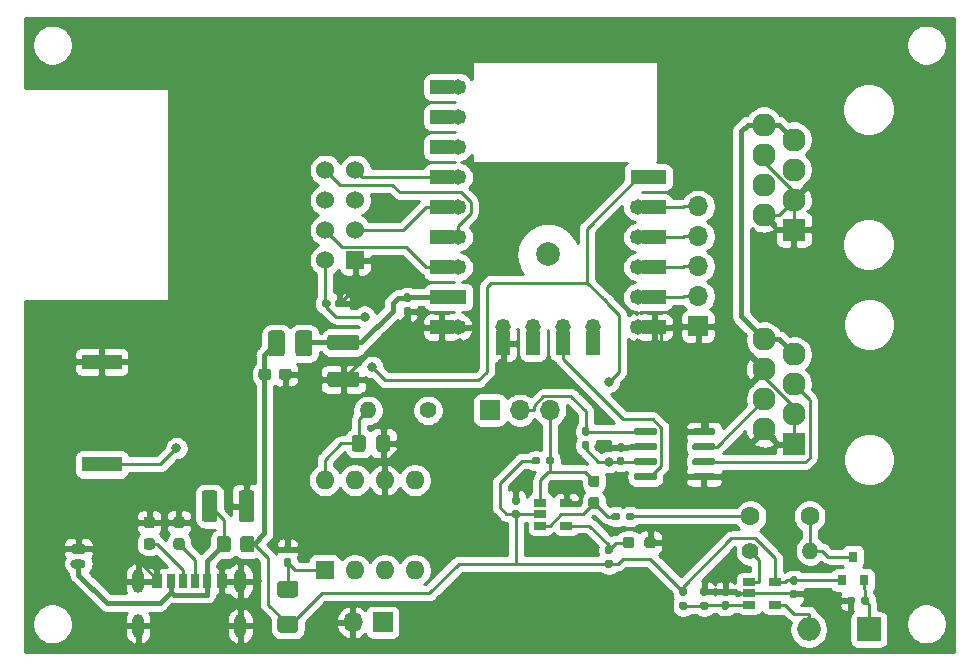
<source format=gbr>
%TF.GenerationSoftware,KiCad,Pcbnew,5.1.10-88a1d61d58~90~ubuntu21.04.1*%
%TF.CreationDate,2021-10-05T18:42:24+09:00*%
%TF.ProjectId,syncricket,73796e63-7269-4636-9b65-742e6b696361,rev?*%
%TF.SameCoordinates,Original*%
%TF.FileFunction,Copper,L1,Top*%
%TF.FilePolarity,Positive*%
%FSLAX46Y46*%
G04 Gerber Fmt 4.6, Leading zero omitted, Abs format (unit mm)*
G04 Created by KiCad (PCBNEW 5.1.10-88a1d61d58~90~ubuntu21.04.1) date 2021-10-05 18:42:24*
%MOMM*%
%LPD*%
G01*
G04 APERTURE LIST*
%TA.AperFunction,ComponentPad*%
%ADD10O,1.000000X2.000000*%
%TD*%
%TA.AperFunction,SMDPad,CuDef*%
%ADD11R,0.900000X1.150000*%
%TD*%
%TA.AperFunction,SMDPad,CuDef*%
%ADD12R,0.800000X1.150000*%
%TD*%
%TA.AperFunction,SMDPad,CuDef*%
%ADD13R,0.700000X1.150000*%
%TD*%
%TA.AperFunction,ComponentPad*%
%ADD14O,1.300000X0.800000*%
%TD*%
%TA.AperFunction,SMDPad,CuDef*%
%ADD15R,1.060000X0.650000*%
%TD*%
%TA.AperFunction,SMDPad,CuDef*%
%ADD16R,3.400000X1.300000*%
%TD*%
%TA.AperFunction,ComponentPad*%
%ADD17O,2.000000X2.000000*%
%TD*%
%TA.AperFunction,ComponentPad*%
%ADD18R,2.000000X2.000000*%
%TD*%
%TA.AperFunction,ComponentPad*%
%ADD19O,1.400000X1.400000*%
%TD*%
%TA.AperFunction,ComponentPad*%
%ADD20C,1.400000*%
%TD*%
%TA.AperFunction,SMDPad,CuDef*%
%ADD21R,0.800000X0.900000*%
%TD*%
%TA.AperFunction,ComponentPad*%
%ADD22O,1.700000X1.700000*%
%TD*%
%TA.AperFunction,ComponentPad*%
%ADD23R,1.700000X1.700000*%
%TD*%
%TA.AperFunction,ComponentPad*%
%ADD24C,1.600000*%
%TD*%
%TA.AperFunction,ComponentPad*%
%ADD25R,1.960000X1.960000*%
%TD*%
%TA.AperFunction,ComponentPad*%
%ADD26C,1.960000*%
%TD*%
%TA.AperFunction,ComponentPad*%
%ADD27R,1.524000X1.524000*%
%TD*%
%TA.AperFunction,ComponentPad*%
%ADD28C,1.524000*%
%TD*%
%TA.AperFunction,ComponentPad*%
%ADD29R,1.300000X1.300000*%
%TD*%
%TA.AperFunction,ComponentPad*%
%ADD30O,1.400000X1.300000*%
%TD*%
%TA.AperFunction,ComponentPad*%
%ADD31R,1.400000X1.300000*%
%TD*%
%TA.AperFunction,ComponentPad*%
%ADD32C,2.000000*%
%TD*%
%TA.AperFunction,SMDPad,CuDef*%
%ADD33R,2.000000X1.200000*%
%TD*%
%TA.AperFunction,SMDPad,CuDef*%
%ADD34R,1.200000X2.000000*%
%TD*%
%TA.AperFunction,ComponentPad*%
%ADD35O,1.300000X1.400000*%
%TD*%
%TA.AperFunction,ComponentPad*%
%ADD36R,1.600000X1.600000*%
%TD*%
%TA.AperFunction,ComponentPad*%
%ADD37O,1.600000X1.600000*%
%TD*%
%TA.AperFunction,ViaPad*%
%ADD38C,0.800000*%
%TD*%
%TA.AperFunction,Conductor*%
%ADD39C,0.250000*%
%TD*%
%TA.AperFunction,Conductor*%
%ADD40C,0.400000*%
%TD*%
%TA.AperFunction,Conductor*%
%ADD41C,0.254000*%
%TD*%
%TA.AperFunction,Conductor*%
%ADD42C,0.100000*%
%TD*%
G04 APERTURE END LIST*
D10*
%TO.P,J4,S4*%
%TO.N,GND*%
X138890000Y27828500D03*
%TO.P,J4,S3*%
X130250000Y27828500D03*
%TO.P,J4,S2*%
X138890000Y31628500D03*
%TO.P,J4,S1*%
X130250000Y31628500D03*
D11*
%TO.P,J4,A12*%
X137320000Y31633500D03*
%TO.P,J4,B12*%
X131820000Y31633500D03*
D12*
%TO.P,J4,A9*%
%TO.N,Net-(C4-Pad1)*%
X136090000Y31633500D03*
%TO.P,J4,B9*%
X133050000Y31633500D03*
D13*
%TO.P,J4,A5*%
%TO.N,Net-(J4-PadA5)*%
X134070000Y31633500D03*
%TO.P,J4,B5*%
%TO.N,Net-(J4-PadB5)*%
X135070000Y31633500D03*
%TD*%
%TO.P,C12,2*%
%TO.N,GND*%
%TA.AperFunction,SMDPad,CuDef*%
G36*
G01*
X142169000Y48892500D02*
X142169000Y49367500D01*
G75*
G02*
X142406500Y49605000I237500J0D01*
G01*
X143006500Y49605000D01*
G75*
G02*
X143244000Y49367500I0J-237500D01*
G01*
X143244000Y48892500D01*
G75*
G02*
X143006500Y48655000I-237500J0D01*
G01*
X142406500Y48655000D01*
G75*
G02*
X142169000Y48892500I0J237500D01*
G01*
G37*
%TD.AperFunction*%
%TO.P,C12,1*%
%TO.N,+5V*%
%TA.AperFunction,SMDPad,CuDef*%
G36*
G01*
X140444000Y48892500D02*
X140444000Y49367500D01*
G75*
G02*
X140681500Y49605000I237500J0D01*
G01*
X141281500Y49605000D01*
G75*
G02*
X141519000Y49367500I0J-237500D01*
G01*
X141519000Y48892500D01*
G75*
G02*
X141281500Y48655000I-237500J0D01*
G01*
X140681500Y48655000D01*
G75*
G02*
X140444000Y48892500I0J237500D01*
G01*
G37*
%TD.AperFunction*%
%TD*%
D14*
%TO.P,J6,2*%
%TO.N,Net-(C4-Pad1)*%
X125191760Y33102280D03*
%TO.P,J6,1*%
%TO.N,GND*%
%TA.AperFunction,ComponentPad*%
G36*
G01*
X124741760Y34752280D02*
X125641760Y34752280D01*
G75*
G02*
X125841760Y34552280I0J-200000D01*
G01*
X125841760Y34152280D01*
G75*
G02*
X125641760Y33952280I-200000J0D01*
G01*
X124741760Y33952280D01*
G75*
G02*
X124541760Y34152280I0J200000D01*
G01*
X124541760Y34552280D01*
G75*
G02*
X124741760Y34752280I200000J0D01*
G01*
G37*
%TD.AperFunction*%
%TD*%
%TO.P,L2,2*%
%TO.N,Net-(C6-Pad2)*%
%TA.AperFunction,SMDPad,CuDef*%
G36*
G01*
X143543420Y30226020D02*
X142293420Y30226020D01*
G75*
G02*
X142043420Y30476020I0J250000D01*
G01*
X142043420Y31401020D01*
G75*
G02*
X142293420Y31651020I250000J0D01*
G01*
X143543420Y31651020D01*
G75*
G02*
X143793420Y31401020I0J-250000D01*
G01*
X143793420Y30476020D01*
G75*
G02*
X143543420Y30226020I-250000J0D01*
G01*
G37*
%TD.AperFunction*%
%TO.P,L2,1*%
%TO.N,+5V*%
%TA.AperFunction,SMDPad,CuDef*%
G36*
G01*
X143543420Y27251020D02*
X142293420Y27251020D01*
G75*
G02*
X142043420Y27501020I0J250000D01*
G01*
X142043420Y28426020D01*
G75*
G02*
X142293420Y28676020I250000J0D01*
G01*
X143543420Y28676020D01*
G75*
G02*
X143793420Y28426020I0J-250000D01*
G01*
X143793420Y27501020D01*
G75*
G02*
X143543420Y27251020I-250000J0D01*
G01*
G37*
%TD.AperFunction*%
%TD*%
%TO.P,L1,2*%
%TO.N,Net-(C11-Pad1)*%
%TA.AperFunction,SMDPad,CuDef*%
G36*
G01*
X143576700Y50901280D02*
X143576700Y52601280D01*
G75*
G02*
X143826700Y52851280I250000J0D01*
G01*
X144751700Y52851280D01*
G75*
G02*
X145001700Y52601280I0J-250000D01*
G01*
X145001700Y50901280D01*
G75*
G02*
X144751700Y50651280I-250000J0D01*
G01*
X143826700Y50651280D01*
G75*
G02*
X143576700Y50901280I0J250000D01*
G01*
G37*
%TD.AperFunction*%
%TO.P,L1,1*%
%TO.N,+5V*%
%TA.AperFunction,SMDPad,CuDef*%
G36*
G01*
X141251700Y50901280D02*
X141251700Y52601280D01*
G75*
G02*
X141501700Y52851280I250000J0D01*
G01*
X142426700Y52851280D01*
G75*
G02*
X142676700Y52601280I0J-250000D01*
G01*
X142676700Y50901280D01*
G75*
G02*
X142426700Y50651280I-250000J0D01*
G01*
X141501700Y50651280D01*
G75*
G02*
X141251700Y50901280I0J250000D01*
G01*
G37*
%TD.AperFunction*%
%TD*%
%TO.P,C11,2*%
%TO.N,GND*%
%TA.AperFunction,SMDPad,CuDef*%
G36*
G01*
X152890400Y54843120D02*
X153200400Y54843120D01*
G75*
G02*
X153355400Y54688120I0J-155000D01*
G01*
X153355400Y54263120D01*
G75*
G02*
X153200400Y54108120I-155000J0D01*
G01*
X152890400Y54108120D01*
G75*
G02*
X152735400Y54263120I0J155000D01*
G01*
X152735400Y54688120D01*
G75*
G02*
X152890400Y54843120I155000J0D01*
G01*
G37*
%TD.AperFunction*%
%TO.P,C11,1*%
%TO.N,Net-(C11-Pad1)*%
%TA.AperFunction,SMDPad,CuDef*%
G36*
G01*
X152890400Y55978120D02*
X153200400Y55978120D01*
G75*
G02*
X153355400Y55823120I0J-155000D01*
G01*
X153355400Y55398120D01*
G75*
G02*
X153200400Y55243120I-155000J0D01*
G01*
X152890400Y55243120D01*
G75*
G02*
X152735400Y55398120I0J155000D01*
G01*
X152735400Y55823120D01*
G75*
G02*
X152890400Y55978120I155000J0D01*
G01*
G37*
%TD.AperFunction*%
%TD*%
%TO.P,C3,2*%
%TO.N,GND*%
%TA.AperFunction,SMDPad,CuDef*%
G36*
G01*
X146530118Y49370460D02*
X148730122Y49370460D01*
G75*
G02*
X148980120Y49120462I0J-249998D01*
G01*
X148980120Y48295458D01*
G75*
G02*
X148730122Y48045460I-249998J0D01*
G01*
X146530118Y48045460D01*
G75*
G02*
X146280120Y48295458I0J249998D01*
G01*
X146280120Y49120462D01*
G75*
G02*
X146530118Y49370460I249998J0D01*
G01*
G37*
%TD.AperFunction*%
%TO.P,C3,1*%
%TO.N,Net-(C11-Pad1)*%
%TA.AperFunction,SMDPad,CuDef*%
G36*
G01*
X146530118Y52495460D02*
X148730122Y52495460D01*
G75*
G02*
X148980120Y52245462I0J-249998D01*
G01*
X148980120Y51420458D01*
G75*
G02*
X148730122Y51170460I-249998J0D01*
G01*
X146530118Y51170460D01*
G75*
G02*
X146280120Y51420458I0J249998D01*
G01*
X146280120Y52245462D01*
G75*
G02*
X146530118Y52495460I249998J0D01*
G01*
G37*
%TD.AperFunction*%
%TD*%
%TO.P,R6,2*%
%TO.N,+5V*%
%TA.AperFunction,SMDPad,CuDef*%
G36*
G01*
X164280520Y41979880D02*
X164280520Y41659880D01*
G75*
G02*
X164120520Y41499880I-160000J0D01*
G01*
X163725520Y41499880D01*
G75*
G02*
X163565520Y41659880I0J160000D01*
G01*
X163565520Y41979880D01*
G75*
G02*
X163725520Y42139880I160000J0D01*
G01*
X164120520Y42139880D01*
G75*
G02*
X164280520Y41979880I0J-160000D01*
G01*
G37*
%TD.AperFunction*%
%TO.P,R6,1*%
%TO.N,AUXSYN*%
%TA.AperFunction,SMDPad,CuDef*%
G36*
G01*
X165475520Y41979880D02*
X165475520Y41659880D01*
G75*
G02*
X165315520Y41499880I-160000J0D01*
G01*
X164920520Y41499880D01*
G75*
G02*
X164760520Y41659880I0J160000D01*
G01*
X164760520Y41979880D01*
G75*
G02*
X164920520Y42139880I160000J0D01*
G01*
X165315520Y42139880D01*
G75*
G02*
X165475520Y41979880I0J-160000D01*
G01*
G37*
%TD.AperFunction*%
%TD*%
D15*
%TO.P,U6,5*%
%TO.N,GND*%
X166515200Y38233440D03*
%TO.P,U6,4*%
%TO.N,Net-(R10-Pad1)*%
X166515200Y36333440D03*
%TO.P,U6,3*%
%TO.N,Net-(R11-Pad1)*%
X164315200Y36333440D03*
%TO.P,U6,2*%
%TO.N,+5V*%
X164315200Y37283440D03*
%TO.P,U6,1*%
%TO.N,AUXSYN*%
X164315200Y38233440D03*
%TD*%
%TO.P,R13,2*%
%TO.N,Net-(R11-Pad1)*%
%TA.AperFunction,SMDPad,CuDef*%
G36*
G01*
X168604160Y38735500D02*
X169079160Y38735500D01*
G75*
G02*
X169316660Y38498000I0J-237500D01*
G01*
X169316660Y37998000D01*
G75*
G02*
X169079160Y37760500I-237500J0D01*
G01*
X168604160Y37760500D01*
G75*
G02*
X168366660Y37998000I0J237500D01*
G01*
X168366660Y38498000D01*
G75*
G02*
X168604160Y38735500I237500J0D01*
G01*
G37*
%TD.AperFunction*%
%TO.P,R13,1*%
%TO.N,AUXSYN*%
%TA.AperFunction,SMDPad,CuDef*%
G36*
G01*
X168604160Y40560500D02*
X169079160Y40560500D01*
G75*
G02*
X169316660Y40323000I0J-237500D01*
G01*
X169316660Y39823000D01*
G75*
G02*
X169079160Y39585500I-237500J0D01*
G01*
X168604160Y39585500D01*
G75*
G02*
X168366660Y39823000I0J237500D01*
G01*
X168366660Y40323000D01*
G75*
G02*
X168604160Y40560500I237500J0D01*
G01*
G37*
%TD.AperFunction*%
%TD*%
%TO.P,R12,2*%
%TO.N,Net-(R10-Pad1)*%
%TA.AperFunction,SMDPad,CuDef*%
G36*
G01*
X172269840Y35128260D02*
X172269840Y34653260D01*
G75*
G02*
X172032340Y34415760I-237500J0D01*
G01*
X171532340Y34415760D01*
G75*
G02*
X171294840Y34653260I0J237500D01*
G01*
X171294840Y35128260D01*
G75*
G02*
X171532340Y35365760I237500J0D01*
G01*
X172032340Y35365760D01*
G75*
G02*
X172269840Y35128260I0J-237500D01*
G01*
G37*
%TD.AperFunction*%
%TO.P,R12,1*%
%TO.N,GND*%
%TA.AperFunction,SMDPad,CuDef*%
G36*
G01*
X174094840Y35128260D02*
X174094840Y34653260D01*
G75*
G02*
X173857340Y34415760I-237500J0D01*
G01*
X173357340Y34415760D01*
G75*
G02*
X173119840Y34653260I0J237500D01*
G01*
X173119840Y35128260D01*
G75*
G02*
X173357340Y35365760I237500J0D01*
G01*
X173857340Y35365760D01*
G75*
G02*
X174094840Y35128260I0J-237500D01*
G01*
G37*
%TD.AperFunction*%
%TD*%
%TO.P,R11,2*%
%TO.N,Net-(C8-Pad1)*%
%TA.AperFunction,SMDPad,CuDef*%
G36*
G01*
X171525140Y36925320D02*
X171525140Y37245320D01*
G75*
G02*
X171685140Y37405320I160000J0D01*
G01*
X172080140Y37405320D01*
G75*
G02*
X172240140Y37245320I0J-160000D01*
G01*
X172240140Y36925320D01*
G75*
G02*
X172080140Y36765320I-160000J0D01*
G01*
X171685140Y36765320D01*
G75*
G02*
X171525140Y36925320I0J160000D01*
G01*
G37*
%TD.AperFunction*%
%TO.P,R11,1*%
%TO.N,Net-(R11-Pad1)*%
%TA.AperFunction,SMDPad,CuDef*%
G36*
G01*
X170330140Y36925320D02*
X170330140Y37245320D01*
G75*
G02*
X170490140Y37405320I160000J0D01*
G01*
X170885140Y37405320D01*
G75*
G02*
X171045140Y37245320I0J-160000D01*
G01*
X171045140Y36925320D01*
G75*
G02*
X170885140Y36765320I-160000J0D01*
G01*
X170490140Y36765320D01*
G75*
G02*
X170330140Y36925320I0J160000D01*
G01*
G37*
%TD.AperFunction*%
%TD*%
%TO.P,R10,2*%
%TO.N,+5V*%
%TA.AperFunction,SMDPad,CuDef*%
G36*
G01*
X169944040Y33444260D02*
X170264040Y33444260D01*
G75*
G02*
X170424040Y33284260I0J-160000D01*
G01*
X170424040Y32889260D01*
G75*
G02*
X170264040Y32729260I-160000J0D01*
G01*
X169944040Y32729260D01*
G75*
G02*
X169784040Y32889260I0J160000D01*
G01*
X169784040Y33284260D01*
G75*
G02*
X169944040Y33444260I160000J0D01*
G01*
G37*
%TD.AperFunction*%
%TO.P,R10,1*%
%TO.N,Net-(R10-Pad1)*%
%TA.AperFunction,SMDPad,CuDef*%
G36*
G01*
X169944040Y34639260D02*
X170264040Y34639260D01*
G75*
G02*
X170424040Y34479260I0J-160000D01*
G01*
X170424040Y34084260D01*
G75*
G02*
X170264040Y33924260I-160000J0D01*
G01*
X169944040Y33924260D01*
G75*
G02*
X169784040Y34084260I0J160000D01*
G01*
X169784040Y34479260D01*
G75*
G02*
X169944040Y34639260I160000J0D01*
G01*
G37*
%TD.AperFunction*%
%TD*%
%TO.P,C9,2*%
%TO.N,+5V*%
%TA.AperFunction,SMDPad,CuDef*%
G36*
G01*
X162080120Y37670180D02*
X162390120Y37670180D01*
G75*
G02*
X162545120Y37515180I0J-155000D01*
G01*
X162545120Y37090180D01*
G75*
G02*
X162390120Y36935180I-155000J0D01*
G01*
X162080120Y36935180D01*
G75*
G02*
X161925120Y37090180I0J155000D01*
G01*
X161925120Y37515180D01*
G75*
G02*
X162080120Y37670180I155000J0D01*
G01*
G37*
%TD.AperFunction*%
%TO.P,C9,1*%
%TO.N,GND*%
%TA.AperFunction,SMDPad,CuDef*%
G36*
G01*
X162080120Y38805180D02*
X162390120Y38805180D01*
G75*
G02*
X162545120Y38650180I0J-155000D01*
G01*
X162545120Y38225180D01*
G75*
G02*
X162390120Y38070180I-155000J0D01*
G01*
X162080120Y38070180D01*
G75*
G02*
X161925120Y38225180I0J155000D01*
G01*
X161925120Y38650180D01*
G75*
G02*
X162080120Y38805180I155000J0D01*
G01*
G37*
%TD.AperFunction*%
%TD*%
%TO.P,U2,8*%
%TO.N,GND*%
%TA.AperFunction,SMDPad,CuDef*%
G36*
G01*
X177181880Y44126060D02*
X177181880Y44426060D01*
G75*
G02*
X177331880Y44576060I150000J0D01*
G01*
X178981880Y44576060D01*
G75*
G02*
X179131880Y44426060I0J-150000D01*
G01*
X179131880Y44126060D01*
G75*
G02*
X178981880Y43976060I-150000J0D01*
G01*
X177331880Y43976060D01*
G75*
G02*
X177181880Y44126060I0J150000D01*
G01*
G37*
%TD.AperFunction*%
%TO.P,U2,7*%
%TO.N,Net-(J1-Pad4)*%
%TA.AperFunction,SMDPad,CuDef*%
G36*
G01*
X177181880Y42856060D02*
X177181880Y43156060D01*
G75*
G02*
X177331880Y43306060I150000J0D01*
G01*
X178981880Y43306060D01*
G75*
G02*
X179131880Y43156060I0J-150000D01*
G01*
X179131880Y42856060D01*
G75*
G02*
X178981880Y42706060I-150000J0D01*
G01*
X177331880Y42706060D01*
G75*
G02*
X177181880Y42856060I0J150000D01*
G01*
G37*
%TD.AperFunction*%
%TO.P,U2,6*%
%TO.N,Net-(J1-Pad5)*%
%TA.AperFunction,SMDPad,CuDef*%
G36*
G01*
X177181880Y41586060D02*
X177181880Y41886060D01*
G75*
G02*
X177331880Y42036060I150000J0D01*
G01*
X178981880Y42036060D01*
G75*
G02*
X179131880Y41886060I0J-150000D01*
G01*
X179131880Y41586060D01*
G75*
G02*
X178981880Y41436060I-150000J0D01*
G01*
X177331880Y41436060D01*
G75*
G02*
X177181880Y41586060I0J150000D01*
G01*
G37*
%TD.AperFunction*%
%TO.P,U2,5*%
%TO.N,GND*%
%TA.AperFunction,SMDPad,CuDef*%
G36*
G01*
X177181880Y40316060D02*
X177181880Y40616060D01*
G75*
G02*
X177331880Y40766060I150000J0D01*
G01*
X178981880Y40766060D01*
G75*
G02*
X179131880Y40616060I0J-150000D01*
G01*
X179131880Y40316060D01*
G75*
G02*
X178981880Y40166060I-150000J0D01*
G01*
X177331880Y40166060D01*
G75*
G02*
X177181880Y40316060I0J150000D01*
G01*
G37*
%TD.AperFunction*%
%TO.P,U2,4*%
%TO.N,Net-(U2-Pad4)*%
%TA.AperFunction,SMDPad,CuDef*%
G36*
G01*
X172231880Y40316060D02*
X172231880Y40616060D01*
G75*
G02*
X172381880Y40766060I150000J0D01*
G01*
X174031880Y40766060D01*
G75*
G02*
X174181880Y40616060I0J-150000D01*
G01*
X174181880Y40316060D01*
G75*
G02*
X174031880Y40166060I-150000J0D01*
G01*
X172381880Y40166060D01*
G75*
G02*
X172231880Y40316060I0J150000D01*
G01*
G37*
%TD.AperFunction*%
%TO.P,U2,3*%
%TO.N,+3V3*%
%TA.AperFunction,SMDPad,CuDef*%
G36*
G01*
X172231880Y41586060D02*
X172231880Y41886060D01*
G75*
G02*
X172381880Y42036060I150000J0D01*
G01*
X174031880Y42036060D01*
G75*
G02*
X174181880Y41886060I0J-150000D01*
G01*
X174181880Y41586060D01*
G75*
G02*
X174031880Y41436060I-150000J0D01*
G01*
X172381880Y41436060D01*
G75*
G02*
X172231880Y41586060I0J150000D01*
G01*
G37*
%TD.AperFunction*%
%TO.P,U2,2*%
%TO.N,GND*%
%TA.AperFunction,SMDPad,CuDef*%
G36*
G01*
X172231880Y42856060D02*
X172231880Y43156060D01*
G75*
G02*
X172381880Y43306060I150000J0D01*
G01*
X174031880Y43306060D01*
G75*
G02*
X174181880Y43156060I0J-150000D01*
G01*
X174181880Y42856060D01*
G75*
G02*
X174031880Y42706060I-150000J0D01*
G01*
X172381880Y42706060D01*
G75*
G02*
X172231880Y42856060I0J150000D01*
G01*
G37*
%TD.AperFunction*%
%TO.P,U2,1*%
%TO.N,Net-(JP2-Pad2)*%
%TA.AperFunction,SMDPad,CuDef*%
G36*
G01*
X172231880Y44126060D02*
X172231880Y44426060D01*
G75*
G02*
X172381880Y44576060I150000J0D01*
G01*
X174031880Y44576060D01*
G75*
G02*
X174181880Y44426060I0J-150000D01*
G01*
X174181880Y44126060D01*
G75*
G02*
X174031880Y43976060I-150000J0D01*
G01*
X172381880Y43976060D01*
G75*
G02*
X172231880Y44126060I0J150000D01*
G01*
G37*
%TD.AperFunction*%
%TD*%
%TO.P,R1,2*%
%TO.N,Net-(JP2-Pad2)*%
%TA.AperFunction,SMDPad,CuDef*%
G36*
G01*
X168305700Y43949640D02*
X167985700Y43949640D01*
G75*
G02*
X167825700Y44109640I0J160000D01*
G01*
X167825700Y44504640D01*
G75*
G02*
X167985700Y44664640I160000J0D01*
G01*
X168305700Y44664640D01*
G75*
G02*
X168465700Y44504640I0J-160000D01*
G01*
X168465700Y44109640D01*
G75*
G02*
X168305700Y43949640I-160000J0D01*
G01*
G37*
%TD.AperFunction*%
%TO.P,R1,1*%
%TO.N,+3V3*%
%TA.AperFunction,SMDPad,CuDef*%
G36*
G01*
X168305700Y42754640D02*
X167985700Y42754640D01*
G75*
G02*
X167825700Y42914640I0J160000D01*
G01*
X167825700Y43309640D01*
G75*
G02*
X167985700Y43469640I160000J0D01*
G01*
X168305700Y43469640D01*
G75*
G02*
X168465700Y43309640I0J-160000D01*
G01*
X168465700Y42914640D01*
G75*
G02*
X168305700Y42754640I-160000J0D01*
G01*
G37*
%TD.AperFunction*%
%TD*%
D16*
%TO.P,LS1,1*%
%TO.N,Net-(JP3-Pad2)*%
X127183120Y41500860D03*
%TO.P,LS1,2*%
%TO.N,GND*%
X127183120Y50200860D03*
%TD*%
%TO.P,C5,2*%
%TO.N,Net-(C5-Pad2)*%
%TA.AperFunction,SMDPad,CuDef*%
G36*
G01*
X149522000Y43763000D02*
X149522000Y42813000D01*
G75*
G02*
X149272000Y42563000I-250000J0D01*
G01*
X148597000Y42563000D01*
G75*
G02*
X148347000Y42813000I0J250000D01*
G01*
X148347000Y43763000D01*
G75*
G02*
X148597000Y44013000I250000J0D01*
G01*
X149272000Y44013000D01*
G75*
G02*
X149522000Y43763000I0J-250000D01*
G01*
G37*
%TD.AperFunction*%
%TO.P,C5,1*%
%TO.N,GND*%
%TA.AperFunction,SMDPad,CuDef*%
G36*
G01*
X151597000Y43763000D02*
X151597000Y42813000D01*
G75*
G02*
X151347000Y42563000I-250000J0D01*
G01*
X150672000Y42563000D01*
G75*
G02*
X150422000Y42813000I0J250000D01*
G01*
X150422000Y43763000D01*
G75*
G02*
X150672000Y44013000I250000J0D01*
G01*
X151347000Y44013000D01*
G75*
G02*
X151597000Y43763000I0J-250000D01*
G01*
G37*
%TD.AperFunction*%
%TD*%
%TO.P,C10,2*%
%TO.N,GND*%
%TA.AperFunction,SMDPad,CuDef*%
G36*
G01*
X185610680Y30906160D02*
X185920680Y30906160D01*
G75*
G02*
X186075680Y30751160I0J-155000D01*
G01*
X186075680Y30326160D01*
G75*
G02*
X185920680Y30171160I-155000J0D01*
G01*
X185610680Y30171160D01*
G75*
G02*
X185455680Y30326160I0J155000D01*
G01*
X185455680Y30751160D01*
G75*
G02*
X185610680Y30906160I155000J0D01*
G01*
G37*
%TD.AperFunction*%
%TO.P,C10,1*%
%TO.N,+5V*%
%TA.AperFunction,SMDPad,CuDef*%
G36*
G01*
X185610680Y32041160D02*
X185920680Y32041160D01*
G75*
G02*
X186075680Y31886160I0J-155000D01*
G01*
X186075680Y31461160D01*
G75*
G02*
X185920680Y31306160I-155000J0D01*
G01*
X185610680Y31306160D01*
G75*
G02*
X185455680Y31461160I0J155000D01*
G01*
X185455680Y31886160D01*
G75*
G02*
X185610680Y32041160I155000J0D01*
G01*
G37*
%TD.AperFunction*%
%TD*%
D17*
%TO.P,D1,2*%
%TO.N,Net-(C8-Pad2)*%
X187036000Y27534900D03*
D18*
%TO.P,D1,1*%
%TO.N,Net-(D1-Pad1)*%
X192116000Y27534900D03*
%TD*%
D15*
%TO.P,U5,5*%
%TO.N,+5V*%
X184173000Y31544300D03*
%TO.P,U5,4*%
%TO.N,Net-(C8-Pad2)*%
X184173000Y29644300D03*
%TO.P,U5,3*%
%TO.N,Net-(C7-Pad2)*%
X181973000Y29644300D03*
%TO.P,U5,2*%
%TO.N,GND*%
X181973000Y30594300D03*
%TO.P,U5,1*%
%TO.N,Net-(C8-Pad1)*%
X181973000Y31544300D03*
%TD*%
D19*
%TO.P,R9,2*%
%TO.N,Net-(C8-Pad2)*%
X187164000Y34196500D03*
D20*
%TO.P,R9,1*%
%TO.N,Net-(C8-Pad1)*%
X182084000Y34196500D03*
%TD*%
%TO.P,R8,2*%
%TO.N,Net-(C7-Pad2)*%
%TA.AperFunction,SMDPad,CuDef*%
G36*
G01*
X178016000Y29889500D02*
X178336000Y29889500D01*
G75*
G02*
X178496000Y29729500I0J-160000D01*
G01*
X178496000Y29334500D01*
G75*
G02*
X178336000Y29174500I-160000J0D01*
G01*
X178016000Y29174500D01*
G75*
G02*
X177856000Y29334500I0J160000D01*
G01*
X177856000Y29729500D01*
G75*
G02*
X178016000Y29889500I160000J0D01*
G01*
G37*
%TD.AperFunction*%
%TO.P,R8,1*%
%TO.N,GND*%
%TA.AperFunction,SMDPad,CuDef*%
G36*
G01*
X178016000Y31084500D02*
X178336000Y31084500D01*
G75*
G02*
X178496000Y30924500I0J-160000D01*
G01*
X178496000Y30529500D01*
G75*
G02*
X178336000Y30369500I-160000J0D01*
G01*
X178016000Y30369500D01*
G75*
G02*
X177856000Y30529500I0J160000D01*
G01*
X177856000Y30924500D01*
G75*
G02*
X178016000Y31084500I160000J0D01*
G01*
G37*
%TD.AperFunction*%
%TD*%
%TO.P,R7,2*%
%TO.N,+5V*%
%TA.AperFunction,SMDPad,CuDef*%
G36*
G01*
X176553000Y30369500D02*
X176233000Y30369500D01*
G75*
G02*
X176073000Y30529500I0J160000D01*
G01*
X176073000Y30924500D01*
G75*
G02*
X176233000Y31084500I160000J0D01*
G01*
X176553000Y31084500D01*
G75*
G02*
X176713000Y30924500I0J-160000D01*
G01*
X176713000Y30529500D01*
G75*
G02*
X176553000Y30369500I-160000J0D01*
G01*
G37*
%TD.AperFunction*%
%TO.P,R7,1*%
%TO.N,Net-(C7-Pad2)*%
%TA.AperFunction,SMDPad,CuDef*%
G36*
G01*
X176553000Y29174500D02*
X176233000Y29174500D01*
G75*
G02*
X176073000Y29334500I0J160000D01*
G01*
X176073000Y29729500D01*
G75*
G02*
X176233000Y29889500I160000J0D01*
G01*
X176553000Y29889500D01*
G75*
G02*
X176713000Y29729500I0J-160000D01*
G01*
X176713000Y29334500D01*
G75*
G02*
X176553000Y29174500I-160000J0D01*
G01*
G37*
%TD.AperFunction*%
%TD*%
%TO.P,R5,2*%
%TO.N,GND*%
%TA.AperFunction,SMDPad,CuDef*%
G36*
G01*
X190963000Y30120600D02*
X190963000Y29800600D01*
G75*
G02*
X190803000Y29640600I-160000J0D01*
G01*
X190408000Y29640600D01*
G75*
G02*
X190248000Y29800600I0J160000D01*
G01*
X190248000Y30120600D01*
G75*
G02*
X190408000Y30280600I160000J0D01*
G01*
X190803000Y30280600D01*
G75*
G02*
X190963000Y30120600I0J-160000D01*
G01*
G37*
%TD.AperFunction*%
%TO.P,R5,1*%
%TO.N,Net-(D1-Pad1)*%
%TA.AperFunction,SMDPad,CuDef*%
G36*
G01*
X192158000Y30120600D02*
X192158000Y29800600D01*
G75*
G02*
X191998000Y29640600I-160000J0D01*
G01*
X191603000Y29640600D01*
G75*
G02*
X191443000Y29800600I0J160000D01*
G01*
X191443000Y30120600D01*
G75*
G02*
X191603000Y30280600I160000J0D01*
G01*
X191998000Y30280600D01*
G75*
G02*
X192158000Y30120600I0J-160000D01*
G01*
G37*
%TD.AperFunction*%
%TD*%
D21*
%TO.P,Q1,3*%
%TO.N,Net-(C8-Pad2)*%
X190759000Y33703800D03*
%TO.P,Q1,2*%
%TO.N,Net-(D1-Pad1)*%
X191709000Y31703800D03*
%TO.P,Q1,1*%
%TO.N,+5V*%
X189809000Y31703800D03*
%TD*%
D22*
%TO.P,JP2,3*%
%TO.N,AUXSYN*%
X165115000Y46108700D03*
%TO.P,JP2,2*%
%TO.N,Net-(JP2-Pad2)*%
X162575000Y46108700D03*
D23*
%TO.P,JP2,1*%
%TO.N,Net-(JP2-Pad1)*%
X160035000Y46108700D03*
%TD*%
%TO.P,F1,2*%
%TO.N,Net-(C4-Pad1)*%
%TA.AperFunction,SMDPad,CuDef*%
G36*
G01*
X138105000Y35208001D02*
X138105000Y34307999D01*
G75*
G02*
X137855001Y34058000I-249999J0D01*
G01*
X137154999Y34058000D01*
G75*
G02*
X136905000Y34307999I0J249999D01*
G01*
X136905000Y35208001D01*
G75*
G02*
X137154999Y35458000I249999J0D01*
G01*
X137855001Y35458000D01*
G75*
G02*
X138105000Y35208001I0J-249999D01*
G01*
G37*
%TD.AperFunction*%
%TO.P,F1,1*%
%TO.N,+5V*%
%TA.AperFunction,SMDPad,CuDef*%
G36*
G01*
X140105000Y35208001D02*
X140105000Y34307999D01*
G75*
G02*
X139855001Y34058000I-249999J0D01*
G01*
X139154999Y34058000D01*
G75*
G02*
X138905000Y34307999I0J249999D01*
G01*
X138905000Y35208001D01*
G75*
G02*
X139154999Y35458000I249999J0D01*
G01*
X139855001Y35458000D01*
G75*
G02*
X140105000Y35208001I0J-249999D01*
G01*
G37*
%TD.AperFunction*%
%TD*%
D24*
%TO.P,C8,2*%
%TO.N,Net-(C8-Pad2)*%
X187100000Y37101800D03*
%TO.P,C8,1*%
%TO.N,Net-(C8-Pad1)*%
X182100000Y37101800D03*
%TD*%
%TO.P,C7,2*%
%TO.N,Net-(C7-Pad2)*%
%TA.AperFunction,SMDPad,CuDef*%
G36*
G01*
X179819000Y29937100D02*
X180129000Y29937100D01*
G75*
G02*
X180284000Y29782100I0J-155000D01*
G01*
X180284000Y29357100D01*
G75*
G02*
X180129000Y29202100I-155000J0D01*
G01*
X179819000Y29202100D01*
G75*
G02*
X179664000Y29357100I0J155000D01*
G01*
X179664000Y29782100D01*
G75*
G02*
X179819000Y29937100I155000J0D01*
G01*
G37*
%TD.AperFunction*%
%TO.P,C7,1*%
%TO.N,GND*%
%TA.AperFunction,SMDPad,CuDef*%
G36*
G01*
X179819000Y31072100D02*
X180129000Y31072100D01*
G75*
G02*
X180284000Y30917100I0J-155000D01*
G01*
X180284000Y30492100D01*
G75*
G02*
X180129000Y30337100I-155000J0D01*
G01*
X179819000Y30337100D01*
G75*
G02*
X179664000Y30492100I0J155000D01*
G01*
X179664000Y30917100D01*
G75*
G02*
X179819000Y31072100I155000J0D01*
G01*
G37*
%TD.AperFunction*%
%TD*%
%TO.P,C1,1*%
%TO.N,+3V3*%
%TA.AperFunction,SMDPad,CuDef*%
G36*
G01*
X145807000Y54975000D02*
X145807000Y55285000D01*
G75*
G02*
X145962000Y55440000I155000J0D01*
G01*
X146387000Y55440000D01*
G75*
G02*
X146542000Y55285000I0J-155000D01*
G01*
X146542000Y54975000D01*
G75*
G02*
X146387000Y54820000I-155000J0D01*
G01*
X145962000Y54820000D01*
G75*
G02*
X145807000Y54975000I0J155000D01*
G01*
G37*
%TD.AperFunction*%
%TO.P,C1,2*%
%TO.N,GND*%
%TA.AperFunction,SMDPad,CuDef*%
G36*
G01*
X146942000Y54975000D02*
X146942000Y55285000D01*
G75*
G02*
X147097000Y55440000I155000J0D01*
G01*
X147522000Y55440000D01*
G75*
G02*
X147677000Y55285000I0J-155000D01*
G01*
X147677000Y54975000D01*
G75*
G02*
X147522000Y54820000I-155000J0D01*
G01*
X147097000Y54820000D01*
G75*
G02*
X146942000Y54975000I0J155000D01*
G01*
G37*
%TD.AperFunction*%
%TD*%
%TO.P,C2,1*%
%TO.N,GND*%
%TA.AperFunction,SMDPad,CuDef*%
G36*
G01*
X170957420Y43306060D02*
X171267420Y43306060D01*
G75*
G02*
X171422420Y43151060I0J-155000D01*
G01*
X171422420Y42726060D01*
G75*
G02*
X171267420Y42571060I-155000J0D01*
G01*
X170957420Y42571060D01*
G75*
G02*
X170802420Y42726060I0J155000D01*
G01*
X170802420Y43151060D01*
G75*
G02*
X170957420Y43306060I155000J0D01*
G01*
G37*
%TD.AperFunction*%
%TO.P,C2,2*%
%TO.N,+3V3*%
%TA.AperFunction,SMDPad,CuDef*%
G36*
G01*
X170957420Y42171060D02*
X171267420Y42171060D01*
G75*
G02*
X171422420Y42016060I0J-155000D01*
G01*
X171422420Y41591060D01*
G75*
G02*
X171267420Y41436060I-155000J0D01*
G01*
X170957420Y41436060D01*
G75*
G02*
X170802420Y41591060I0J155000D01*
G01*
X170802420Y42016060D01*
G75*
G02*
X170957420Y42171060I155000J0D01*
G01*
G37*
%TD.AperFunction*%
%TD*%
%TO.P,C6,2*%
%TO.N,Net-(C6-Pad2)*%
%TA.AperFunction,SMDPad,CuDef*%
G36*
G01*
X142743000Y33575700D02*
X143053000Y33575700D01*
G75*
G02*
X143208000Y33420700I0J-155000D01*
G01*
X143208000Y32995700D01*
G75*
G02*
X143053000Y32840700I-155000J0D01*
G01*
X142743000Y32840700D01*
G75*
G02*
X142588000Y32995700I0J155000D01*
G01*
X142588000Y33420700D01*
G75*
G02*
X142743000Y33575700I155000J0D01*
G01*
G37*
%TD.AperFunction*%
%TO.P,C6,1*%
%TO.N,GND*%
%TA.AperFunction,SMDPad,CuDef*%
G36*
G01*
X142743000Y34710700D02*
X143053000Y34710700D01*
G75*
G02*
X143208000Y34555700I0J-155000D01*
G01*
X143208000Y34130700D01*
G75*
G02*
X143053000Y33975700I-155000J0D01*
G01*
X142743000Y33975700D01*
G75*
G02*
X142588000Y34130700I0J155000D01*
G01*
X142588000Y34555700D01*
G75*
G02*
X142743000Y34710700I155000J0D01*
G01*
G37*
%TD.AperFunction*%
%TD*%
D25*
%TO.P,J1,1*%
%TO.N,GND*%
X185793000Y43199000D03*
D26*
%TO.P,J1,2*%
X183253000Y44469000D03*
%TO.P,J1,3*%
X185793000Y45739000D03*
%TO.P,J1,4*%
%TO.N,Net-(J1-Pad4)*%
X183253000Y47009000D03*
%TO.P,J1,5*%
%TO.N,Net-(J1-Pad5)*%
X185793000Y48279000D03*
%TO.P,J1,6*%
%TO.N,GND*%
X183253000Y49549000D03*
%TO.P,J1,7*%
%TO.N,Net-(J1-Pad7)*%
X185793000Y50819000D03*
%TO.P,J1,8*%
X183253000Y52089000D03*
%TD*%
%TO.P,J2,8*%
%TO.N,Net-(J1-Pad7)*%
X183216000Y70283100D03*
%TO.P,J2,7*%
X185756000Y69013100D03*
%TO.P,J2,6*%
%TO.N,GND*%
X183216000Y67743100D03*
%TO.P,J2,5*%
%TO.N,Net-(J1-Pad5)*%
X185756000Y66473100D03*
%TO.P,J2,4*%
%TO.N,Net-(J1-Pad4)*%
X183216000Y65203100D03*
%TO.P,J2,3*%
%TO.N,GND*%
X185756000Y63933100D03*
%TO.P,J2,2*%
X183216000Y62663100D03*
D25*
%TO.P,J2,1*%
X185756000Y61393100D03*
%TD*%
D23*
%TO.P,J3,1*%
%TO.N,GND*%
X177659000Y53195000D03*
D22*
%TO.P,J3,2*%
%TO.N,Net-(J3-Pad2)*%
X177659000Y55735000D03*
%TO.P,J3,3*%
%TO.N,Net-(J3-Pad3)*%
X177659000Y58275000D03*
%TO.P,J3,4*%
%TO.N,Net-(J3-Pad4)*%
X177659000Y60815000D03*
%TO.P,J3,5*%
%TO.N,Net-(J3-Pad5)*%
X177659000Y63355000D03*
%TD*%
D20*
%TO.P,R2,1*%
%TO.N,Net-(R2-Pad1)*%
X154798000Y46082000D03*
D19*
%TO.P,R2,2*%
%TO.N,Net-(C5-Pad2)*%
X149718000Y46082000D03*
%TD*%
%TO.P,R3,1*%
%TO.N,GND*%
%TA.AperFunction,SMDPad,CuDef*%
G36*
G01*
X130963500Y37089500D02*
X131438500Y37089500D01*
G75*
G02*
X131676000Y36852000I0J-237500D01*
G01*
X131676000Y36352000D01*
G75*
G02*
X131438500Y36114500I-237500J0D01*
G01*
X130963500Y36114500D01*
G75*
G02*
X130726000Y36352000I0J237500D01*
G01*
X130726000Y36852000D01*
G75*
G02*
X130963500Y37089500I237500J0D01*
G01*
G37*
%TD.AperFunction*%
%TO.P,R3,2*%
%TO.N,Net-(J4-PadA5)*%
%TA.AperFunction,SMDPad,CuDef*%
G36*
G01*
X130963500Y35264500D02*
X131438500Y35264500D01*
G75*
G02*
X131676000Y35027000I0J-237500D01*
G01*
X131676000Y34527000D01*
G75*
G02*
X131438500Y34289500I-237500J0D01*
G01*
X130963500Y34289500D01*
G75*
G02*
X130726000Y34527000I0J237500D01*
G01*
X130726000Y35027000D01*
G75*
G02*
X130963500Y35264500I237500J0D01*
G01*
G37*
%TD.AperFunction*%
%TD*%
%TO.P,R4,2*%
%TO.N,Net-(J4-PadB5)*%
%TA.AperFunction,SMDPad,CuDef*%
G36*
G01*
X133473500Y35264500D02*
X133948500Y35264500D01*
G75*
G02*
X134186000Y35027000I0J-237500D01*
G01*
X134186000Y34527000D01*
G75*
G02*
X133948500Y34289500I-237500J0D01*
G01*
X133473500Y34289500D01*
G75*
G02*
X133236000Y34527000I0J237500D01*
G01*
X133236000Y35027000D01*
G75*
G02*
X133473500Y35264500I237500J0D01*
G01*
G37*
%TD.AperFunction*%
%TO.P,R4,1*%
%TO.N,GND*%
%TA.AperFunction,SMDPad,CuDef*%
G36*
G01*
X133473500Y37089500D02*
X133948500Y37089500D01*
G75*
G02*
X134186000Y36852000I0J-237500D01*
G01*
X134186000Y36352000D01*
G75*
G02*
X133948500Y36114500I-237500J0D01*
G01*
X133473500Y36114500D01*
G75*
G02*
X133236000Y36352000I0J237500D01*
G01*
X133236000Y36852000D01*
G75*
G02*
X133473500Y37089500I237500J0D01*
G01*
G37*
%TD.AperFunction*%
%TD*%
D27*
%TO.P,U1,1*%
%TO.N,GND*%
X148630000Y58810000D03*
D28*
%TO.P,U1,2*%
%TO.N,+3V3*%
X146090000Y58810000D03*
%TO.P,U1,3*%
%TO.N,Net-(U1-Pad3)*%
X148630000Y61350000D03*
%TO.P,U1,4*%
%TO.N,Net-(U1-Pad4)*%
X146090000Y61350000D03*
%TO.P,U1,5*%
%TO.N,Net-(U1-Pad5)*%
X148630000Y63890000D03*
%TO.P,U1,6*%
%TO.N,Net-(U1-Pad6)*%
X146090000Y63890000D03*
%TO.P,U1,7*%
%TO.N,Net-(U1-Pad7)*%
X148630000Y66430000D03*
%TO.P,U1,8*%
%TO.N,Net-(JP2-Pad1)*%
X146090000Y66430000D03*
%TD*%
D29*
%TO.P,U3,19*%
%TO.N,+3V3*%
X172579180Y65830740D03*
D30*
%TO.P,U3,1*%
%TO.N,Net-(R2-Pad1)*%
X157339180Y73450740D03*
%TO.P,U3,18*%
%TO.N,Net-(J3-Pad5)*%
X172579180Y63290740D03*
%TO.P,U3,17*%
%TO.N,Net-(J3-Pad4)*%
X172579180Y60750740D03*
%TO.P,U3,16*%
%TO.N,Net-(J3-Pad3)*%
X172579180Y58210740D03*
%TO.P,U3,15*%
%TO.N,Net-(J3-Pad2)*%
X172579180Y55670740D03*
%TO.P,U3,14*%
%TO.N,GND*%
X172579180Y53130740D03*
%TO.P,U3,9*%
X157339180Y53130740D03*
D31*
%TO.P,U3,8*%
%TO.N,Net-(C11-Pad1)*%
X157339180Y55670740D03*
D30*
%TO.P,U3,7*%
%TO.N,Net-(U1-Pad4)*%
X157339180Y58210740D03*
%TO.P,U3,6*%
%TO.N,Net-(JP2-Pad1)*%
X157339180Y60750740D03*
%TO.P,U3,5*%
%TO.N,Net-(U1-Pad3)*%
X157339180Y63290740D03*
%TO.P,U3,4*%
%TO.N,Net-(U1-Pad7)*%
X157339180Y65830740D03*
%TO.P,U3,3*%
%TO.N,Net-(U1-Pad5)*%
X157339180Y68370740D03*
%TO.P,U3,2*%
%TO.N,Net-(U1-Pad6)*%
X157339180Y70910740D03*
D32*
%TO.P,U3,0*%
%TO.N,N/C*%
X164959180Y59290740D03*
D33*
%TO.P,U3,19*%
%TO.N,+3V3*%
X173959180Y65830740D03*
%TO.P,U3,18*%
%TO.N,Net-(J3-Pad5)*%
X173959180Y63290740D03*
%TO.P,U3,17*%
%TO.N,Net-(J3-Pad4)*%
X173959180Y60750740D03*
%TO.P,U3,16*%
%TO.N,Net-(J3-Pad3)*%
X173959180Y58210740D03*
%TO.P,U3,15*%
%TO.N,Net-(J3-Pad2)*%
X173959180Y55670740D03*
%TO.P,U3,14*%
%TO.N,GND*%
X173959180Y53130740D03*
D34*
%TO.P,U3,13*%
%TO.N,AUXSYN*%
X168769180Y51750740D03*
%TO.P,U3,12*%
%TO.N,Net-(U2-Pad4)*%
X166229180Y51750740D03*
%TO.P,U3,11*%
%TO.N,Net-(C11-Pad1)*%
X163689180Y51750740D03*
%TO.P,U3,10*%
%TO.N,GND*%
X161149180Y51750740D03*
D33*
%TO.P,U3,9*%
X155959180Y53130740D03*
%TO.P,U3,8*%
%TO.N,Net-(C11-Pad1)*%
X155959180Y55670740D03*
%TO.P,U3,7*%
%TO.N,Net-(U1-Pad4)*%
X155959180Y58210740D03*
%TO.P,U3,6*%
%TO.N,Net-(JP2-Pad1)*%
X155959180Y60750740D03*
%TO.P,U3,5*%
%TO.N,Net-(U1-Pad3)*%
X155959180Y63290740D03*
%TO.P,U3,4*%
%TO.N,Net-(U1-Pad7)*%
X155959180Y65830740D03*
%TO.P,U3,1*%
%TO.N,Net-(R2-Pad1)*%
X155959180Y73450740D03*
%TO.P,U3,2*%
%TO.N,Net-(U1-Pad6)*%
X155959180Y70910740D03*
%TO.P,U3,3*%
%TO.N,Net-(U1-Pad5)*%
X155959180Y68370740D03*
D35*
%TO.P,U3,10*%
%TO.N,GND*%
X161148240Y53130740D03*
%TO.P,U3,11*%
%TO.N,Net-(C11-Pad1)*%
X163690780Y53130740D03*
%TO.P,U3,12*%
%TO.N,Net-(U2-Pad4)*%
X166230780Y53130740D03*
%TO.P,U3,13*%
%TO.N,AUXSYN*%
X168770780Y53130740D03*
%TD*%
D36*
%TO.P,U4,1*%
%TO.N,Net-(C6-Pad2)*%
X146051000Y32541800D03*
D37*
%TO.P,U4,5*%
%TO.N,Net-(U4-Pad5)*%
X153671000Y40161800D03*
%TO.P,U4,2*%
%TO.N,Net-(U4-Pad2)*%
X148591000Y32541800D03*
%TO.P,U4,6*%
%TO.N,GND*%
X151131000Y40161800D03*
%TO.P,U4,3*%
%TO.N,Net-(J5-Pad1)*%
X151131000Y32541800D03*
%TO.P,U4,7*%
%TO.N,Net-(U4-Pad7)*%
X148591000Y40161800D03*
%TO.P,U4,4*%
%TO.N,Net-(U4-Pad4)*%
X153671000Y32541800D03*
%TO.P,U4,8*%
%TO.N,Net-(C5-Pad2)*%
X146051000Y40161800D03*
%TD*%
%TO.P,C4,1*%
%TO.N,Net-(C4-Pad1)*%
%TA.AperFunction,SMDPad,CuDef*%
G36*
G01*
X135647000Y36878498D02*
X135647000Y39078502D01*
G75*
G02*
X135896998Y39328500I249998J0D01*
G01*
X136722002Y39328500D01*
G75*
G02*
X136972000Y39078502I0J-249998D01*
G01*
X136972000Y36878498D01*
G75*
G02*
X136722002Y36628500I-249998J0D01*
G01*
X135896998Y36628500D01*
G75*
G02*
X135647000Y36878498I0J249998D01*
G01*
G37*
%TD.AperFunction*%
%TO.P,C4,2*%
%TO.N,GND*%
%TA.AperFunction,SMDPad,CuDef*%
G36*
G01*
X138772000Y36878498D02*
X138772000Y39078502D01*
G75*
G02*
X139021998Y39328500I249998J0D01*
G01*
X139847002Y39328500D01*
G75*
G02*
X140097000Y39078502I0J-249998D01*
G01*
X140097000Y36878498D01*
G75*
G02*
X139847002Y36628500I-249998J0D01*
G01*
X139021998Y36628500D01*
G75*
G02*
X138772000Y36878498I0J249998D01*
G01*
G37*
%TD.AperFunction*%
%TD*%
D23*
%TO.P,J5,1*%
%TO.N,Net-(J5-Pad1)*%
X150956000Y28151500D03*
D22*
%TO.P,J5,2*%
%TO.N,GND*%
X148416000Y28151500D03*
%TD*%
D38*
%TO.N,+3V3*%
X170142140Y48510240D03*
X170101900Y41725500D03*
X150048200Y49770080D03*
X149421156Y54024580D03*
%TO.N,GND*%
X158788340Y50090120D03*
X161061640Y50062180D03*
X163896280Y43130520D03*
X178928000Y32112000D03*
X175801260Y38347700D03*
X174538880Y51319480D03*
X166471840Y48756620D03*
X151556960Y58751520D03*
X152618680Y43100040D03*
X174411880Y27443480D03*
X151496000Y62592000D03*
X170111660Y61134040D03*
X170111660Y58223200D03*
X175694580Y35556240D03*
X178265060Y35556240D03*
X175694580Y33519160D03*
X139558000Y40748000D03*
X148575000Y55988000D03*
X185719960Y56762700D03*
X183306960Y56762700D03*
X146024200Y28151500D03*
X140657820Y27893060D03*
X128120380Y27783840D03*
X131203940Y38497560D03*
X133711000Y38490020D03*
X135605760Y34486900D03*
X151221680Y37506960D03*
X148544520Y37494260D03*
X148557220Y35695940D03*
X151305500Y35675620D03*
X189098140Y29960600D03*
X194256900Y30041900D03*
X189456300Y36356340D03*
X194117200Y36384280D03*
X194173080Y33128000D03*
X180081160Y38373100D03*
X180807600Y42835880D03*
X179923680Y66244520D03*
X179944000Y61954460D03*
X179984640Y53488640D03*
X180012580Y49640540D03*
X137000000Y46000000D03*
X133040360Y27956560D03*
X135905480Y27956560D03*
X153921700Y28235960D03*
X158100000Y31858000D03*
X173086000Y32112000D03*
X164323000Y31858000D03*
X142265640Y55017720D03*
X137198340Y55137100D03*
X137076420Y61532820D03*
X142143720Y61532820D03*
X142143720Y66600120D03*
X136957040Y66722040D03*
X136957040Y72393860D03*
X142024340Y72393860D03*
X151196280Y73600360D03*
X151315660Y69135040D03*
X157228780Y77461160D03*
X162054780Y77461160D03*
X166520100Y77341780D03*
X171226720Y77341780D03*
X179817000Y73895000D03*
X175626000Y73895000D03*
X175626000Y69450000D03*
X156576000Y47293580D03*
X160894000Y34525000D03*
X157846000Y41256000D03*
X180452000Y33128000D03*
X188493640Y32696200D03*
X180878720Y40455900D03*
X186989960Y39485620D03*
X169314100Y42998440D03*
X162252900Y39767560D03*
X166553120Y39762480D03*
X168323500Y34436100D03*
X164269660Y34491980D03*
X170352960Y35891520D03*
X166525180Y41863060D03*
X166497240Y43806160D03*
X160513000Y63989000D03*
X169911000Y65767000D03*
X164577000Y63989000D03*
X168514000Y63989000D03*
X160513000Y58909000D03*
X127239000Y53956000D03*
X122794000Y53956000D03*
X131684000Y53956000D03*
X122921000Y38589000D03*
X126731000Y38589000D03*
X178173620Y45944840D03*
X178156880Y38389380D03*
X140335240Y31672580D03*
X142931120Y36038840D03*
X128605520Y31680200D03*
X123048000Y34144000D03*
X127838440Y34352280D03*
X179944000Y57258000D03*
X153020000Y52940000D03*
X168387000Y31858000D03*
X142860000Y42780000D03*
X185786000Y73895000D03*
X188580000Y43288000D03*
X188072000Y61449000D03*
X144384000Y49130000D03*
X139812000Y44304000D03*
%TO.N,Net-(JP3-Pad2)*%
X133495020Y42876520D03*
%TD*%
D39*
%TO.N,+3V3*%
X146090000Y58810000D02*
X146090000Y58322100D01*
X168232400Y56905800D02*
X160146000Y56905800D01*
X160146000Y56905800D02*
X159924000Y56683800D01*
X159924000Y56683800D02*
X159871911Y56631711D01*
X146090000Y55214500D02*
X146174500Y55130000D01*
X146090000Y58810000D02*
X146090000Y55214500D01*
X168232400Y61464580D02*
X168232400Y56905800D01*
X172579200Y65811380D02*
X168232400Y61464580D01*
X172579200Y65830700D02*
X172579200Y65811380D01*
X173959200Y65830700D02*
X172579200Y65830700D01*
X168232400Y56905800D02*
X169575439Y55562760D01*
X169575439Y55562760D02*
X169577686Y55563099D01*
X169873790Y55322163D02*
X169898514Y55316520D01*
X169577686Y55563099D02*
X169632740Y55522467D01*
X169648885Y55523677D02*
X169700747Y55479045D01*
X170965100Y54173101D02*
X170965100Y52152600D01*
X169716935Y55479045D02*
X169765316Y55430664D01*
X169765316Y55430664D02*
X169781458Y55429454D01*
X169898514Y55316520D02*
X170028411Y55109790D01*
X169781458Y55429454D02*
X169873790Y55322163D01*
X169632740Y55522467D02*
X169648885Y55523677D01*
X169700747Y55479045D02*
X169716935Y55479045D01*
X170028411Y55109790D02*
X170965100Y54173101D01*
X170978900Y41708800D02*
X170691700Y41708800D01*
X170691700Y41708800D02*
X170675000Y41725500D01*
X173219000Y41708800D02*
X170978900Y41708800D01*
X168145700Y43112140D02*
X168145700Y42787620D01*
X168145700Y42787620D02*
X169207820Y41725500D01*
X170965100Y49333200D02*
X170142140Y48510240D01*
X170965100Y52152600D02*
X170965100Y49333200D01*
X170101900Y41725500D02*
X170675000Y41725500D01*
X169207820Y41725500D02*
X170101900Y41725500D01*
X159790294Y56550094D02*
X159790294Y49347246D01*
X146174500Y54820000D02*
X146174500Y55130000D01*
X159924000Y56683800D02*
X159790294Y56550094D01*
X159790294Y49347246D02*
X159065337Y48622289D01*
X159065337Y48622289D02*
X151314247Y48622289D01*
X146969920Y54024580D02*
X146174500Y54820000D01*
X149421156Y54024580D02*
X146969920Y54024580D01*
X151195991Y48622289D02*
X150048200Y49770080D01*
X151314247Y48622289D02*
X151195991Y48622289D01*
%TO.N,GND*%
X178131500Y40405400D02*
X177800000Y40405400D01*
X178169000Y40438800D02*
X178135600Y40405400D01*
X178135600Y40405400D02*
X178131500Y40405400D01*
X156235640Y50090120D02*
X158788340Y50090120D01*
X155959180Y50366580D02*
X156235640Y50090120D01*
X161061640Y51663200D02*
X161149180Y51750740D01*
X161061640Y50062180D02*
X161061640Y51663200D01*
X190605500Y29960600D02*
X189098140Y29960600D01*
X187524680Y30594300D02*
X185939620Y30594300D01*
X188158380Y29960600D02*
X187524680Y30594300D01*
X180084300Y30594300D02*
X179974000Y30704600D01*
X181973000Y30594300D02*
X180084300Y30594300D01*
X178198400Y30704600D02*
X178176000Y30727000D01*
X179974000Y30704600D02*
X178198400Y30704600D01*
X178176000Y30727000D02*
X178176000Y31873080D01*
X178176000Y31873080D02*
X178183780Y31880860D01*
X176986340Y38307060D02*
X176996500Y38296900D01*
X175834280Y38307060D02*
X176986340Y38307060D01*
X173100700Y42860500D02*
X173219000Y42978800D01*
X174538880Y52551040D02*
X173959180Y53130740D01*
X174538880Y51319480D02*
X174538880Y52551040D01*
X177594740Y53130740D02*
X177659000Y53195000D01*
X173959180Y53130740D02*
X177594740Y53130740D01*
X179607000Y53195000D02*
X183253000Y49549000D01*
X177659000Y53195000D02*
X179607000Y53195000D01*
X185756000Y64594502D02*
X185756000Y63933100D01*
X183216000Y67743100D02*
X183216000Y67134502D01*
X185756000Y63933100D02*
X185756000Y61393100D01*
X184486000Y62663100D02*
X183216000Y62663100D01*
X185756000Y63933100D02*
X184486000Y62663100D01*
X184523000Y43199000D02*
X183253000Y44469000D01*
X185793000Y43199000D02*
X184523000Y43199000D01*
X185793000Y43199000D02*
X185793000Y45739000D01*
X183253000Y48887598D02*
X183253000Y49549000D01*
X185793000Y46347598D02*
X183253000Y48887598D01*
X185793000Y45739000D02*
X185793000Y46347598D01*
X161061640Y49180800D02*
X161061640Y50062180D01*
X161485820Y48756620D02*
X161061640Y49180800D01*
X166471840Y48756620D02*
X161485820Y48756620D01*
X155959180Y53130740D02*
X155959180Y50933800D01*
X155959180Y50933800D02*
X155959180Y50366580D01*
X148688480Y58751520D02*
X148630000Y58810000D01*
X151556960Y58751520D02*
X148688480Y58751520D01*
X142898000Y34343200D02*
X142898000Y34515000D01*
X130255000Y31633500D02*
X130250000Y31628500D01*
X131820000Y31633500D02*
X130255000Y31633500D01*
X138890000Y27828500D02*
X138890000Y31628500D01*
X137325000Y31628500D02*
X137320000Y31633500D01*
X138890000Y31628500D02*
X137325000Y31628500D01*
X131820000Y31633500D02*
X131820000Y31782960D01*
X131820000Y31782960D02*
X129725660Y33877300D01*
X129725660Y33877300D02*
X129725660Y36239500D01*
X130088160Y36602000D02*
X131201000Y36602000D01*
X129725660Y36239500D02*
X130088160Y36602000D01*
X131201000Y36602000D02*
X133711000Y36602000D01*
X142848660Y34293860D02*
X142898000Y34343200D01*
X133711000Y36602000D02*
X133711000Y38490020D01*
X133711000Y40468680D02*
X134119860Y40877540D01*
X134119860Y40877540D02*
X138902680Y40877540D01*
X138902680Y40877540D02*
X139434500Y40345720D01*
X142898000Y34343200D02*
X147204480Y34343200D01*
X151131000Y38269720D02*
X151131000Y40161800D01*
X147204480Y34343200D02*
X148557220Y35695940D01*
X148630000Y56450500D02*
X147309500Y55130000D01*
X148630000Y58810000D02*
X148630000Y56450500D01*
X151131000Y41612360D02*
X151131000Y40161800D01*
X152618680Y43100040D02*
X151131000Y41612360D01*
X174461460Y27393900D02*
X174411880Y27443480D01*
X157339180Y53130740D02*
X155959180Y53130740D01*
X172579180Y53130740D02*
X173959180Y53130740D01*
X161148240Y51751680D02*
X161149180Y51750740D01*
X161148240Y53130740D02*
X161148240Y51751680D01*
X185939620Y30594300D02*
X181973000Y30594300D01*
X146024200Y28151500D02*
X148416000Y28151500D01*
X133711000Y38490020D02*
X133711000Y40468680D01*
X148557220Y35695940D02*
X151131000Y38269720D01*
X189098140Y29960600D02*
X188158380Y29960600D01*
X138902680Y40877540D02*
X138902680Y41027400D01*
X138902680Y44097320D02*
X137000000Y46000000D01*
X138902680Y40877540D02*
X138902680Y44097320D01*
X132799140Y50200860D02*
X137000000Y46000000D01*
X127183120Y50200860D02*
X132799140Y50200860D01*
X178156880Y38389380D02*
X178156880Y38389380D01*
X178074560Y38307060D02*
X178156880Y38389380D01*
X176986340Y38307060D02*
X178074560Y38307060D01*
X178169000Y44248800D02*
X178381400Y44461200D01*
X178381400Y44461200D02*
X178381400Y45433900D01*
X169373980Y42938560D02*
X169314100Y42998440D01*
X171112420Y42938560D02*
X169373980Y42938560D01*
X173139380Y42938560D02*
X173206880Y43006060D01*
X171112420Y42938560D02*
X173139380Y42938560D01*
X178381400Y45946880D02*
X178427620Y45993100D01*
X178381400Y45433900D02*
X178381400Y45946880D01*
X178381400Y47476960D02*
X174538880Y51319480D01*
X178381400Y45946880D02*
X178381400Y45946880D01*
X175029100Y34890760D02*
X175694580Y35556240D01*
X173607340Y34890760D02*
X175029100Y34890760D01*
X162235120Y39749780D02*
X162252900Y39767560D01*
X162235120Y38437680D02*
X162235120Y39749780D01*
X166515200Y39724560D02*
X166553120Y39762480D01*
X166515200Y38233440D02*
X166515200Y39724560D01*
X178381400Y45946880D02*
X178381400Y47476960D01*
X178156880Y38389380D02*
X178156880Y40466060D01*
X153045400Y54475620D02*
X153045400Y53394660D01*
X153309320Y53130740D02*
X155959180Y53130740D01*
X153045400Y53394660D02*
X153260030Y53180030D01*
X147630120Y48707960D02*
X145364040Y48707960D01*
X153045400Y54123240D02*
X147630120Y48707960D01*
X153045400Y54475620D02*
X153045400Y54123240D01*
X140593260Y27828500D02*
X140657820Y27893060D01*
X138890000Y27828500D02*
X140593260Y27828500D01*
X140657820Y27893060D02*
X140657820Y26963420D01*
X140657820Y26963420D02*
X141122640Y26498600D01*
X144371300Y26498600D02*
X146024200Y28151500D01*
X141122640Y26498600D02*
X144371300Y26498600D01*
X140291160Y31628500D02*
X140335240Y31672580D01*
X138890000Y31628500D02*
X140291160Y31628500D01*
X127838440Y34352280D02*
X127838440Y34352280D01*
X125191760Y34352280D02*
X127838440Y34352280D01*
X128657220Y31628500D02*
X128605520Y31680200D01*
X130250000Y31628500D02*
X128657220Y31628500D01*
X128165040Y27828500D02*
X128120380Y27783840D01*
X130250000Y27828500D02*
X128165040Y27828500D01*
X183216000Y67081698D02*
X183216000Y67743100D01*
X185756000Y64541698D02*
X183216000Y67081698D01*
X185756000Y63933100D02*
X185756000Y64541698D01*
X127838440Y34352280D02*
X129725660Y36239500D01*
X153260030Y53180030D02*
X153309320Y53130740D01*
X142706500Y49130000D02*
X144384000Y49130000D01*
X144806040Y48707960D02*
X144384000Y49130000D01*
X145364040Y48707960D02*
X144806040Y48707960D01*
X152430720Y43288000D02*
X152618680Y43100040D01*
X151009500Y43288000D02*
X152430720Y43288000D01*
X139434500Y40109500D02*
X139434500Y40624500D01*
X139434500Y40345720D02*
X139434500Y40109500D01*
X139434500Y40624500D02*
X139558000Y40748000D01*
X139434500Y40109500D02*
X139434500Y37978500D01*
X139605320Y44097320D02*
X139812000Y44304000D01*
X138902680Y44097320D02*
X139605320Y44097320D01*
%TO.N,+5V*%
X170853800Y33113800D02*
X171266000Y33526000D01*
X171266000Y33526000D02*
X173594000Y33526000D01*
X173594000Y33526000D02*
X176393000Y30727000D01*
X184173000Y31544300D02*
X185028300Y31544300D01*
X189809000Y31703800D02*
X185187800Y31703800D01*
X185187800Y31703800D02*
X185028300Y31544300D01*
X180473216Y35243300D02*
X182492900Y35243300D01*
X176393000Y30727000D02*
X176393000Y31163084D01*
X176393000Y31163084D02*
X180473216Y35243300D01*
X182492900Y35243300D02*
X184173000Y33563200D01*
X184173000Y33563200D02*
X184173000Y32119300D01*
X184173000Y32119300D02*
X184173000Y31544300D01*
X164295960Y37302680D02*
X164315200Y37283440D01*
X162235120Y37302680D02*
X164295960Y37302680D01*
X162279800Y37258000D02*
X162235120Y37302680D01*
X162279800Y33113800D02*
X162279800Y37258000D01*
X162279800Y33113800D02*
X170853800Y33113800D01*
X161438640Y37302680D02*
X162235120Y37302680D01*
X160860980Y37880340D02*
X161438640Y37302680D01*
X160860980Y39960600D02*
X160860980Y37880340D01*
X162720260Y41819880D02*
X160860980Y39960600D01*
X163923020Y41819880D02*
X162720260Y41819880D01*
X139505000Y34758000D02*
X140097160Y34758000D01*
X140097160Y34758000D02*
X141259800Y33595360D01*
X141259800Y29622140D02*
X142918420Y27963520D01*
X141259800Y33595360D02*
X141259800Y29622140D01*
X154896720Y30582920D02*
X157427600Y33113800D01*
X157427600Y33113800D02*
X162279800Y33113800D01*
X145791160Y30582920D02*
X154896720Y30582920D01*
X143171760Y27963520D02*
X145791160Y30582920D01*
X142918420Y27963520D02*
X143171760Y27963520D01*
X139505000Y34758000D02*
X140024680Y34758000D01*
D40*
X140024680Y34758000D02*
X140942300Y35675620D01*
X140942300Y50729380D02*
X141964200Y51751280D01*
X140942300Y35675620D02*
X140942300Y50729380D01*
D39*
%TO.N,Net-(C5-Pad2)*%
X149718000Y46082000D02*
X148956000Y45320000D01*
X148956000Y43309500D02*
X148934500Y43288000D01*
X148956000Y45320000D02*
X148956000Y43309500D01*
X148934500Y43288000D02*
X147432000Y43288000D01*
X146051000Y41907000D02*
X146051000Y40161800D01*
X147432000Y43288000D02*
X146051000Y41907000D01*
%TO.N,Net-(J1-Pad4)*%
X178169000Y42978800D02*
X179222800Y42978800D01*
X179222800Y42978800D02*
X183253000Y47009000D01*
%TO.N,Net-(J1-Pad5)*%
X178169000Y41708800D02*
X186725000Y41708800D01*
X186725000Y41708800D02*
X187106700Y42090500D01*
X187106700Y42090500D02*
X187106700Y46965300D01*
X187106700Y46965300D02*
X185793000Y48279000D01*
%TO.N,Net-(J3-Pad2)*%
X173959200Y55670700D02*
X172579200Y55670700D01*
X176483700Y55735000D02*
X176419400Y55670700D01*
X176419400Y55670700D02*
X173959200Y55670700D01*
X177659000Y55735000D02*
X176483700Y55735000D01*
%TO.N,Net-(J3-Pad3)*%
X177659000Y58275000D02*
X176483700Y58275000D01*
X173959200Y58210700D02*
X176419400Y58210700D01*
X176419400Y58210700D02*
X176483700Y58275000D01*
X172579200Y58210700D02*
X173959200Y58210700D01*
%TO.N,Net-(J3-Pad4)*%
X177659000Y60815000D02*
X176483700Y60815000D01*
X173959200Y60750700D02*
X176419400Y60750700D01*
X176419400Y60750700D02*
X176483700Y60815000D01*
X172579200Y60750700D02*
X173959200Y60750700D01*
%TO.N,Net-(J3-Pad5)*%
X177659000Y63355000D02*
X176483700Y63355000D01*
X173959200Y63290700D02*
X176419400Y63290700D01*
X176419400Y63290700D02*
X176483700Y63355000D01*
X172579200Y63290700D02*
X173959200Y63290700D01*
%TO.N,Net-(J4-PadB5)*%
X133711000Y34777000D02*
X135070000Y33418000D01*
X135070000Y33418000D02*
X135070000Y31633500D01*
%TO.N,Net-(J4-PadA5)*%
X134070000Y31633500D02*
X134070000Y32533800D01*
X131201000Y34777000D02*
X131826800Y34777000D01*
X131826800Y34777000D02*
X134070000Y32533800D01*
%TO.N,Net-(R2-Pad1)*%
X155959200Y73450700D02*
X157339200Y73450700D01*
%TO.N,AUXSYN*%
X168770800Y53130700D02*
X168770800Y52105400D01*
X168770800Y52105400D02*
X168769200Y52103800D01*
X168769200Y52103800D02*
X168769200Y51750700D01*
X164315200Y38233440D02*
X164315200Y40214420D01*
X164315200Y40214420D02*
X164932600Y40831820D01*
X168082840Y40831820D02*
X168841660Y40073000D01*
X165115000Y40917700D02*
X165029120Y40831820D01*
X165115000Y46108700D02*
X165115000Y40917700D01*
X165029120Y40831820D02*
X168082840Y40831820D01*
X164932600Y40831820D02*
X165029120Y40831820D01*
%TO.N,Net-(U1-Pad3)*%
X155959200Y63290700D02*
X154633900Y63290700D01*
X154633900Y63290700D02*
X152693200Y61350000D01*
X152693200Y61350000D02*
X148630000Y61350000D01*
X157339200Y63290700D02*
X155959200Y63290700D01*
%TO.N,Net-(U1-Pad4)*%
X155959200Y58210700D02*
X154633900Y58210700D01*
X154633900Y58210700D02*
X152923900Y59920700D01*
X152923900Y59920700D02*
X147519300Y59920700D01*
X147519300Y59920700D02*
X146090000Y61350000D01*
X157339200Y58210700D02*
X155959200Y58210700D01*
%TO.N,Net-(U1-Pad5)*%
X157339200Y68370700D02*
X155959200Y68370700D01*
%TO.N,Net-(U1-Pad6)*%
X155959200Y70910700D02*
X157339200Y70910700D01*
%TO.N,Net-(U1-Pad7)*%
X155959200Y65830700D02*
X149229300Y65830700D01*
X149229300Y65830700D02*
X148630000Y66430000D01*
X157339200Y65830700D02*
X155959200Y65830700D01*
%TO.N,Net-(U2-Pad4)*%
X166229200Y51750700D02*
X166229200Y50425400D01*
X166229200Y50425400D02*
X171306200Y45348400D01*
X171306200Y45348400D02*
X173804100Y45348400D01*
X173804100Y45348400D02*
X174544500Y44608000D01*
X174544500Y44608000D02*
X174544500Y41374800D01*
X174544500Y41374800D02*
X173608500Y40438800D01*
X173608500Y40438800D02*
X173219000Y40438800D01*
X166230800Y52105400D02*
X166229200Y52103800D01*
X166229200Y52103800D02*
X166229200Y51750700D01*
X166230800Y53130700D02*
X166230800Y52105400D01*
D40*
%TO.N,Net-(C4-Pad1)*%
X137505000Y34758000D02*
X136090000Y33343000D01*
X136090000Y33343000D02*
X136090000Y31633500D01*
D39*
X136309500Y37978500D02*
X137505000Y36783000D01*
X137505000Y36783000D02*
X137505000Y34758000D01*
D40*
X133050000Y31633500D02*
X133050000Y30733200D01*
X125191760Y33102280D02*
X125191760Y32172960D01*
X125191760Y32172960D02*
X127576820Y29787900D01*
X132104700Y29787900D02*
X133050000Y30733200D01*
X127576820Y29787900D02*
X132104700Y29787900D01*
X133299340Y30483860D02*
X136090000Y30483860D01*
X136090000Y30483860D02*
X136090000Y31633500D01*
X133050000Y30733200D02*
X133299340Y30483860D01*
D39*
%TO.N,Net-(C7-Pad2)*%
X178176000Y29532000D02*
X176393000Y29532000D01*
X179974000Y29569600D02*
X178213600Y29569600D01*
X178213600Y29569600D02*
X178176000Y29532000D01*
X181618000Y29644300D02*
X181117700Y29644300D01*
X181973000Y29644300D02*
X181618000Y29644300D01*
X179974000Y29569600D02*
X181043000Y29569600D01*
X181043000Y29569600D02*
X181117700Y29644300D01*
%TO.N,Net-(C8-Pad2)*%
X187100000Y37101800D02*
X187164000Y37037800D01*
X187164000Y37037800D02*
X187164000Y34196500D01*
X187036000Y27534900D02*
X187036000Y28860200D01*
X184173000Y29644300D02*
X185028300Y29644300D01*
X185028300Y29644300D02*
X185812400Y28860200D01*
X185812400Y28860200D02*
X187036000Y28860200D01*
X187164000Y34196500D02*
X188189300Y34196500D01*
X190759000Y33703800D02*
X188682000Y33703800D01*
X188682000Y33703800D02*
X188189300Y34196500D01*
%TO.N,Net-(C8-Pad1)*%
X182100000Y37101800D02*
X171861500Y37101800D01*
X181973000Y31544300D02*
X182828300Y31544300D01*
X182084000Y34196500D02*
X182828300Y33452200D01*
X182828300Y33452200D02*
X182828300Y31544300D01*
%TO.N,Net-(D1-Pad1)*%
X191800500Y29960600D02*
X192116000Y29645100D01*
X192116000Y29645100D02*
X192116000Y27534900D01*
X191709000Y30928500D02*
X191800500Y30837000D01*
X191800500Y30837000D02*
X191800500Y29960600D01*
X191709000Y31703800D02*
X191709000Y30928500D01*
%TO.N,Net-(JP2-Pad2)*%
X162575000Y46108700D02*
X163750300Y46108700D01*
X166929600Y47284000D02*
X164558200Y47284000D01*
X164558200Y47284000D02*
X163750300Y46476100D01*
X163750300Y46476100D02*
X163750300Y46108700D01*
X166929600Y47284000D02*
X166929600Y47252380D01*
X168145700Y46036280D02*
X168145700Y44307140D01*
X166929600Y47252380D02*
X168145700Y46036280D01*
X168204040Y44248800D02*
X168145700Y44307140D01*
X173219000Y44248800D02*
X168204040Y44248800D01*
%TO.N,Net-(JP2-Pad1)*%
X157339200Y60750700D02*
X157339200Y61726000D01*
X157339200Y61726000D02*
X158405700Y62792500D01*
X158405700Y62792500D02*
X158405700Y63722000D01*
X158405700Y63722000D02*
X157567000Y64560700D01*
X157567000Y64560700D02*
X152387200Y64560700D01*
X152387200Y64560700D02*
X151787900Y65160000D01*
X151787900Y65160000D02*
X147360000Y65160000D01*
X147360000Y65160000D02*
X146090000Y66430000D01*
X155959200Y60750700D02*
X157339200Y60750700D01*
D40*
%TO.N,Net-(J1-Pad7)*%
X183253000Y52089000D02*
X184523000Y52089000D01*
X184523000Y52089000D02*
X185793000Y50819000D01*
D39*
X183563000Y69936100D02*
X183216000Y70283100D01*
D40*
X184486000Y70283100D02*
X183216000Y70283100D01*
X185756000Y69013100D02*
X184486000Y70283100D01*
X181856600Y70283100D02*
X183216000Y70283100D01*
X181297820Y69724320D02*
X181856600Y70283100D01*
X181297820Y54044180D02*
X181297820Y69724320D01*
X183253000Y52089000D02*
X181297820Y54044180D01*
D39*
%TO.N,Net-(JP3-Pad2)*%
X132119360Y41500860D02*
X127183120Y41500860D01*
X133495020Y42876520D02*
X132119360Y41500860D01*
%TO.N,Net-(R10-Pad1)*%
X170713040Y34890760D02*
X170104040Y34281760D01*
X171782340Y34890760D02*
X170713040Y34890760D01*
X170104040Y34281760D02*
X170104040Y34664700D01*
X168435300Y36333440D02*
X166515200Y36333440D01*
X170104040Y34664700D02*
X168435300Y36333440D01*
%TO.N,Net-(R11-Pad1)*%
X170004340Y37085320D02*
X168841660Y38248000D01*
X170687640Y37085320D02*
X170004340Y37085320D01*
X165095200Y36333440D02*
X166050280Y37288520D01*
X164315200Y36333440D02*
X165095200Y36333440D01*
X167882180Y37288520D02*
X168841660Y38248000D01*
X166050280Y37288520D02*
X167882180Y37288520D01*
%TO.N,Net-(C11-Pad1)*%
X163690800Y52105400D02*
X163689200Y52103800D01*
X163689200Y52103800D02*
X163689200Y51750700D01*
X163690800Y53130700D02*
X163690800Y52105400D01*
X157339200Y55670700D02*
X155915800Y55670700D01*
X153105520Y55670740D02*
X153045400Y55610620D01*
D40*
X155959180Y55670740D02*
X153105520Y55670740D01*
X147630120Y51832960D02*
X149139280Y51832960D01*
X149139280Y51832960D02*
X151831280Y54524960D01*
X151831280Y54524960D02*
X151831280Y55175200D01*
X152266700Y55610620D02*
X153045400Y55610620D01*
X151831280Y55175200D02*
X152266700Y55610620D01*
D39*
X144370880Y51832960D02*
X144289200Y51751280D01*
D40*
X147630120Y51832960D02*
X144370880Y51832960D01*
D39*
%TO.N,Net-(C6-Pad2)*%
X146051000Y32541800D02*
X143564400Y32541800D01*
X143564400Y32541800D02*
X142898000Y33208200D01*
X142918420Y33187780D02*
X142898000Y33208200D01*
X142918420Y30938520D02*
X142918420Y33187780D01*
%TD*%
D41*
%TO.N,GND*%
X199340000Y74967582D02*
X199340001Y74967572D01*
X199340000Y25660000D01*
X120660000Y25660000D01*
X120660000Y28170883D01*
X121265000Y28170883D01*
X121265000Y27829117D01*
X121331675Y27493919D01*
X121462463Y27178169D01*
X121652337Y26894002D01*
X121894002Y26652337D01*
X122178169Y26462463D01*
X122493919Y26331675D01*
X122829117Y26265000D01*
X123170883Y26265000D01*
X123506081Y26331675D01*
X123821831Y26462463D01*
X124105998Y26652337D01*
X124347663Y26894002D01*
X124537537Y27178169D01*
X124668325Y27493919D01*
X124709615Y27701500D01*
X129115000Y27701500D01*
X129115000Y27201500D01*
X129161585Y26982513D01*
X129249997Y26776822D01*
X129376839Y26592331D01*
X129537236Y26436131D01*
X129725024Y26314224D01*
X129948126Y26234381D01*
X130123000Y26360546D01*
X130123000Y27701500D01*
X130377000Y27701500D01*
X130377000Y26360546D01*
X130551874Y26234381D01*
X130774976Y26314224D01*
X130962764Y26436131D01*
X131123161Y26592331D01*
X131250003Y26776822D01*
X131338415Y26982513D01*
X131385000Y27201500D01*
X131385000Y27701500D01*
X137755000Y27701500D01*
X137755000Y27201500D01*
X137801585Y26982513D01*
X137889997Y26776822D01*
X138016839Y26592331D01*
X138177236Y26436131D01*
X138365024Y26314224D01*
X138588126Y26234381D01*
X138763000Y26360546D01*
X138763000Y27701500D01*
X139017000Y27701500D01*
X139017000Y26360546D01*
X139191874Y26234381D01*
X139414976Y26314224D01*
X139602764Y26436131D01*
X139763161Y26592331D01*
X139890003Y26776822D01*
X139978415Y26982513D01*
X140025000Y27201500D01*
X140025000Y27701500D01*
X139017000Y27701500D01*
X138763000Y27701500D01*
X137755000Y27701500D01*
X131385000Y27701500D01*
X130377000Y27701500D01*
X130123000Y27701500D01*
X129115000Y27701500D01*
X124709615Y27701500D01*
X124735000Y27829117D01*
X124735000Y28170883D01*
X124668325Y28506081D01*
X124537537Y28821831D01*
X124347663Y29105998D01*
X124105998Y29347663D01*
X123821831Y29537537D01*
X123506081Y29668325D01*
X123170883Y29735000D01*
X122829117Y29735000D01*
X122493919Y29668325D01*
X122178169Y29537537D01*
X121894002Y29347663D01*
X121652337Y29105998D01*
X121462463Y28821831D01*
X121331675Y28506081D01*
X121265000Y28170883D01*
X120660000Y28170883D01*
X120660000Y33102280D01*
X123901753Y33102280D01*
X123921736Y32899385D01*
X123980919Y32704287D01*
X124077026Y32524483D01*
X124206364Y32366884D01*
X124356761Y32243457D01*
X124356761Y32213988D01*
X124352720Y32172960D01*
X124368842Y32009272D01*
X124416588Y31851874D01*
X124494124Y31706815D01*
X124496599Y31703799D01*
X124598470Y31579669D01*
X124630334Y31553519D01*
X126957379Y29226473D01*
X126983529Y29194609D01*
X127069077Y29124402D01*
X127110674Y29090264D01*
X127255733Y29012728D01*
X127413131Y28964982D01*
X127576819Y28948860D01*
X127617838Y28952900D01*
X129299995Y28952900D01*
X129249997Y28880178D01*
X129161585Y28674487D01*
X129115000Y28455500D01*
X129115000Y27955500D01*
X130123000Y27955500D01*
X130123000Y27975500D01*
X130377000Y27975500D01*
X130377000Y27955500D01*
X131385000Y27955500D01*
X131385000Y28455500D01*
X137755000Y28455500D01*
X137755000Y27955500D01*
X138763000Y27955500D01*
X138763000Y29296454D01*
X139017000Y29296454D01*
X139017000Y27955500D01*
X140025000Y27955500D01*
X140025000Y28455500D01*
X139978415Y28674487D01*
X139890003Y28880178D01*
X139763161Y29064669D01*
X139602764Y29220869D01*
X139414976Y29342776D01*
X139191874Y29422619D01*
X139017000Y29296454D01*
X138763000Y29296454D01*
X138588126Y29422619D01*
X138365024Y29342776D01*
X138177236Y29220869D01*
X138016839Y29064669D01*
X137889997Y28880178D01*
X137801585Y28674487D01*
X137755000Y28455500D01*
X131385000Y28455500D01*
X131338415Y28674487D01*
X131250003Y28880178D01*
X131200005Y28952900D01*
X132063682Y28952900D01*
X132104700Y28948860D01*
X132145718Y28952900D01*
X132145719Y28952900D01*
X132268389Y28964982D01*
X132425787Y29012728D01*
X132570846Y29090264D01*
X132697991Y29194609D01*
X132724146Y29226479D01*
X133156551Y29658884D01*
X133299339Y29644820D01*
X133340358Y29648860D01*
X136048981Y29648860D01*
X136090000Y29644820D01*
X136131018Y29648860D01*
X136131019Y29648860D01*
X136253689Y29660942D01*
X136411087Y29708688D01*
X136556146Y29786224D01*
X136683291Y29890569D01*
X136787636Y30017714D01*
X136865172Y30162773D01*
X136912918Y30320171D01*
X136915920Y30350646D01*
X136922890Y30421417D01*
X137034250Y30423500D01*
X137193000Y30582250D01*
X137193000Y31506500D01*
X137447000Y31506500D01*
X137447000Y30582250D01*
X137605750Y30423500D01*
X137770000Y30420428D01*
X137894482Y30432688D01*
X137972766Y30456435D01*
X138016839Y30392331D01*
X138177236Y30236131D01*
X138365024Y30114224D01*
X138588126Y30034381D01*
X138763000Y30160546D01*
X138763000Y31501500D01*
X139017000Y31501500D01*
X139017000Y30160546D01*
X139191874Y30034381D01*
X139414976Y30114224D01*
X139602764Y30236131D01*
X139763161Y30392331D01*
X139890003Y30576822D01*
X139978415Y30782513D01*
X140025000Y31001500D01*
X140025000Y31501500D01*
X139017000Y31501500D01*
X138763000Y31501500D01*
X138251250Y31501500D01*
X138246250Y31506500D01*
X137447000Y31506500D01*
X137193000Y31506500D01*
X137173000Y31506500D01*
X137173000Y31760500D01*
X137193000Y31760500D01*
X137193000Y32684750D01*
X137447000Y32684750D01*
X137447000Y31760500D01*
X137755000Y31760500D01*
X137755000Y31755500D01*
X138763000Y31755500D01*
X138763000Y33096454D01*
X139017000Y33096454D01*
X139017000Y31755500D01*
X140025000Y31755500D01*
X140025000Y32255500D01*
X139978415Y32474487D01*
X139890003Y32680178D01*
X139763161Y32864669D01*
X139602764Y33020869D01*
X139414976Y33142776D01*
X139191874Y33222619D01*
X139017000Y33096454D01*
X138763000Y33096454D01*
X138588126Y33222619D01*
X138365024Y33142776D01*
X138177236Y33020869D01*
X138016839Y32864669D01*
X137978455Y32808839D01*
X137894482Y32834312D01*
X137770000Y32846572D01*
X137605750Y32843500D01*
X137447000Y32684750D01*
X137193000Y32684750D01*
X137034250Y32843500D01*
X136925000Y32845543D01*
X136925000Y32997133D01*
X137347795Y33419928D01*
X137855001Y33419928D01*
X138028255Y33436992D01*
X138194851Y33487528D01*
X138348387Y33569595D01*
X138482962Y33680038D01*
X138505000Y33706891D01*
X138527038Y33680038D01*
X138661613Y33569595D01*
X138815149Y33487528D01*
X138981745Y33436992D01*
X139154999Y33419928D01*
X139855001Y33419928D01*
X140028255Y33436992D01*
X140194851Y33487528D01*
X140258701Y33521657D01*
X140499800Y33280558D01*
X140499801Y29659472D01*
X140496124Y29622140D01*
X140499801Y29584807D01*
X140510798Y29473154D01*
X140517007Y29452685D01*
X140554254Y29329894D01*
X140624826Y29197864D01*
X140696001Y29111138D01*
X140719800Y29082139D01*
X140748798Y29058341D01*
X141405348Y28401791D01*
X141405348Y27501020D01*
X141422412Y27327766D01*
X141472948Y27161170D01*
X141555015Y27007634D01*
X141665458Y26873058D01*
X141800034Y26762615D01*
X141953570Y26680548D01*
X142120166Y26630012D01*
X142293420Y26612948D01*
X143543420Y26612948D01*
X143716674Y26630012D01*
X143883270Y26680548D01*
X144036806Y26762615D01*
X144171382Y26873058D01*
X144281825Y27007634D01*
X144363892Y27161170D01*
X144414428Y27327766D01*
X144431492Y27501020D01*
X144431492Y27794609D01*
X146974519Y27794609D01*
X147071843Y27520248D01*
X147220822Y27270145D01*
X147415731Y27053912D01*
X147649080Y26879859D01*
X147911901Y26754675D01*
X148059110Y26710024D01*
X148289000Y26831345D01*
X148289000Y28024500D01*
X147095186Y28024500D01*
X146974519Y27794609D01*
X144431492Y27794609D01*
X144431492Y28148451D01*
X144791432Y28508391D01*
X146974519Y28508391D01*
X147095186Y28278500D01*
X148289000Y28278500D01*
X148289000Y29471655D01*
X148543000Y29471655D01*
X148543000Y28278500D01*
X148563000Y28278500D01*
X148563000Y28024500D01*
X148543000Y28024500D01*
X148543000Y26831345D01*
X148772890Y26710024D01*
X148920099Y26754675D01*
X149182920Y26879859D01*
X149416269Y27053912D01*
X149492034Y27137966D01*
X149516498Y27057320D01*
X149575463Y26947006D01*
X149654815Y26850315D01*
X149751506Y26770963D01*
X149861820Y26711998D01*
X149981518Y26675688D01*
X150106000Y26663428D01*
X151806000Y26663428D01*
X151930482Y26675688D01*
X152050180Y26711998D01*
X152160494Y26770963D01*
X152257185Y26850315D01*
X152336537Y26947006D01*
X152395502Y27057320D01*
X152431812Y27177018D01*
X152444072Y27301500D01*
X152444072Y29001500D01*
X152431812Y29125982D01*
X152395502Y29245680D01*
X152336537Y29355994D01*
X152257185Y29452685D01*
X152160494Y29532037D01*
X152050180Y29591002D01*
X151930482Y29627312D01*
X151806000Y29639572D01*
X150106000Y29639572D01*
X149981518Y29627312D01*
X149861820Y29591002D01*
X149751506Y29532037D01*
X149654815Y29452685D01*
X149575463Y29355994D01*
X149516498Y29245680D01*
X149492034Y29165034D01*
X149416269Y29249088D01*
X149182920Y29423141D01*
X148920099Y29548325D01*
X148772890Y29592976D01*
X148543000Y29471655D01*
X148289000Y29471655D01*
X148059110Y29592976D01*
X147911901Y29548325D01*
X147649080Y29423141D01*
X147415731Y29249088D01*
X147220822Y29032855D01*
X147071843Y28782752D01*
X146974519Y28508391D01*
X144791432Y28508391D01*
X146105962Y29822920D01*
X154859398Y29822920D01*
X154896720Y29819244D01*
X154934042Y29822920D01*
X154934053Y29822920D01*
X155045706Y29833917D01*
X155188967Y29877374D01*
X155320996Y29947946D01*
X155436721Y30042919D01*
X155460524Y30071923D01*
X157742402Y32353800D01*
X162242467Y32353800D01*
X162279800Y32350123D01*
X162317133Y32353800D01*
X169356031Y32353800D01*
X169379718Y32324938D01*
X169500655Y32225687D01*
X169638631Y32151938D01*
X169788344Y32106523D01*
X169944040Y32091188D01*
X170264040Y32091188D01*
X170419736Y32106523D01*
X170569449Y32151938D01*
X170707425Y32225687D01*
X170828362Y32324938D01*
X170849388Y32350559D01*
X170853800Y32350124D01*
X170891122Y32353800D01*
X170891133Y32353800D01*
X171002786Y32364797D01*
X171146047Y32408254D01*
X171278076Y32478826D01*
X171393801Y32573799D01*
X171417604Y32602803D01*
X171580801Y32766000D01*
X173279199Y32766000D01*
X175434928Y30610270D01*
X175434928Y30529500D01*
X175450263Y30373804D01*
X175495678Y30224091D01*
X175546237Y30129500D01*
X175495678Y30034909D01*
X175450263Y29885196D01*
X175434928Y29729500D01*
X175434928Y29334500D01*
X175450263Y29178804D01*
X175495678Y29029091D01*
X175569427Y28891115D01*
X175668678Y28770178D01*
X175789615Y28670927D01*
X175927591Y28597178D01*
X176077304Y28551763D01*
X176233000Y28536428D01*
X176553000Y28536428D01*
X176708696Y28551763D01*
X176858409Y28597178D01*
X176996385Y28670927D01*
X177117322Y28770178D01*
X177118817Y28772000D01*
X177450183Y28772000D01*
X177451678Y28770178D01*
X177572615Y28670927D01*
X177710591Y28597178D01*
X177860304Y28551763D01*
X178016000Y28536428D01*
X178336000Y28536428D01*
X178491696Y28551763D01*
X178641409Y28597178D01*
X178779385Y28670927D01*
X178900322Y28770178D01*
X178932675Y28809600D01*
X179247309Y28809600D01*
X179258213Y28796313D01*
X179378393Y28697685D01*
X179515504Y28624397D01*
X179664279Y28579267D01*
X179819000Y28564028D01*
X180129000Y28564028D01*
X180283721Y28579267D01*
X180432496Y28624397D01*
X180569607Y28697685D01*
X180689787Y28796313D01*
X180700691Y28809600D01*
X181005678Y28809600D01*
X181043000Y28805924D01*
X181064960Y28808087D01*
X181088506Y28788763D01*
X181198820Y28729798D01*
X181318518Y28693488D01*
X181443000Y28681228D01*
X182503000Y28681228D01*
X182627482Y28693488D01*
X182747180Y28729798D01*
X182857494Y28788763D01*
X182954185Y28868115D01*
X183033537Y28964806D01*
X183073000Y29038635D01*
X183112463Y28964806D01*
X183191815Y28868115D01*
X183288506Y28788763D01*
X183398820Y28729798D01*
X183518518Y28693488D01*
X183643000Y28681228D01*
X184703000Y28681228D01*
X184827482Y28693488D01*
X184886429Y28711369D01*
X185248601Y28349198D01*
X185272399Y28320199D01*
X185388124Y28225226D01*
X185520153Y28154654D01*
X185522682Y28153887D01*
X185463832Y28011812D01*
X185401000Y27695933D01*
X185401000Y27373867D01*
X185463832Y27057988D01*
X185587082Y26760437D01*
X185766013Y26492648D01*
X185993748Y26264913D01*
X186261537Y26085982D01*
X186559088Y25962732D01*
X186874967Y25899900D01*
X187197033Y25899900D01*
X187512912Y25962732D01*
X187810463Y26085982D01*
X188078252Y26264913D01*
X188305987Y26492648D01*
X188484918Y26760437D01*
X188608168Y27057988D01*
X188671000Y27373867D01*
X188671000Y27695933D01*
X188608168Y28011812D01*
X188484918Y28309363D01*
X188305987Y28577152D01*
X188078252Y28804887D01*
X187810463Y28983818D01*
X187786525Y28993733D01*
X187785003Y29009186D01*
X187741546Y29152447D01*
X187670974Y29284476D01*
X187576001Y29400201D01*
X187460276Y29495174D01*
X187328247Y29565746D01*
X187184986Y29609203D01*
X187073333Y29620200D01*
X187036000Y29623877D01*
X186998667Y29620200D01*
X186391966Y29620200D01*
X186430130Y29640600D01*
X189609928Y29640600D01*
X189622188Y29516118D01*
X189658498Y29396420D01*
X189717463Y29286106D01*
X189796815Y29189415D01*
X189893506Y29110063D01*
X190003820Y29051098D01*
X190123518Y29014788D01*
X190248000Y29002528D01*
X190319750Y29005600D01*
X190478500Y29164350D01*
X190478500Y29833600D01*
X189771750Y29833600D01*
X189613000Y29674850D01*
X189609928Y29640600D01*
X186430130Y29640600D01*
X186430174Y29640623D01*
X186526865Y29719975D01*
X186606217Y29816666D01*
X186665182Y29926980D01*
X186701492Y30046678D01*
X186713752Y30171160D01*
X186710680Y30252910D01*
X186551930Y30411660D01*
X185892680Y30411660D01*
X185892680Y30391660D01*
X185638680Y30391660D01*
X185638680Y30411660D01*
X185618680Y30411660D01*
X185618680Y30665660D01*
X185638680Y30665660D01*
X185638680Y30668088D01*
X185892680Y30668088D01*
X185892680Y30665660D01*
X186551930Y30665660D01*
X186710680Y30824410D01*
X186713752Y30906160D01*
X186710045Y30943800D01*
X188854680Y30943800D01*
X188878463Y30899306D01*
X188957815Y30802615D01*
X189054506Y30723263D01*
X189164820Y30664298D01*
X189284518Y30627988D01*
X189409000Y30615728D01*
X189707111Y30615728D01*
X189658498Y30524780D01*
X189622188Y30405082D01*
X189609928Y30280600D01*
X189613000Y30246350D01*
X189771750Y30087600D01*
X190478500Y30087600D01*
X190478500Y30107600D01*
X190732500Y30107600D01*
X190732500Y30087600D01*
X190752500Y30087600D01*
X190752500Y29833600D01*
X190732500Y29833600D01*
X190732500Y29164350D01*
X190807062Y29089788D01*
X190761506Y29065437D01*
X190664815Y28986085D01*
X190585463Y28889394D01*
X190526498Y28779080D01*
X190490188Y28659382D01*
X190477928Y28534900D01*
X190477928Y26534900D01*
X190490188Y26410418D01*
X190526498Y26290720D01*
X190585463Y26180406D01*
X190664815Y26083715D01*
X190761506Y26004363D01*
X190871820Y25945398D01*
X190991518Y25909088D01*
X191116000Y25896828D01*
X193116000Y25896828D01*
X193240482Y25909088D01*
X193360180Y25945398D01*
X193470494Y26004363D01*
X193567185Y26083715D01*
X193646537Y26180406D01*
X193705502Y26290720D01*
X193741812Y26410418D01*
X193754072Y26534900D01*
X193754072Y28170883D01*
X195265000Y28170883D01*
X195265000Y27829117D01*
X195331675Y27493919D01*
X195462463Y27178169D01*
X195652337Y26894002D01*
X195894002Y26652337D01*
X196178169Y26462463D01*
X196493919Y26331675D01*
X196829117Y26265000D01*
X197170883Y26265000D01*
X197506081Y26331675D01*
X197821831Y26462463D01*
X198105998Y26652337D01*
X198347663Y26894002D01*
X198537537Y27178169D01*
X198668325Y27493919D01*
X198735000Y27829117D01*
X198735000Y28170883D01*
X198668325Y28506081D01*
X198537537Y28821831D01*
X198347663Y29105998D01*
X198105998Y29347663D01*
X197821831Y29537537D01*
X197506081Y29668325D01*
X197170883Y29735000D01*
X196829117Y29735000D01*
X196493919Y29668325D01*
X196178169Y29537537D01*
X195894002Y29347663D01*
X195652337Y29105998D01*
X195462463Y28821831D01*
X195331675Y28506081D01*
X195265000Y28170883D01*
X193754072Y28170883D01*
X193754072Y28534900D01*
X193741812Y28659382D01*
X193705502Y28779080D01*
X193646537Y28889394D01*
X193567185Y28986085D01*
X193470494Y29065437D01*
X193360180Y29124402D01*
X193240482Y29160712D01*
X193116000Y29172972D01*
X192876000Y29172972D01*
X192876000Y29607778D01*
X192879676Y29645101D01*
X192876000Y29682424D01*
X192876000Y29682433D01*
X192865003Y29794086D01*
X192821546Y29937347D01*
X192796072Y29985005D01*
X192796072Y30120600D01*
X192780737Y30276296D01*
X192735322Y30426009D01*
X192661573Y30563985D01*
X192562322Y30684922D01*
X192560500Y30686417D01*
X192560500Y30799667D01*
X192560873Y30803453D01*
X192639537Y30899306D01*
X192698502Y31009620D01*
X192734812Y31129318D01*
X192747072Y31253800D01*
X192747072Y32153800D01*
X192734812Y32278282D01*
X192698502Y32397980D01*
X192639537Y32508294D01*
X192560185Y32604985D01*
X192463494Y32684337D01*
X192353180Y32743302D01*
X192233482Y32779612D01*
X192109000Y32791872D01*
X191597095Y32791872D01*
X191610185Y32802615D01*
X191689537Y32899306D01*
X191748502Y33009620D01*
X191784812Y33129318D01*
X191797072Y33253800D01*
X191797072Y34153800D01*
X191784812Y34278282D01*
X191748502Y34397980D01*
X191689537Y34508294D01*
X191610185Y34604985D01*
X191513494Y34684337D01*
X191403180Y34743302D01*
X191283482Y34779612D01*
X191159000Y34791872D01*
X190359000Y34791872D01*
X190234518Y34779612D01*
X190114820Y34743302D01*
X190004506Y34684337D01*
X189907815Y34604985D01*
X189828463Y34508294D01*
X189804680Y34463800D01*
X188996801Y34463800D01*
X188753104Y34707497D01*
X188729301Y34736501D01*
X188613576Y34831474D01*
X188481547Y34902046D01*
X188338286Y34945503D01*
X188264250Y34952795D01*
X188200962Y35047513D01*
X188015013Y35233462D01*
X187924000Y35294275D01*
X187924000Y35926520D01*
X188014759Y35987163D01*
X188214637Y36187041D01*
X188371680Y36422073D01*
X188479853Y36683226D01*
X188535000Y36960465D01*
X188535000Y37243135D01*
X188479853Y37520374D01*
X188371680Y37781527D01*
X188214637Y38016559D01*
X188014759Y38216437D01*
X187779727Y38373480D01*
X187518574Y38481653D01*
X187241335Y38536800D01*
X186958665Y38536800D01*
X186681426Y38481653D01*
X186420273Y38373480D01*
X186185241Y38216437D01*
X185985363Y38016559D01*
X185828320Y37781527D01*
X185720147Y37520374D01*
X185665000Y37243135D01*
X185665000Y36960465D01*
X185720147Y36683226D01*
X185828320Y36422073D01*
X185985363Y36187041D01*
X186185241Y35987163D01*
X186404000Y35840993D01*
X186404001Y35294275D01*
X186312987Y35233462D01*
X186127038Y35047513D01*
X185980939Y34828859D01*
X185880304Y34585905D01*
X185829000Y34327986D01*
X185829000Y34065014D01*
X185880304Y33807095D01*
X185980939Y33564141D01*
X186127038Y33345487D01*
X186312987Y33159538D01*
X186531641Y33013439D01*
X186774595Y32912804D01*
X187032514Y32861500D01*
X187295486Y32861500D01*
X187553405Y32912804D01*
X187796359Y33013439D01*
X188015013Y33159538D01*
X188083237Y33227762D01*
X188118196Y33192803D01*
X188141999Y33163799D01*
X188202923Y33113800D01*
X188257723Y33068826D01*
X188361344Y33013439D01*
X188389753Y32998254D01*
X188533014Y32954797D01*
X188644667Y32943800D01*
X188644676Y32943800D01*
X188681999Y32940124D01*
X188719322Y32943800D01*
X189804680Y32943800D01*
X189828463Y32899306D01*
X189907815Y32802615D01*
X189920905Y32791872D01*
X189409000Y32791872D01*
X189284518Y32779612D01*
X189164820Y32743302D01*
X189054506Y32684337D01*
X188957815Y32604985D01*
X188878463Y32508294D01*
X188854680Y32463800D01*
X186460931Y32463800D01*
X186361287Y32545575D01*
X186224176Y32618863D01*
X186075401Y32663993D01*
X185920680Y32679232D01*
X185610680Y32679232D01*
X185455959Y32663993D01*
X185307184Y32618863D01*
X185170073Y32545575D01*
X185059513Y32454842D01*
X185038814Y32452803D01*
X184987515Y32437242D01*
X184947180Y32458802D01*
X184933000Y32463103D01*
X184933000Y33525878D01*
X184936676Y33563201D01*
X184933000Y33600524D01*
X184933000Y33600533D01*
X184922003Y33712186D01*
X184878546Y33855447D01*
X184807974Y33987476D01*
X184713001Y34103201D01*
X184684004Y34126998D01*
X183056704Y35754297D01*
X183032901Y35783301D01*
X182917176Y35878274D01*
X182880852Y35897690D01*
X183014759Y35987163D01*
X183214637Y36187041D01*
X183371680Y36422073D01*
X183479853Y36683226D01*
X183535000Y36960465D01*
X183535000Y37243135D01*
X183479853Y37520374D01*
X183371680Y37781527D01*
X183214637Y38016559D01*
X183014759Y38216437D01*
X182779727Y38373480D01*
X182518574Y38481653D01*
X182241335Y38536800D01*
X181958665Y38536800D01*
X181681426Y38481653D01*
X181420273Y38373480D01*
X181185241Y38216437D01*
X180985363Y38016559D01*
X180881957Y37861800D01*
X172580908Y37861800D01*
X172523525Y37908893D01*
X172385549Y37982642D01*
X172235836Y38028057D01*
X172080140Y38043392D01*
X171685140Y38043392D01*
X171529444Y38028057D01*
X171379731Y37982642D01*
X171285140Y37932083D01*
X171190549Y37982642D01*
X171040836Y38028057D01*
X170885140Y38043392D01*
X170490140Y38043392D01*
X170334444Y38028057D01*
X170184731Y37982642D01*
X170182834Y37981628D01*
X169954732Y38209729D01*
X169954732Y38498000D01*
X169937908Y38668816D01*
X169888083Y38833067D01*
X169807172Y38984442D01*
X169698283Y39117123D01*
X169645428Y39160500D01*
X169698283Y39203877D01*
X169807172Y39336558D01*
X169888083Y39487933D01*
X169937908Y39652184D01*
X169954732Y39823000D01*
X169954732Y40323000D01*
X169937908Y40493816D01*
X169888083Y40658067D01*
X169855375Y40719260D01*
X169999961Y40690500D01*
X170203839Y40690500D01*
X170403798Y40730274D01*
X170592156Y40808295D01*
X170662972Y40855612D01*
X170802699Y40813227D01*
X170957420Y40797988D01*
X171267420Y40797988D01*
X171422141Y40813227D01*
X171570916Y40858357D01*
X171648371Y40899758D01*
X171608951Y40769805D01*
X171593808Y40616060D01*
X171593808Y40316060D01*
X171608951Y40162315D01*
X171653796Y40014478D01*
X171726622Y39878231D01*
X171824629Y39758809D01*
X171944051Y39660802D01*
X172080298Y39587976D01*
X172228135Y39543131D01*
X172381880Y39527988D01*
X174031880Y39527988D01*
X174185625Y39543131D01*
X174333462Y39587976D01*
X174469709Y39660802D01*
X174589131Y39758809D01*
X174687138Y39878231D01*
X174759964Y40014478D01*
X174804809Y40162315D01*
X174805177Y40166060D01*
X176543808Y40166060D01*
X176556068Y40041578D01*
X176592378Y39921880D01*
X176651343Y39811566D01*
X176730695Y39714875D01*
X176827386Y39635523D01*
X176937700Y39576558D01*
X177057398Y39540248D01*
X177181880Y39527988D01*
X177871130Y39531060D01*
X178029880Y39689810D01*
X178029880Y40339060D01*
X178283880Y40339060D01*
X178283880Y39689810D01*
X178442630Y39531060D01*
X179131880Y39527988D01*
X179256362Y39540248D01*
X179376060Y39576558D01*
X179486374Y39635523D01*
X179583065Y39714875D01*
X179662417Y39811566D01*
X179721382Y39921880D01*
X179757692Y40041578D01*
X179769952Y40166060D01*
X179766880Y40180310D01*
X179608130Y40339060D01*
X178283880Y40339060D01*
X178029880Y40339060D01*
X176705630Y40339060D01*
X176546880Y40180310D01*
X176543808Y40166060D01*
X174805177Y40166060D01*
X174819952Y40316060D01*
X174819952Y40575450D01*
X175055503Y40811001D01*
X175084501Y40834799D01*
X175130248Y40890542D01*
X175179474Y40950523D01*
X175250046Y41082553D01*
X175293503Y41225814D01*
X175304500Y41337467D01*
X175304500Y41337477D01*
X175308176Y41374800D01*
X175304500Y41412123D01*
X175304500Y43976060D01*
X176543808Y43976060D01*
X176556068Y43851578D01*
X176592378Y43731880D01*
X176651343Y43621566D01*
X176675610Y43591996D01*
X176603796Y43457642D01*
X176558951Y43309805D01*
X176543808Y43156060D01*
X176543808Y42856060D01*
X176558951Y42702315D01*
X176603796Y42554478D01*
X176676622Y42418231D01*
X176715334Y42371060D01*
X176676622Y42323889D01*
X176603796Y42187642D01*
X176558951Y42039805D01*
X176543808Y41886060D01*
X176543808Y41586060D01*
X176558951Y41432315D01*
X176603796Y41284478D01*
X176675610Y41150124D01*
X176651343Y41120554D01*
X176592378Y41010240D01*
X176556068Y40890542D01*
X176543808Y40766060D01*
X176546880Y40751810D01*
X176705630Y40593060D01*
X178029880Y40593060D01*
X178029880Y40613060D01*
X178283880Y40613060D01*
X178283880Y40593060D01*
X179608130Y40593060D01*
X179766880Y40751810D01*
X179769952Y40766060D01*
X179757692Y40890542D01*
X179740020Y40948800D01*
X186687678Y40948800D01*
X186725000Y40945124D01*
X186762322Y40948800D01*
X186762333Y40948800D01*
X186873986Y40959797D01*
X187017247Y41003254D01*
X187149276Y41073826D01*
X187265001Y41168799D01*
X187288804Y41197803D01*
X187617698Y41526697D01*
X187646701Y41550499D01*
X187741674Y41666224D01*
X187812246Y41798253D01*
X187855703Y41941514D01*
X187866700Y42053167D01*
X187866700Y42053176D01*
X187870376Y42090499D01*
X187866700Y42127822D01*
X187866700Y42149128D01*
X189908000Y42149128D01*
X189908000Y41708872D01*
X189993890Y41277075D01*
X190162369Y40870331D01*
X190406962Y40504271D01*
X190718271Y40192962D01*
X191084331Y39948369D01*
X191491075Y39779890D01*
X191922872Y39694000D01*
X192363128Y39694000D01*
X192794925Y39779890D01*
X193201669Y39948369D01*
X193567729Y40192962D01*
X193879038Y40504271D01*
X194123631Y40870331D01*
X194292110Y41277075D01*
X194378000Y41708872D01*
X194378000Y42149128D01*
X194292110Y42580925D01*
X194123631Y42987669D01*
X193879038Y43353729D01*
X193567729Y43665038D01*
X193201669Y43909631D01*
X192794925Y44078110D01*
X192363128Y44164000D01*
X191922872Y44164000D01*
X191491075Y44078110D01*
X191084331Y43909631D01*
X190718271Y43665038D01*
X190406962Y43353729D01*
X190162369Y42987669D01*
X189993890Y42580925D01*
X189908000Y42149128D01*
X187866700Y42149128D01*
X187866700Y46927978D01*
X187870376Y46965301D01*
X187866700Y47002624D01*
X187866700Y47002633D01*
X187855703Y47114286D01*
X187812246Y47257547D01*
X187741674Y47389576D01*
X187646701Y47505301D01*
X187617703Y47529099D01*
X187343869Y47802932D01*
X187345936Y47807922D01*
X187408000Y48119936D01*
X187408000Y48438064D01*
X187345936Y48750078D01*
X187224194Y49043989D01*
X187047452Y49308502D01*
X186822502Y49533452D01*
X186799233Y49549000D01*
X186822502Y49564548D01*
X187047452Y49789498D01*
X187224194Y50054011D01*
X187345936Y50347922D01*
X187408000Y50659936D01*
X187408000Y50978064D01*
X187345936Y51290078D01*
X187224194Y51583989D01*
X187047452Y51848502D01*
X186822502Y52073452D01*
X186557989Y52250194D01*
X186264078Y52371936D01*
X185952064Y52434000D01*
X185633936Y52434000D01*
X185404504Y52388363D01*
X185142446Y52650421D01*
X185116291Y52682291D01*
X184989146Y52786636D01*
X184844087Y52864172D01*
X184686689Y52911918D01*
X184642585Y52916262D01*
X184507452Y53118502D01*
X184282502Y53343452D01*
X184017989Y53520194D01*
X183875710Y53579128D01*
X189908000Y53579128D01*
X189908000Y53138872D01*
X189993890Y52707075D01*
X190162369Y52300331D01*
X190406962Y51934271D01*
X190718271Y51622962D01*
X191084331Y51378369D01*
X191491075Y51209890D01*
X191922872Y51124000D01*
X192363128Y51124000D01*
X192794925Y51209890D01*
X193201669Y51378369D01*
X193567729Y51622962D01*
X193879038Y51934271D01*
X194123631Y52300331D01*
X194292110Y52707075D01*
X194378000Y53138872D01*
X194378000Y53579128D01*
X194292110Y54010925D01*
X194123631Y54417669D01*
X193879038Y54783729D01*
X193567729Y55095038D01*
X193201669Y55339631D01*
X192794925Y55508110D01*
X192363128Y55594000D01*
X191922872Y55594000D01*
X191491075Y55508110D01*
X191084331Y55339631D01*
X190718271Y55095038D01*
X190406962Y54783729D01*
X190162369Y54417669D01*
X189993890Y54010925D01*
X189908000Y53579128D01*
X183875710Y53579128D01*
X183724078Y53641936D01*
X183412064Y53704000D01*
X183093936Y53704000D01*
X182864505Y53658363D01*
X182132820Y54390047D01*
X182132820Y60413100D01*
X184137928Y60413100D01*
X184150188Y60288618D01*
X184186498Y60168920D01*
X184245463Y60058606D01*
X184324815Y59961915D01*
X184421506Y59882563D01*
X184531820Y59823598D01*
X184651518Y59787288D01*
X184776000Y59775028D01*
X185470250Y59778100D01*
X185629000Y59936850D01*
X185629000Y61266100D01*
X185883000Y61266100D01*
X185883000Y59936850D01*
X186041750Y59778100D01*
X186736000Y59775028D01*
X186860482Y59787288D01*
X186980180Y59823598D01*
X187090494Y59882563D01*
X187187185Y59961915D01*
X187266537Y60058606D01*
X187325502Y60168920D01*
X187361812Y60288618D01*
X187367190Y60343228D01*
X189871000Y60343228D01*
X189871000Y59902972D01*
X189956890Y59471175D01*
X190125369Y59064431D01*
X190369962Y58698371D01*
X190681271Y58387062D01*
X191047331Y58142469D01*
X191454075Y57973990D01*
X191885872Y57888100D01*
X192326128Y57888100D01*
X192757925Y57973990D01*
X193164669Y58142469D01*
X193530729Y58387062D01*
X193842038Y58698371D01*
X194086631Y59064431D01*
X194255110Y59471175D01*
X194341000Y59902972D01*
X194341000Y60343228D01*
X194255110Y60775025D01*
X194086631Y61181769D01*
X193842038Y61547829D01*
X193530729Y61859138D01*
X193164669Y62103731D01*
X192757925Y62272210D01*
X192326128Y62358100D01*
X191885872Y62358100D01*
X191454075Y62272210D01*
X191047331Y62103731D01*
X190681271Y61859138D01*
X190369962Y61547829D01*
X190125369Y61181769D01*
X189956890Y60775025D01*
X189871000Y60343228D01*
X187367190Y60343228D01*
X187374072Y60413100D01*
X187371000Y61107350D01*
X187212250Y61266100D01*
X185883000Y61266100D01*
X185629000Y61266100D01*
X184299750Y61266100D01*
X184141000Y61107350D01*
X184137928Y60413100D01*
X182132820Y60413100D01*
X182132820Y61452142D01*
X182158735Y61426227D01*
X182274457Y61541949D01*
X182367804Y61279593D01*
X182654011Y61140703D01*
X182961814Y61060316D01*
X183279386Y61041524D01*
X183594522Y61085048D01*
X183895112Y61189216D01*
X184064196Y61279593D01*
X184157544Y61541950D01*
X183216000Y62483495D01*
X183201858Y62469352D01*
X183022252Y62648958D01*
X183036395Y62663100D01*
X183022252Y62677242D01*
X183201858Y62856848D01*
X183216000Y62842705D01*
X183230142Y62856848D01*
X183409748Y62677242D01*
X183395605Y62663100D01*
X184139938Y61918767D01*
X184141000Y61678850D01*
X184299750Y61520100D01*
X185629000Y61520100D01*
X185629000Y61540100D01*
X185883000Y61540100D01*
X185883000Y61520100D01*
X187212250Y61520100D01*
X187371000Y61678850D01*
X187374072Y62373100D01*
X187361812Y62497582D01*
X187325502Y62617280D01*
X187266537Y62727594D01*
X187187185Y62824285D01*
X187090494Y62903637D01*
X186980180Y62962602D01*
X186880639Y62992797D01*
X187139507Y63084904D01*
X187278397Y63371111D01*
X187358784Y63678914D01*
X187377576Y63996486D01*
X187334052Y64311622D01*
X187229884Y64612212D01*
X187139507Y64781296D01*
X186877150Y64874644D01*
X185935605Y63933100D01*
X185949748Y63918958D01*
X185770142Y63739352D01*
X185756000Y63753495D01*
X185741858Y63739352D01*
X185562252Y63918958D01*
X185576395Y63933100D01*
X185562252Y63947242D01*
X185741858Y64126848D01*
X185756000Y64112705D01*
X186697544Y65054250D01*
X186667180Y65139588D01*
X186785502Y65218648D01*
X187010452Y65443598D01*
X187187194Y65708111D01*
X187308936Y66002022D01*
X187371000Y66314036D01*
X187371000Y66632164D01*
X187308936Y66944178D01*
X187187194Y67238089D01*
X187010452Y67502602D01*
X186785502Y67727552D01*
X186762233Y67743100D01*
X186785502Y67758648D01*
X187010452Y67983598D01*
X187187194Y68248111D01*
X187308936Y68542022D01*
X187371000Y68854036D01*
X187371000Y69172164D01*
X187308936Y69484178D01*
X187187194Y69778089D01*
X187010452Y70042602D01*
X186785502Y70267552D01*
X186520989Y70444294D01*
X186227078Y70566036D01*
X185915064Y70628100D01*
X185596936Y70628100D01*
X185367504Y70582463D01*
X185105446Y70844521D01*
X185079291Y70876391D01*
X184952146Y70980736D01*
X184807087Y71058272D01*
X184649689Y71106018D01*
X184605585Y71110362D01*
X184470452Y71312602D01*
X184245502Y71537552D01*
X183980989Y71714294D01*
X183838710Y71773228D01*
X189871000Y71773228D01*
X189871000Y71332972D01*
X189956890Y70901175D01*
X190125369Y70494431D01*
X190369962Y70128371D01*
X190681271Y69817062D01*
X191047331Y69572469D01*
X191454075Y69403990D01*
X191885872Y69318100D01*
X192326128Y69318100D01*
X192757925Y69403990D01*
X193164669Y69572469D01*
X193530729Y69817062D01*
X193842038Y70128371D01*
X194086631Y70494431D01*
X194255110Y70901175D01*
X194341000Y71332972D01*
X194341000Y71773228D01*
X194255110Y72205025D01*
X194086631Y72611769D01*
X193842038Y72977829D01*
X193530729Y73289138D01*
X193164669Y73533731D01*
X192757925Y73702210D01*
X192326128Y73788100D01*
X191885872Y73788100D01*
X191454075Y73702210D01*
X191047331Y73533731D01*
X190681271Y73289138D01*
X190369962Y72977829D01*
X190125369Y72611769D01*
X189956890Y72205025D01*
X189871000Y71773228D01*
X183838710Y71773228D01*
X183687078Y71836036D01*
X183375064Y71898100D01*
X183056936Y71898100D01*
X182744922Y71836036D01*
X182451011Y71714294D01*
X182186498Y71537552D01*
X181961548Y71312602D01*
X181832713Y71119786D01*
X181815591Y71118100D01*
X181815581Y71118100D01*
X181692911Y71106018D01*
X181535513Y71058272D01*
X181390454Y70980736D01*
X181263309Y70876391D01*
X181237154Y70844521D01*
X180736394Y70343761D01*
X180704530Y70317611D01*
X180678382Y70285749D01*
X180600184Y70190465D01*
X180522648Y70045406D01*
X180474902Y69888008D01*
X180458780Y69724320D01*
X180462821Y69683291D01*
X180462820Y54085199D01*
X180458780Y54044180D01*
X180462820Y54003162D01*
X180474902Y53880492D01*
X180522648Y53723094D01*
X180600184Y53578035D01*
X180704529Y53450889D01*
X180736399Y53424734D01*
X181683637Y52477495D01*
X181638000Y52248064D01*
X181638000Y51929936D01*
X181700064Y51617922D01*
X181821806Y51324011D01*
X181998548Y51059498D01*
X182223498Y50834548D01*
X182341820Y50755488D01*
X182311456Y50670150D01*
X183253000Y49728605D01*
X183267142Y49742748D01*
X183446748Y49563142D01*
X183432605Y49549000D01*
X183446748Y49534858D01*
X183267142Y49355252D01*
X183253000Y49369395D01*
X182311456Y48427850D01*
X182341820Y48342512D01*
X182223498Y48263452D01*
X181998548Y48038502D01*
X181821806Y47773989D01*
X181700064Y47480078D01*
X181638000Y47168064D01*
X181638000Y46849936D01*
X181700064Y46537922D01*
X181702131Y46532933D01*
X179767738Y44598540D01*
X179757692Y44700542D01*
X179721382Y44820240D01*
X179662417Y44930554D01*
X179583065Y45027245D01*
X179486374Y45106597D01*
X179376060Y45165562D01*
X179256362Y45201872D01*
X179131880Y45214132D01*
X178442630Y45211060D01*
X178283880Y45052310D01*
X178283880Y44403060D01*
X178303880Y44403060D01*
X178303880Y44149060D01*
X178283880Y44149060D01*
X178283880Y44129060D01*
X178029880Y44129060D01*
X178029880Y44149060D01*
X176705630Y44149060D01*
X176546880Y43990310D01*
X176543808Y43976060D01*
X175304500Y43976060D01*
X175304500Y44570675D01*
X175305030Y44576060D01*
X176543808Y44576060D01*
X176546880Y44561810D01*
X176705630Y44403060D01*
X178029880Y44403060D01*
X178029880Y45052310D01*
X177871130Y45211060D01*
X177181880Y45214132D01*
X177057398Y45201872D01*
X176937700Y45165562D01*
X176827386Y45106597D01*
X176730695Y45027245D01*
X176651343Y44930554D01*
X176592378Y44820240D01*
X176556068Y44700542D01*
X176543808Y44576060D01*
X175305030Y44576060D01*
X175308176Y44608000D01*
X175304500Y44645325D01*
X175304500Y44645333D01*
X175293503Y44756986D01*
X175250046Y44900247D01*
X175179474Y45032276D01*
X175084501Y45148001D01*
X175055504Y45171798D01*
X174367903Y45859398D01*
X174344101Y45888401D01*
X174228376Y45983374D01*
X174096347Y46053946D01*
X173953086Y46097403D01*
X173841433Y46108400D01*
X173841422Y46108400D01*
X173804100Y46112076D01*
X173766778Y46108400D01*
X171621002Y46108400D01*
X170252489Y47476913D01*
X170444038Y47515014D01*
X170632396Y47593035D01*
X170801914Y47706303D01*
X170946077Y47850466D01*
X171059345Y48019984D01*
X171137366Y48208342D01*
X171177140Y48408301D01*
X171177140Y48470438D01*
X171476102Y48769401D01*
X171505101Y48793199D01*
X171600074Y48908924D01*
X171670646Y49040953D01*
X171714103Y49184214D01*
X171725100Y49295867D01*
X171725100Y49295876D01*
X171728776Y49333199D01*
X171725100Y49370522D01*
X171725100Y49485614D01*
X181631424Y49485614D01*
X181674948Y49170478D01*
X181779116Y48869888D01*
X181869493Y48700804D01*
X182131850Y48607456D01*
X183073395Y49549000D01*
X182131850Y50490544D01*
X181869493Y50397196D01*
X181730603Y50110989D01*
X181650216Y49803186D01*
X181631424Y49485614D01*
X171725100Y49485614D01*
X171725100Y52137646D01*
X171794105Y52078576D01*
X172013496Y51955387D01*
X172252705Y51877366D01*
X172452180Y52008297D01*
X172452180Y52147566D01*
X172507995Y52079555D01*
X172604686Y52000203D01*
X172715000Y51941238D01*
X172834698Y51904928D01*
X172868778Y51901572D01*
X172905655Y51877366D01*
X172954103Y51893168D01*
X172959180Y51892668D01*
X173673430Y51895740D01*
X173832180Y52054490D01*
X173832180Y52685886D01*
X173872279Y52805269D01*
X173832180Y52869434D01*
X173832180Y53003740D01*
X174086180Y53003740D01*
X174086180Y52054490D01*
X174244930Y51895740D01*
X174959180Y51892668D01*
X175083662Y51904928D01*
X175203360Y51941238D01*
X175313674Y52000203D01*
X175410365Y52079555D01*
X175489717Y52176246D01*
X175548682Y52286560D01*
X175566409Y52345000D01*
X176170928Y52345000D01*
X176183188Y52220518D01*
X176219498Y52100820D01*
X176278463Y51990506D01*
X176357815Y51893815D01*
X176454506Y51814463D01*
X176564820Y51755498D01*
X176684518Y51719188D01*
X176809000Y51706928D01*
X177373250Y51710000D01*
X177532000Y51868750D01*
X177532000Y53068000D01*
X177786000Y53068000D01*
X177786000Y51868750D01*
X177944750Y51710000D01*
X178509000Y51706928D01*
X178633482Y51719188D01*
X178753180Y51755498D01*
X178863494Y51814463D01*
X178960185Y51893815D01*
X179039537Y51990506D01*
X179098502Y52100820D01*
X179134812Y52220518D01*
X179147072Y52345000D01*
X179144000Y52909250D01*
X178985250Y53068000D01*
X177786000Y53068000D01*
X177532000Y53068000D01*
X176332750Y53068000D01*
X176174000Y52909250D01*
X176170928Y52345000D01*
X175566409Y52345000D01*
X175584992Y52406258D01*
X175597252Y52530740D01*
X175594180Y52844990D01*
X175435430Y53003740D01*
X174086180Y53003740D01*
X173832180Y53003740D01*
X172482930Y53003740D01*
X172452180Y52972990D01*
X172452180Y53003740D01*
X172432180Y53003740D01*
X172432180Y53257740D01*
X172452180Y53257740D01*
X172452180Y53277740D01*
X172462930Y53277740D01*
X172482930Y53257740D01*
X173832180Y53257740D01*
X173832180Y53392046D01*
X173872279Y53456211D01*
X173832180Y53575594D01*
X173832180Y54206990D01*
X174086180Y54206990D01*
X174086180Y53257740D01*
X175435430Y53257740D01*
X175594180Y53416490D01*
X175597252Y53730740D01*
X175584992Y53855222D01*
X175548682Y53974920D01*
X175489717Y54085234D01*
X175410365Y54181925D01*
X175313674Y54261277D01*
X175203360Y54320242D01*
X175083662Y54356552D01*
X174959180Y54368812D01*
X174244930Y54365740D01*
X174086180Y54206990D01*
X173832180Y54206990D01*
X173673430Y54365740D01*
X172959180Y54368812D01*
X172954103Y54368312D01*
X172905655Y54384114D01*
X172868778Y54359908D01*
X172834698Y54356552D01*
X172715000Y54320242D01*
X172706182Y54315529D01*
X172706182Y54387107D01*
X172881084Y54404333D01*
X172974491Y54432668D01*
X174959180Y54432668D01*
X175083662Y54444928D01*
X175203360Y54481238D01*
X175313674Y54540203D01*
X175410365Y54619555D01*
X175489717Y54716246D01*
X175548682Y54826560D01*
X175574206Y54910700D01*
X176382078Y54910700D01*
X176419400Y54907024D01*
X176425819Y54907656D01*
X176505525Y54788368D01*
X176637380Y54656513D01*
X176564820Y54634502D01*
X176454506Y54575537D01*
X176357815Y54496185D01*
X176278463Y54399494D01*
X176219498Y54289180D01*
X176183188Y54169482D01*
X176170928Y54045000D01*
X176174000Y53480750D01*
X176332750Y53322000D01*
X177532000Y53322000D01*
X177532000Y53342000D01*
X177786000Y53342000D01*
X177786000Y53322000D01*
X178985250Y53322000D01*
X179144000Y53480750D01*
X179147072Y54045000D01*
X179134812Y54169482D01*
X179098502Y54289180D01*
X179039537Y54399494D01*
X178960185Y54496185D01*
X178863494Y54575537D01*
X178753180Y54634502D01*
X178680620Y54656513D01*
X178812475Y54788368D01*
X178974990Y55031589D01*
X179086932Y55301842D01*
X179144000Y55588740D01*
X179144000Y55881260D01*
X179086932Y56168158D01*
X178974990Y56438411D01*
X178812475Y56681632D01*
X178605632Y56888475D01*
X178431240Y57005000D01*
X178605632Y57121525D01*
X178812475Y57328368D01*
X178974990Y57571589D01*
X179086932Y57841842D01*
X179144000Y58128740D01*
X179144000Y58421260D01*
X179086932Y58708158D01*
X178974990Y58978411D01*
X178812475Y59221632D01*
X178605632Y59428475D01*
X178431240Y59545000D01*
X178605632Y59661525D01*
X178812475Y59868368D01*
X178974990Y60111589D01*
X179086932Y60381842D01*
X179144000Y60668740D01*
X179144000Y60961260D01*
X179086932Y61248158D01*
X178974990Y61518411D01*
X178812475Y61761632D01*
X178605632Y61968475D01*
X178431240Y62085000D01*
X178605632Y62201525D01*
X178812475Y62408368D01*
X178974990Y62651589D01*
X179086932Y62921842D01*
X179144000Y63208740D01*
X179144000Y63501260D01*
X179086932Y63788158D01*
X178974990Y64058411D01*
X178812475Y64301632D01*
X178605632Y64508475D01*
X178362411Y64670990D01*
X178092158Y64782932D01*
X177805260Y64840000D01*
X177512740Y64840000D01*
X177225842Y64782932D01*
X176955589Y64670990D01*
X176712368Y64508475D01*
X176505525Y64301632D01*
X176376204Y64108089D01*
X176334714Y64104003D01*
X176191453Y64060546D01*
X176173033Y64050700D01*
X175574230Y64050700D01*
X175548682Y64134920D01*
X175489717Y64245234D01*
X175410365Y64341925D01*
X175313674Y64421277D01*
X175203360Y64480242D01*
X175083662Y64516552D01*
X174959180Y64528812D01*
X172974491Y64528812D01*
X172928815Y64542668D01*
X173229180Y64542668D01*
X173353662Y64554928D01*
X173473360Y64591238D01*
X173476035Y64592668D01*
X174959180Y64592668D01*
X175083662Y64604928D01*
X175203360Y64641238D01*
X175313674Y64700203D01*
X175410365Y64779555D01*
X175489717Y64876246D01*
X175548682Y64986560D01*
X175584992Y65106258D01*
X175597252Y65230740D01*
X175597252Y66430740D01*
X175584992Y66555222D01*
X175548682Y66674920D01*
X175489717Y66785234D01*
X175410365Y66881925D01*
X175313674Y66961277D01*
X175203360Y67020242D01*
X175083662Y67056552D01*
X174959180Y67068812D01*
X174185241Y67068812D01*
X174191803Y67074197D01*
X174207597Y67093443D01*
X174219333Y67115399D01*
X174226560Y67139224D01*
X174229000Y67164000D01*
X174229000Y75546000D01*
X174226560Y75570776D01*
X174219333Y75594601D01*
X174207597Y75616557D01*
X174191803Y75635803D01*
X174172557Y75651597D01*
X174150601Y75663333D01*
X174126776Y75670560D01*
X174102000Y75673000D01*
X158608000Y75673000D01*
X158583224Y75670560D01*
X158559399Y75663333D01*
X158537443Y75651597D01*
X158518197Y75635803D01*
X158502403Y75616557D01*
X158490667Y75594601D01*
X158483440Y75570776D01*
X158481000Y75546000D01*
X158481000Y74134030D01*
X158462788Y74168102D01*
X158302208Y74363768D01*
X158106542Y74524348D01*
X157883307Y74643669D01*
X157641084Y74717147D01*
X157452303Y74735740D01*
X157226057Y74735740D01*
X157037276Y74717147D01*
X156943869Y74688812D01*
X154959180Y74688812D01*
X154834698Y74676552D01*
X154715000Y74640242D01*
X154604686Y74581277D01*
X154507995Y74501925D01*
X154428643Y74405234D01*
X154369678Y74294920D01*
X154333368Y74175222D01*
X154321108Y74050740D01*
X154321108Y72850740D01*
X154333368Y72726258D01*
X154369678Y72606560D01*
X154428643Y72496246D01*
X154507995Y72399555D01*
X154604686Y72320203D01*
X154715000Y72261238D01*
X154834698Y72224928D01*
X154959180Y72212668D01*
X156943869Y72212668D01*
X157037276Y72184333D01*
X157073757Y72180740D01*
X157037276Y72177147D01*
X156943869Y72148812D01*
X154959180Y72148812D01*
X154834698Y72136552D01*
X154715000Y72100242D01*
X154604686Y72041277D01*
X154507995Y71961925D01*
X154428643Y71865234D01*
X154369678Y71754920D01*
X154333368Y71635222D01*
X154321108Y71510740D01*
X154321108Y70310740D01*
X154333368Y70186258D01*
X154369678Y70066560D01*
X154428643Y69956246D01*
X154507995Y69859555D01*
X154604686Y69780203D01*
X154715000Y69721238D01*
X154834698Y69684928D01*
X154959180Y69672668D01*
X156943869Y69672668D01*
X157037276Y69644333D01*
X157073757Y69640740D01*
X157037276Y69637147D01*
X156943869Y69608812D01*
X154959180Y69608812D01*
X154834698Y69596552D01*
X154715000Y69560242D01*
X154604686Y69501277D01*
X154507995Y69421925D01*
X154428643Y69325234D01*
X154369678Y69214920D01*
X154333368Y69095222D01*
X154321108Y68970740D01*
X154321108Y67770740D01*
X154333368Y67646258D01*
X154369678Y67526560D01*
X154428643Y67416246D01*
X154507995Y67319555D01*
X154604686Y67240203D01*
X154715000Y67181238D01*
X154834698Y67144928D01*
X154959180Y67132668D01*
X156943869Y67132668D01*
X157037276Y67104333D01*
X157073757Y67100740D01*
X157037276Y67097147D01*
X156943869Y67068812D01*
X154959180Y67068812D01*
X154834698Y67056552D01*
X154715000Y67020242D01*
X154604686Y66961277D01*
X154507995Y66881925D01*
X154428643Y66785234D01*
X154369678Y66674920D01*
X154344130Y66590700D01*
X150022404Y66590700D01*
X149973314Y66837490D01*
X149868005Y67091727D01*
X149715120Y67320535D01*
X149520535Y67515120D01*
X149291727Y67668005D01*
X149037490Y67773314D01*
X148767592Y67827000D01*
X148492408Y67827000D01*
X148222510Y67773314D01*
X147968273Y67668005D01*
X147739465Y67515120D01*
X147544880Y67320535D01*
X147391995Y67091727D01*
X147360000Y67014485D01*
X147328005Y67091727D01*
X147175120Y67320535D01*
X146980535Y67515120D01*
X146751727Y67668005D01*
X146497490Y67773314D01*
X146227592Y67827000D01*
X145952408Y67827000D01*
X145682510Y67773314D01*
X145428273Y67668005D01*
X145199465Y67515120D01*
X145004880Y67320535D01*
X144851995Y67091727D01*
X144746686Y66837490D01*
X144693000Y66567592D01*
X144693000Y66292408D01*
X144746686Y66022510D01*
X144851995Y65768273D01*
X145004880Y65539465D01*
X145199465Y65344880D01*
X145428273Y65191995D01*
X145505515Y65160000D01*
X145428273Y65128005D01*
X145199465Y64975120D01*
X145004880Y64780535D01*
X144851995Y64551727D01*
X144746686Y64297490D01*
X144693000Y64027592D01*
X144693000Y63752408D01*
X144746686Y63482510D01*
X144851995Y63228273D01*
X145004880Y62999465D01*
X145199465Y62804880D01*
X145428273Y62651995D01*
X145505515Y62620000D01*
X145428273Y62588005D01*
X145199465Y62435120D01*
X145004880Y62240535D01*
X144851995Y62011727D01*
X144746686Y61757490D01*
X144693000Y61487592D01*
X144693000Y61212408D01*
X144746686Y60942510D01*
X144851995Y60688273D01*
X145004880Y60459465D01*
X145199465Y60264880D01*
X145428273Y60111995D01*
X145505515Y60080000D01*
X145428273Y60048005D01*
X145199465Y59895120D01*
X145004880Y59700535D01*
X144851995Y59471727D01*
X144746686Y59217490D01*
X144693000Y58947592D01*
X144693000Y58672408D01*
X144746686Y58402510D01*
X144851995Y58148273D01*
X145004880Y57919465D01*
X145199465Y57724880D01*
X145330000Y57637659D01*
X145330001Y55759014D01*
X145302585Y55725607D01*
X145229297Y55588496D01*
X145184167Y55439721D01*
X145168928Y55285000D01*
X145168928Y54975000D01*
X145184167Y54820279D01*
X145229297Y54671504D01*
X145302585Y54534393D01*
X145401213Y54414213D01*
X145521393Y54315585D01*
X145658504Y54242297D01*
X145685631Y54234068D01*
X146406121Y53513578D01*
X146429919Y53484579D01*
X146545644Y53389606D01*
X146677673Y53319034D01*
X146820934Y53275577D01*
X146932587Y53264580D01*
X146932595Y53264580D01*
X146969920Y53260904D01*
X147007245Y53264580D01*
X148717445Y53264580D01*
X148761382Y53220643D01*
X148928861Y53108737D01*
X148903376Y53116468D01*
X148730122Y53133532D01*
X146530118Y53133532D01*
X146356864Y53116468D01*
X146190268Y53065932D01*
X146036733Y52983865D01*
X145902158Y52873422D01*
X145791715Y52738847D01*
X145753825Y52667960D01*
X145633205Y52667960D01*
X145622708Y52774534D01*
X145572172Y52941130D01*
X145490105Y53094666D01*
X145379662Y53229242D01*
X145245086Y53339685D01*
X145091550Y53421752D01*
X144924954Y53472288D01*
X144751700Y53489352D01*
X143826700Y53489352D01*
X143653446Y53472288D01*
X143486850Y53421752D01*
X143333314Y53339685D01*
X143198738Y53229242D01*
X143126700Y53141463D01*
X143054662Y53229242D01*
X142920086Y53339685D01*
X142766550Y53421752D01*
X142599954Y53472288D01*
X142426700Y53489352D01*
X141501700Y53489352D01*
X141328446Y53472288D01*
X141161850Y53421752D01*
X141008314Y53339685D01*
X140873738Y53229242D01*
X140763295Y53094666D01*
X140681228Y52941130D01*
X140630692Y52774534D01*
X140613628Y52601280D01*
X140613628Y51581576D01*
X140380874Y51348821D01*
X140349010Y51322671D01*
X140302569Y51266082D01*
X140244664Y51195525D01*
X140167128Y51050466D01*
X140119382Y50893068D01*
X140103260Y50729380D01*
X140107301Y50688351D01*
X140107301Y50023491D01*
X140062377Y49986623D01*
X139953488Y49853942D01*
X139872577Y49702567D01*
X139822752Y49538316D01*
X139805928Y49367500D01*
X139805928Y48892500D01*
X139822752Y48721684D01*
X139872577Y48557433D01*
X139953488Y48406058D01*
X140062377Y48273377D01*
X140107301Y48236509D01*
X140107300Y39965558D01*
X140097000Y39966572D01*
X139720250Y39963500D01*
X139561500Y39804750D01*
X139561500Y38105500D01*
X139581500Y38105500D01*
X139581500Y37851500D01*
X139561500Y37851500D01*
X139561500Y37831500D01*
X139307500Y37831500D01*
X139307500Y37851500D01*
X138295750Y37851500D01*
X138137000Y37692750D01*
X138135614Y37212589D01*
X138045001Y37323001D01*
X138016004Y37346798D01*
X137610072Y37752730D01*
X137610072Y39078502D01*
X137593008Y39251756D01*
X137569729Y39328500D01*
X138133928Y39328500D01*
X138137000Y38264250D01*
X138295750Y38105500D01*
X139307500Y38105500D01*
X139307500Y39804750D01*
X139148750Y39963500D01*
X138772000Y39966572D01*
X138647518Y39954312D01*
X138527820Y39918002D01*
X138417506Y39859037D01*
X138320815Y39779685D01*
X138241463Y39682994D01*
X138182498Y39572680D01*
X138146188Y39452982D01*
X138133928Y39328500D01*
X137569729Y39328500D01*
X137542472Y39418352D01*
X137460405Y39571887D01*
X137349962Y39706462D01*
X137215387Y39816905D01*
X137061852Y39898972D01*
X136895256Y39949508D01*
X136722002Y39966572D01*
X135896998Y39966572D01*
X135723744Y39949508D01*
X135557148Y39898972D01*
X135403613Y39816905D01*
X135269038Y39706462D01*
X135158595Y39571887D01*
X135076528Y39418352D01*
X135025992Y39251756D01*
X135008928Y39078502D01*
X135008928Y36878498D01*
X135025992Y36705244D01*
X135076528Y36538648D01*
X135158595Y36385113D01*
X135269038Y36250538D01*
X135403613Y36140095D01*
X135557148Y36058028D01*
X135723744Y36007492D01*
X135896998Y35990428D01*
X136722002Y35990428D01*
X136745000Y35992693D01*
X136745000Y35990977D01*
X136661613Y35946405D01*
X136527038Y35835962D01*
X136416595Y35701387D01*
X136334528Y35547851D01*
X136283992Y35381255D01*
X136266928Y35208001D01*
X136266928Y34700796D01*
X135564467Y33998335D01*
X134824072Y34738729D01*
X134824072Y35027000D01*
X134807248Y35197816D01*
X134757423Y35362067D01*
X134676512Y35513442D01*
X134587188Y35622283D01*
X134637185Y35663315D01*
X134716537Y35760006D01*
X134775502Y35870320D01*
X134811812Y35990018D01*
X134824072Y36114500D01*
X134821000Y36316250D01*
X134662250Y36475000D01*
X133838000Y36475000D01*
X133838000Y36455000D01*
X133584000Y36455000D01*
X133584000Y36475000D01*
X132759750Y36475000D01*
X132601000Y36316250D01*
X132597928Y36114500D01*
X132610188Y35990018D01*
X132646498Y35870320D01*
X132705463Y35760006D01*
X132784815Y35663315D01*
X132834812Y35622283D01*
X132745488Y35513442D01*
X132664577Y35362067D01*
X132614752Y35197816D01*
X132602740Y35075861D01*
X132390604Y35287997D01*
X132366801Y35317001D01*
X132251076Y35411974D01*
X132208617Y35434669D01*
X132166512Y35513442D01*
X132077188Y35622283D01*
X132127185Y35663315D01*
X132206537Y35760006D01*
X132265502Y35870320D01*
X132301812Y35990018D01*
X132314072Y36114500D01*
X132311000Y36316250D01*
X132152250Y36475000D01*
X131328000Y36475000D01*
X131328000Y36455000D01*
X131074000Y36455000D01*
X131074000Y36475000D01*
X130249750Y36475000D01*
X130091000Y36316250D01*
X130087928Y36114500D01*
X130100188Y35990018D01*
X130136498Y35870320D01*
X130195463Y35760006D01*
X130274815Y35663315D01*
X130324812Y35622283D01*
X130235488Y35513442D01*
X130154577Y35362067D01*
X130104752Y35197816D01*
X130087928Y35027000D01*
X130087928Y34527000D01*
X130104752Y34356184D01*
X130154577Y34191933D01*
X130235488Y34040558D01*
X130344377Y33907877D01*
X130477058Y33798988D01*
X130628433Y33718077D01*
X130792684Y33668252D01*
X130963500Y33651428D01*
X131438500Y33651428D01*
X131609316Y33668252D01*
X131773567Y33718077D01*
X131797910Y33731089D01*
X132682426Y32846572D01*
X132650000Y32846572D01*
X132525518Y32834312D01*
X132460000Y32814437D01*
X132394482Y32834312D01*
X132270000Y32846572D01*
X132105750Y32843500D01*
X131947000Y32684750D01*
X131947000Y31760500D01*
X131967000Y31760500D01*
X131967000Y31506500D01*
X131947000Y31506500D01*
X131947000Y31486500D01*
X131693000Y31486500D01*
X131693000Y31506500D01*
X130893750Y31506500D01*
X130888750Y31501500D01*
X130377000Y31501500D01*
X130377000Y31481500D01*
X130123000Y31481500D01*
X130123000Y31501500D01*
X129115000Y31501500D01*
X129115000Y31001500D01*
X129161585Y30782513D01*
X129230191Y30622900D01*
X127922688Y30622900D01*
X126290088Y32255500D01*
X129115000Y32255500D01*
X129115000Y31755500D01*
X130123000Y31755500D01*
X130123000Y33096454D01*
X130377000Y33096454D01*
X130377000Y31755500D01*
X131385000Y31755500D01*
X131385000Y31760500D01*
X131693000Y31760500D01*
X131693000Y32684750D01*
X131534250Y32843500D01*
X131370000Y32846572D01*
X131245518Y32834312D01*
X131161545Y32808839D01*
X131123161Y32864669D01*
X130962764Y33020869D01*
X130774976Y33142776D01*
X130551874Y33222619D01*
X130377000Y33096454D01*
X130123000Y33096454D01*
X129948126Y33222619D01*
X129725024Y33142776D01*
X129537236Y33020869D01*
X129376839Y32864669D01*
X129249997Y32680178D01*
X129161585Y32474487D01*
X129115000Y32255500D01*
X126290088Y32255500D01*
X126177853Y32367734D01*
X126306494Y32524483D01*
X126402601Y32704287D01*
X126461784Y32899385D01*
X126481767Y33102280D01*
X126461784Y33305175D01*
X126402601Y33500273D01*
X126359085Y33581687D01*
X126372297Y33597786D01*
X126431262Y33708100D01*
X126467572Y33827798D01*
X126479832Y33952280D01*
X126476760Y34066530D01*
X126318010Y34225280D01*
X125318760Y34225280D01*
X125318760Y34205280D01*
X125064760Y34205280D01*
X125064760Y34225280D01*
X124065510Y34225280D01*
X123906760Y34066530D01*
X123903688Y33952280D01*
X123915948Y33827798D01*
X123952258Y33708100D01*
X124011223Y33597786D01*
X124024435Y33581687D01*
X123980919Y33500273D01*
X123921736Y33305175D01*
X123901753Y33102280D01*
X120660000Y33102280D01*
X120660000Y34752280D01*
X123903688Y34752280D01*
X123906760Y34638030D01*
X124065510Y34479280D01*
X125064760Y34479280D01*
X125064760Y35228530D01*
X125318760Y35228530D01*
X125318760Y34479280D01*
X126318010Y34479280D01*
X126476760Y34638030D01*
X126479832Y34752280D01*
X126467572Y34876762D01*
X126431262Y34996460D01*
X126372297Y35106774D01*
X126292945Y35203465D01*
X126196254Y35282817D01*
X126085940Y35341782D01*
X125966242Y35378092D01*
X125841760Y35390352D01*
X125477510Y35387280D01*
X125318760Y35228530D01*
X125064760Y35228530D01*
X124906010Y35387280D01*
X124541760Y35390352D01*
X124417278Y35378092D01*
X124297580Y35341782D01*
X124187266Y35282817D01*
X124090575Y35203465D01*
X124011223Y35106774D01*
X123952258Y34996460D01*
X123915948Y34876762D01*
X123903688Y34752280D01*
X120660000Y34752280D01*
X120660000Y37089500D01*
X130087928Y37089500D01*
X130091000Y36887750D01*
X130249750Y36729000D01*
X131074000Y36729000D01*
X131074000Y37565750D01*
X131328000Y37565750D01*
X131328000Y36729000D01*
X132152250Y36729000D01*
X132311000Y36887750D01*
X132314072Y37089500D01*
X132597928Y37089500D01*
X132601000Y36887750D01*
X132759750Y36729000D01*
X133584000Y36729000D01*
X133584000Y37565750D01*
X133838000Y37565750D01*
X133838000Y36729000D01*
X134662250Y36729000D01*
X134821000Y36887750D01*
X134824072Y37089500D01*
X134811812Y37213982D01*
X134775502Y37333680D01*
X134716537Y37443994D01*
X134637185Y37540685D01*
X134540494Y37620037D01*
X134430180Y37679002D01*
X134310482Y37715312D01*
X134186000Y37727572D01*
X133996750Y37724500D01*
X133838000Y37565750D01*
X133584000Y37565750D01*
X133425250Y37724500D01*
X133236000Y37727572D01*
X133111518Y37715312D01*
X132991820Y37679002D01*
X132881506Y37620037D01*
X132784815Y37540685D01*
X132705463Y37443994D01*
X132646498Y37333680D01*
X132610188Y37213982D01*
X132597928Y37089500D01*
X132314072Y37089500D01*
X132301812Y37213982D01*
X132265502Y37333680D01*
X132206537Y37443994D01*
X132127185Y37540685D01*
X132030494Y37620037D01*
X131920180Y37679002D01*
X131800482Y37715312D01*
X131676000Y37727572D01*
X131486750Y37724500D01*
X131328000Y37565750D01*
X131074000Y37565750D01*
X130915250Y37724500D01*
X130726000Y37727572D01*
X130601518Y37715312D01*
X130481820Y37679002D01*
X130371506Y37620037D01*
X130274815Y37540685D01*
X130195463Y37443994D01*
X130136498Y37333680D01*
X130100188Y37213982D01*
X130087928Y37089500D01*
X120660000Y37089500D01*
X120660000Y42150860D01*
X124845048Y42150860D01*
X124845048Y40850860D01*
X124857308Y40726378D01*
X124893618Y40606680D01*
X124952583Y40496366D01*
X125031935Y40399675D01*
X125128626Y40320323D01*
X125238940Y40261358D01*
X125358638Y40225048D01*
X125483120Y40212788D01*
X128883120Y40212788D01*
X129007602Y40225048D01*
X129127300Y40261358D01*
X129237614Y40320323D01*
X129334305Y40399675D01*
X129413657Y40496366D01*
X129472622Y40606680D01*
X129508932Y40726378D01*
X129510358Y40740860D01*
X132082038Y40740860D01*
X132119360Y40737184D01*
X132156682Y40740860D01*
X132156693Y40740860D01*
X132268346Y40751857D01*
X132411607Y40795314D01*
X132543636Y40865886D01*
X132659361Y40960859D01*
X132683164Y40989863D01*
X133534822Y41841520D01*
X133596959Y41841520D01*
X133796918Y41881294D01*
X133985276Y41959315D01*
X134154794Y42072583D01*
X134298957Y42216746D01*
X134412225Y42386264D01*
X134490246Y42574622D01*
X134530020Y42774581D01*
X134530020Y42978459D01*
X134490246Y43178418D01*
X134412225Y43366776D01*
X134298957Y43536294D01*
X134154794Y43680457D01*
X133985276Y43793725D01*
X133796918Y43871746D01*
X133596959Y43911520D01*
X133393081Y43911520D01*
X133193122Y43871746D01*
X133004764Y43793725D01*
X132835246Y43680457D01*
X132691083Y43536294D01*
X132577815Y43366776D01*
X132499794Y43178418D01*
X132460020Y42978459D01*
X132460020Y42916322D01*
X131804559Y42260860D01*
X129510358Y42260860D01*
X129508932Y42275342D01*
X129472622Y42395040D01*
X129413657Y42505354D01*
X129334305Y42602045D01*
X129237614Y42681397D01*
X129127300Y42740362D01*
X129007602Y42776672D01*
X128883120Y42788932D01*
X125483120Y42788932D01*
X125358638Y42776672D01*
X125238940Y42740362D01*
X125128626Y42681397D01*
X125031935Y42602045D01*
X124952583Y42505354D01*
X124893618Y42395040D01*
X124857308Y42275342D01*
X124845048Y42150860D01*
X120660000Y42150860D01*
X120660000Y49550860D01*
X124845048Y49550860D01*
X124857308Y49426378D01*
X124893618Y49306680D01*
X124952583Y49196366D01*
X125031935Y49099675D01*
X125128626Y49020323D01*
X125238940Y48961358D01*
X125358638Y48925048D01*
X125483120Y48912788D01*
X126897370Y48915860D01*
X127056120Y49074610D01*
X127056120Y50073860D01*
X127310120Y50073860D01*
X127310120Y49074610D01*
X127468870Y48915860D01*
X128883120Y48912788D01*
X129007602Y48925048D01*
X129127300Y48961358D01*
X129237614Y49020323D01*
X129334305Y49099675D01*
X129413657Y49196366D01*
X129472622Y49306680D01*
X129508932Y49426378D01*
X129521192Y49550860D01*
X129518120Y49915110D01*
X129359370Y50073860D01*
X127310120Y50073860D01*
X127056120Y50073860D01*
X125006870Y50073860D01*
X124848120Y49915110D01*
X124845048Y49550860D01*
X120660000Y49550860D01*
X120660000Y50850860D01*
X124845048Y50850860D01*
X124848120Y50486610D01*
X125006870Y50327860D01*
X127056120Y50327860D01*
X127056120Y51327110D01*
X127310120Y51327110D01*
X127310120Y50327860D01*
X129359370Y50327860D01*
X129518120Y50486610D01*
X129521192Y50850860D01*
X129508932Y50975342D01*
X129472622Y51095040D01*
X129413657Y51205354D01*
X129334305Y51302045D01*
X129237614Y51381397D01*
X129127300Y51440362D01*
X129007602Y51476672D01*
X128883120Y51488932D01*
X127468870Y51485860D01*
X127310120Y51327110D01*
X127056120Y51327110D01*
X126897370Y51485860D01*
X125483120Y51488932D01*
X125358638Y51476672D01*
X125238940Y51440362D01*
X125128626Y51381397D01*
X125031935Y51302045D01*
X124952583Y51205354D01*
X124893618Y51095040D01*
X124857308Y50975342D01*
X124845048Y50850860D01*
X120660000Y50850860D01*
X120660000Y55353000D01*
X132700000Y55353000D01*
X132724776Y55355440D01*
X132748601Y55362667D01*
X132770557Y55374403D01*
X132789803Y55390197D01*
X132805597Y55409443D01*
X132817333Y55431399D01*
X132824560Y55455224D01*
X132827000Y55480000D01*
X132827000Y73260000D01*
X132824560Y73284776D01*
X132817333Y73308601D01*
X132805597Y73330557D01*
X132789803Y73349803D01*
X132770557Y73365597D01*
X132748601Y73377333D01*
X132724776Y73384560D01*
X132700000Y73387000D01*
X120660000Y73387000D01*
X120660000Y77170883D01*
X121265000Y77170883D01*
X121265000Y76829117D01*
X121331675Y76493919D01*
X121462463Y76178169D01*
X121652337Y75894002D01*
X121894002Y75652337D01*
X122178169Y75462463D01*
X122493919Y75331675D01*
X122829117Y75265000D01*
X123170883Y75265000D01*
X123506081Y75331675D01*
X123821831Y75462463D01*
X124105998Y75652337D01*
X124347663Y75894002D01*
X124537537Y76178169D01*
X124668325Y76493919D01*
X124735000Y76829117D01*
X124735000Y77170883D01*
X195265000Y77170883D01*
X195265000Y76829117D01*
X195331675Y76493919D01*
X195462463Y76178169D01*
X195652337Y75894002D01*
X195894002Y75652337D01*
X196178169Y75462463D01*
X196493919Y75331675D01*
X196829117Y75265000D01*
X197170883Y75265000D01*
X197506081Y75331675D01*
X197821831Y75462463D01*
X198105998Y75652337D01*
X198347663Y75894002D01*
X198537537Y76178169D01*
X198668325Y76493919D01*
X198735000Y76829117D01*
X198735000Y77170883D01*
X198668325Y77506081D01*
X198537537Y77821831D01*
X198347663Y78105998D01*
X198105998Y78347663D01*
X197821831Y78537537D01*
X197506081Y78668325D01*
X197170883Y78735000D01*
X196829117Y78735000D01*
X196493919Y78668325D01*
X196178169Y78537537D01*
X195894002Y78347663D01*
X195652337Y78105998D01*
X195462463Y77821831D01*
X195331675Y77506081D01*
X195265000Y77170883D01*
X124735000Y77170883D01*
X124668325Y77506081D01*
X124537537Y77821831D01*
X124347663Y78105998D01*
X124105998Y78347663D01*
X123821831Y78537537D01*
X123506081Y78668325D01*
X123170883Y78735000D01*
X122829117Y78735000D01*
X122493919Y78668325D01*
X122178169Y78537537D01*
X121894002Y78347663D01*
X121652337Y78105998D01*
X121462463Y77821831D01*
X121331675Y77506081D01*
X121265000Y77170883D01*
X120660000Y77170883D01*
X120660000Y79340000D01*
X199340001Y79340000D01*
X199340000Y74967582D01*
%TA.AperFunction,Conductor*%
D42*
G36*
X199340000Y74967582D02*
G01*
X199340001Y74967572D01*
X199340000Y25660000D01*
X120660000Y25660000D01*
X120660000Y28170883D01*
X121265000Y28170883D01*
X121265000Y27829117D01*
X121331675Y27493919D01*
X121462463Y27178169D01*
X121652337Y26894002D01*
X121894002Y26652337D01*
X122178169Y26462463D01*
X122493919Y26331675D01*
X122829117Y26265000D01*
X123170883Y26265000D01*
X123506081Y26331675D01*
X123821831Y26462463D01*
X124105998Y26652337D01*
X124347663Y26894002D01*
X124537537Y27178169D01*
X124668325Y27493919D01*
X124709615Y27701500D01*
X129115000Y27701500D01*
X129115000Y27201500D01*
X129161585Y26982513D01*
X129249997Y26776822D01*
X129376839Y26592331D01*
X129537236Y26436131D01*
X129725024Y26314224D01*
X129948126Y26234381D01*
X130123000Y26360546D01*
X130123000Y27701500D01*
X130377000Y27701500D01*
X130377000Y26360546D01*
X130551874Y26234381D01*
X130774976Y26314224D01*
X130962764Y26436131D01*
X131123161Y26592331D01*
X131250003Y26776822D01*
X131338415Y26982513D01*
X131385000Y27201500D01*
X131385000Y27701500D01*
X137755000Y27701500D01*
X137755000Y27201500D01*
X137801585Y26982513D01*
X137889997Y26776822D01*
X138016839Y26592331D01*
X138177236Y26436131D01*
X138365024Y26314224D01*
X138588126Y26234381D01*
X138763000Y26360546D01*
X138763000Y27701500D01*
X139017000Y27701500D01*
X139017000Y26360546D01*
X139191874Y26234381D01*
X139414976Y26314224D01*
X139602764Y26436131D01*
X139763161Y26592331D01*
X139890003Y26776822D01*
X139978415Y26982513D01*
X140025000Y27201500D01*
X140025000Y27701500D01*
X139017000Y27701500D01*
X138763000Y27701500D01*
X137755000Y27701500D01*
X131385000Y27701500D01*
X130377000Y27701500D01*
X130123000Y27701500D01*
X129115000Y27701500D01*
X124709615Y27701500D01*
X124735000Y27829117D01*
X124735000Y28170883D01*
X124668325Y28506081D01*
X124537537Y28821831D01*
X124347663Y29105998D01*
X124105998Y29347663D01*
X123821831Y29537537D01*
X123506081Y29668325D01*
X123170883Y29735000D01*
X122829117Y29735000D01*
X122493919Y29668325D01*
X122178169Y29537537D01*
X121894002Y29347663D01*
X121652337Y29105998D01*
X121462463Y28821831D01*
X121331675Y28506081D01*
X121265000Y28170883D01*
X120660000Y28170883D01*
X120660000Y33102280D01*
X123901753Y33102280D01*
X123921736Y32899385D01*
X123980919Y32704287D01*
X124077026Y32524483D01*
X124206364Y32366884D01*
X124356761Y32243457D01*
X124356761Y32213988D01*
X124352720Y32172960D01*
X124368842Y32009272D01*
X124416588Y31851874D01*
X124494124Y31706815D01*
X124496599Y31703799D01*
X124598470Y31579669D01*
X124630334Y31553519D01*
X126957379Y29226473D01*
X126983529Y29194609D01*
X127069077Y29124402D01*
X127110674Y29090264D01*
X127255733Y29012728D01*
X127413131Y28964982D01*
X127576819Y28948860D01*
X127617838Y28952900D01*
X129299995Y28952900D01*
X129249997Y28880178D01*
X129161585Y28674487D01*
X129115000Y28455500D01*
X129115000Y27955500D01*
X130123000Y27955500D01*
X130123000Y27975500D01*
X130377000Y27975500D01*
X130377000Y27955500D01*
X131385000Y27955500D01*
X131385000Y28455500D01*
X137755000Y28455500D01*
X137755000Y27955500D01*
X138763000Y27955500D01*
X138763000Y29296454D01*
X139017000Y29296454D01*
X139017000Y27955500D01*
X140025000Y27955500D01*
X140025000Y28455500D01*
X139978415Y28674487D01*
X139890003Y28880178D01*
X139763161Y29064669D01*
X139602764Y29220869D01*
X139414976Y29342776D01*
X139191874Y29422619D01*
X139017000Y29296454D01*
X138763000Y29296454D01*
X138588126Y29422619D01*
X138365024Y29342776D01*
X138177236Y29220869D01*
X138016839Y29064669D01*
X137889997Y28880178D01*
X137801585Y28674487D01*
X137755000Y28455500D01*
X131385000Y28455500D01*
X131338415Y28674487D01*
X131250003Y28880178D01*
X131200005Y28952900D01*
X132063682Y28952900D01*
X132104700Y28948860D01*
X132145718Y28952900D01*
X132145719Y28952900D01*
X132268389Y28964982D01*
X132425787Y29012728D01*
X132570846Y29090264D01*
X132697991Y29194609D01*
X132724146Y29226479D01*
X133156551Y29658884D01*
X133299339Y29644820D01*
X133340358Y29648860D01*
X136048981Y29648860D01*
X136090000Y29644820D01*
X136131018Y29648860D01*
X136131019Y29648860D01*
X136253689Y29660942D01*
X136411087Y29708688D01*
X136556146Y29786224D01*
X136683291Y29890569D01*
X136787636Y30017714D01*
X136865172Y30162773D01*
X136912918Y30320171D01*
X136915920Y30350646D01*
X136922890Y30421417D01*
X137034250Y30423500D01*
X137193000Y30582250D01*
X137193000Y31506500D01*
X137447000Y31506500D01*
X137447000Y30582250D01*
X137605750Y30423500D01*
X137770000Y30420428D01*
X137894482Y30432688D01*
X137972766Y30456435D01*
X138016839Y30392331D01*
X138177236Y30236131D01*
X138365024Y30114224D01*
X138588126Y30034381D01*
X138763000Y30160546D01*
X138763000Y31501500D01*
X139017000Y31501500D01*
X139017000Y30160546D01*
X139191874Y30034381D01*
X139414976Y30114224D01*
X139602764Y30236131D01*
X139763161Y30392331D01*
X139890003Y30576822D01*
X139978415Y30782513D01*
X140025000Y31001500D01*
X140025000Y31501500D01*
X139017000Y31501500D01*
X138763000Y31501500D01*
X138251250Y31501500D01*
X138246250Y31506500D01*
X137447000Y31506500D01*
X137193000Y31506500D01*
X137173000Y31506500D01*
X137173000Y31760500D01*
X137193000Y31760500D01*
X137193000Y32684750D01*
X137447000Y32684750D01*
X137447000Y31760500D01*
X137755000Y31760500D01*
X137755000Y31755500D01*
X138763000Y31755500D01*
X138763000Y33096454D01*
X139017000Y33096454D01*
X139017000Y31755500D01*
X140025000Y31755500D01*
X140025000Y32255500D01*
X139978415Y32474487D01*
X139890003Y32680178D01*
X139763161Y32864669D01*
X139602764Y33020869D01*
X139414976Y33142776D01*
X139191874Y33222619D01*
X139017000Y33096454D01*
X138763000Y33096454D01*
X138588126Y33222619D01*
X138365024Y33142776D01*
X138177236Y33020869D01*
X138016839Y32864669D01*
X137978455Y32808839D01*
X137894482Y32834312D01*
X137770000Y32846572D01*
X137605750Y32843500D01*
X137447000Y32684750D01*
X137193000Y32684750D01*
X137034250Y32843500D01*
X136925000Y32845543D01*
X136925000Y32997133D01*
X137347795Y33419928D01*
X137855001Y33419928D01*
X138028255Y33436992D01*
X138194851Y33487528D01*
X138348387Y33569595D01*
X138482962Y33680038D01*
X138505000Y33706891D01*
X138527038Y33680038D01*
X138661613Y33569595D01*
X138815149Y33487528D01*
X138981745Y33436992D01*
X139154999Y33419928D01*
X139855001Y33419928D01*
X140028255Y33436992D01*
X140194851Y33487528D01*
X140258701Y33521657D01*
X140499800Y33280558D01*
X140499801Y29659472D01*
X140496124Y29622140D01*
X140499801Y29584807D01*
X140510798Y29473154D01*
X140517007Y29452685D01*
X140554254Y29329894D01*
X140624826Y29197864D01*
X140696001Y29111138D01*
X140719800Y29082139D01*
X140748798Y29058341D01*
X141405348Y28401791D01*
X141405348Y27501020D01*
X141422412Y27327766D01*
X141472948Y27161170D01*
X141555015Y27007634D01*
X141665458Y26873058D01*
X141800034Y26762615D01*
X141953570Y26680548D01*
X142120166Y26630012D01*
X142293420Y26612948D01*
X143543420Y26612948D01*
X143716674Y26630012D01*
X143883270Y26680548D01*
X144036806Y26762615D01*
X144171382Y26873058D01*
X144281825Y27007634D01*
X144363892Y27161170D01*
X144414428Y27327766D01*
X144431492Y27501020D01*
X144431492Y27794609D01*
X146974519Y27794609D01*
X147071843Y27520248D01*
X147220822Y27270145D01*
X147415731Y27053912D01*
X147649080Y26879859D01*
X147911901Y26754675D01*
X148059110Y26710024D01*
X148289000Y26831345D01*
X148289000Y28024500D01*
X147095186Y28024500D01*
X146974519Y27794609D01*
X144431492Y27794609D01*
X144431492Y28148451D01*
X144791432Y28508391D01*
X146974519Y28508391D01*
X147095186Y28278500D01*
X148289000Y28278500D01*
X148289000Y29471655D01*
X148543000Y29471655D01*
X148543000Y28278500D01*
X148563000Y28278500D01*
X148563000Y28024500D01*
X148543000Y28024500D01*
X148543000Y26831345D01*
X148772890Y26710024D01*
X148920099Y26754675D01*
X149182920Y26879859D01*
X149416269Y27053912D01*
X149492034Y27137966D01*
X149516498Y27057320D01*
X149575463Y26947006D01*
X149654815Y26850315D01*
X149751506Y26770963D01*
X149861820Y26711998D01*
X149981518Y26675688D01*
X150106000Y26663428D01*
X151806000Y26663428D01*
X151930482Y26675688D01*
X152050180Y26711998D01*
X152160494Y26770963D01*
X152257185Y26850315D01*
X152336537Y26947006D01*
X152395502Y27057320D01*
X152431812Y27177018D01*
X152444072Y27301500D01*
X152444072Y29001500D01*
X152431812Y29125982D01*
X152395502Y29245680D01*
X152336537Y29355994D01*
X152257185Y29452685D01*
X152160494Y29532037D01*
X152050180Y29591002D01*
X151930482Y29627312D01*
X151806000Y29639572D01*
X150106000Y29639572D01*
X149981518Y29627312D01*
X149861820Y29591002D01*
X149751506Y29532037D01*
X149654815Y29452685D01*
X149575463Y29355994D01*
X149516498Y29245680D01*
X149492034Y29165034D01*
X149416269Y29249088D01*
X149182920Y29423141D01*
X148920099Y29548325D01*
X148772890Y29592976D01*
X148543000Y29471655D01*
X148289000Y29471655D01*
X148059110Y29592976D01*
X147911901Y29548325D01*
X147649080Y29423141D01*
X147415731Y29249088D01*
X147220822Y29032855D01*
X147071843Y28782752D01*
X146974519Y28508391D01*
X144791432Y28508391D01*
X146105962Y29822920D01*
X154859398Y29822920D01*
X154896720Y29819244D01*
X154934042Y29822920D01*
X154934053Y29822920D01*
X155045706Y29833917D01*
X155188967Y29877374D01*
X155320996Y29947946D01*
X155436721Y30042919D01*
X155460524Y30071923D01*
X157742402Y32353800D01*
X162242467Y32353800D01*
X162279800Y32350123D01*
X162317133Y32353800D01*
X169356031Y32353800D01*
X169379718Y32324938D01*
X169500655Y32225687D01*
X169638631Y32151938D01*
X169788344Y32106523D01*
X169944040Y32091188D01*
X170264040Y32091188D01*
X170419736Y32106523D01*
X170569449Y32151938D01*
X170707425Y32225687D01*
X170828362Y32324938D01*
X170849388Y32350559D01*
X170853800Y32350124D01*
X170891122Y32353800D01*
X170891133Y32353800D01*
X171002786Y32364797D01*
X171146047Y32408254D01*
X171278076Y32478826D01*
X171393801Y32573799D01*
X171417604Y32602803D01*
X171580801Y32766000D01*
X173279199Y32766000D01*
X175434928Y30610270D01*
X175434928Y30529500D01*
X175450263Y30373804D01*
X175495678Y30224091D01*
X175546237Y30129500D01*
X175495678Y30034909D01*
X175450263Y29885196D01*
X175434928Y29729500D01*
X175434928Y29334500D01*
X175450263Y29178804D01*
X175495678Y29029091D01*
X175569427Y28891115D01*
X175668678Y28770178D01*
X175789615Y28670927D01*
X175927591Y28597178D01*
X176077304Y28551763D01*
X176233000Y28536428D01*
X176553000Y28536428D01*
X176708696Y28551763D01*
X176858409Y28597178D01*
X176996385Y28670927D01*
X177117322Y28770178D01*
X177118817Y28772000D01*
X177450183Y28772000D01*
X177451678Y28770178D01*
X177572615Y28670927D01*
X177710591Y28597178D01*
X177860304Y28551763D01*
X178016000Y28536428D01*
X178336000Y28536428D01*
X178491696Y28551763D01*
X178641409Y28597178D01*
X178779385Y28670927D01*
X178900322Y28770178D01*
X178932675Y28809600D01*
X179247309Y28809600D01*
X179258213Y28796313D01*
X179378393Y28697685D01*
X179515504Y28624397D01*
X179664279Y28579267D01*
X179819000Y28564028D01*
X180129000Y28564028D01*
X180283721Y28579267D01*
X180432496Y28624397D01*
X180569607Y28697685D01*
X180689787Y28796313D01*
X180700691Y28809600D01*
X181005678Y28809600D01*
X181043000Y28805924D01*
X181064960Y28808087D01*
X181088506Y28788763D01*
X181198820Y28729798D01*
X181318518Y28693488D01*
X181443000Y28681228D01*
X182503000Y28681228D01*
X182627482Y28693488D01*
X182747180Y28729798D01*
X182857494Y28788763D01*
X182954185Y28868115D01*
X183033537Y28964806D01*
X183073000Y29038635D01*
X183112463Y28964806D01*
X183191815Y28868115D01*
X183288506Y28788763D01*
X183398820Y28729798D01*
X183518518Y28693488D01*
X183643000Y28681228D01*
X184703000Y28681228D01*
X184827482Y28693488D01*
X184886429Y28711369D01*
X185248601Y28349198D01*
X185272399Y28320199D01*
X185388124Y28225226D01*
X185520153Y28154654D01*
X185522682Y28153887D01*
X185463832Y28011812D01*
X185401000Y27695933D01*
X185401000Y27373867D01*
X185463832Y27057988D01*
X185587082Y26760437D01*
X185766013Y26492648D01*
X185993748Y26264913D01*
X186261537Y26085982D01*
X186559088Y25962732D01*
X186874967Y25899900D01*
X187197033Y25899900D01*
X187512912Y25962732D01*
X187810463Y26085982D01*
X188078252Y26264913D01*
X188305987Y26492648D01*
X188484918Y26760437D01*
X188608168Y27057988D01*
X188671000Y27373867D01*
X188671000Y27695933D01*
X188608168Y28011812D01*
X188484918Y28309363D01*
X188305987Y28577152D01*
X188078252Y28804887D01*
X187810463Y28983818D01*
X187786525Y28993733D01*
X187785003Y29009186D01*
X187741546Y29152447D01*
X187670974Y29284476D01*
X187576001Y29400201D01*
X187460276Y29495174D01*
X187328247Y29565746D01*
X187184986Y29609203D01*
X187073333Y29620200D01*
X187036000Y29623877D01*
X186998667Y29620200D01*
X186391966Y29620200D01*
X186430130Y29640600D01*
X189609928Y29640600D01*
X189622188Y29516118D01*
X189658498Y29396420D01*
X189717463Y29286106D01*
X189796815Y29189415D01*
X189893506Y29110063D01*
X190003820Y29051098D01*
X190123518Y29014788D01*
X190248000Y29002528D01*
X190319750Y29005600D01*
X190478500Y29164350D01*
X190478500Y29833600D01*
X189771750Y29833600D01*
X189613000Y29674850D01*
X189609928Y29640600D01*
X186430130Y29640600D01*
X186430174Y29640623D01*
X186526865Y29719975D01*
X186606217Y29816666D01*
X186665182Y29926980D01*
X186701492Y30046678D01*
X186713752Y30171160D01*
X186710680Y30252910D01*
X186551930Y30411660D01*
X185892680Y30411660D01*
X185892680Y30391660D01*
X185638680Y30391660D01*
X185638680Y30411660D01*
X185618680Y30411660D01*
X185618680Y30665660D01*
X185638680Y30665660D01*
X185638680Y30668088D01*
X185892680Y30668088D01*
X185892680Y30665660D01*
X186551930Y30665660D01*
X186710680Y30824410D01*
X186713752Y30906160D01*
X186710045Y30943800D01*
X188854680Y30943800D01*
X188878463Y30899306D01*
X188957815Y30802615D01*
X189054506Y30723263D01*
X189164820Y30664298D01*
X189284518Y30627988D01*
X189409000Y30615728D01*
X189707111Y30615728D01*
X189658498Y30524780D01*
X189622188Y30405082D01*
X189609928Y30280600D01*
X189613000Y30246350D01*
X189771750Y30087600D01*
X190478500Y30087600D01*
X190478500Y30107600D01*
X190732500Y30107600D01*
X190732500Y30087600D01*
X190752500Y30087600D01*
X190752500Y29833600D01*
X190732500Y29833600D01*
X190732500Y29164350D01*
X190807062Y29089788D01*
X190761506Y29065437D01*
X190664815Y28986085D01*
X190585463Y28889394D01*
X190526498Y28779080D01*
X190490188Y28659382D01*
X190477928Y28534900D01*
X190477928Y26534900D01*
X190490188Y26410418D01*
X190526498Y26290720D01*
X190585463Y26180406D01*
X190664815Y26083715D01*
X190761506Y26004363D01*
X190871820Y25945398D01*
X190991518Y25909088D01*
X191116000Y25896828D01*
X193116000Y25896828D01*
X193240482Y25909088D01*
X193360180Y25945398D01*
X193470494Y26004363D01*
X193567185Y26083715D01*
X193646537Y26180406D01*
X193705502Y26290720D01*
X193741812Y26410418D01*
X193754072Y26534900D01*
X193754072Y28170883D01*
X195265000Y28170883D01*
X195265000Y27829117D01*
X195331675Y27493919D01*
X195462463Y27178169D01*
X195652337Y26894002D01*
X195894002Y26652337D01*
X196178169Y26462463D01*
X196493919Y26331675D01*
X196829117Y26265000D01*
X197170883Y26265000D01*
X197506081Y26331675D01*
X197821831Y26462463D01*
X198105998Y26652337D01*
X198347663Y26894002D01*
X198537537Y27178169D01*
X198668325Y27493919D01*
X198735000Y27829117D01*
X198735000Y28170883D01*
X198668325Y28506081D01*
X198537537Y28821831D01*
X198347663Y29105998D01*
X198105998Y29347663D01*
X197821831Y29537537D01*
X197506081Y29668325D01*
X197170883Y29735000D01*
X196829117Y29735000D01*
X196493919Y29668325D01*
X196178169Y29537537D01*
X195894002Y29347663D01*
X195652337Y29105998D01*
X195462463Y28821831D01*
X195331675Y28506081D01*
X195265000Y28170883D01*
X193754072Y28170883D01*
X193754072Y28534900D01*
X193741812Y28659382D01*
X193705502Y28779080D01*
X193646537Y28889394D01*
X193567185Y28986085D01*
X193470494Y29065437D01*
X193360180Y29124402D01*
X193240482Y29160712D01*
X193116000Y29172972D01*
X192876000Y29172972D01*
X192876000Y29607778D01*
X192879676Y29645101D01*
X192876000Y29682424D01*
X192876000Y29682433D01*
X192865003Y29794086D01*
X192821546Y29937347D01*
X192796072Y29985005D01*
X192796072Y30120600D01*
X192780737Y30276296D01*
X192735322Y30426009D01*
X192661573Y30563985D01*
X192562322Y30684922D01*
X192560500Y30686417D01*
X192560500Y30799667D01*
X192560873Y30803453D01*
X192639537Y30899306D01*
X192698502Y31009620D01*
X192734812Y31129318D01*
X192747072Y31253800D01*
X192747072Y32153800D01*
X192734812Y32278282D01*
X192698502Y32397980D01*
X192639537Y32508294D01*
X192560185Y32604985D01*
X192463494Y32684337D01*
X192353180Y32743302D01*
X192233482Y32779612D01*
X192109000Y32791872D01*
X191597095Y32791872D01*
X191610185Y32802615D01*
X191689537Y32899306D01*
X191748502Y33009620D01*
X191784812Y33129318D01*
X191797072Y33253800D01*
X191797072Y34153800D01*
X191784812Y34278282D01*
X191748502Y34397980D01*
X191689537Y34508294D01*
X191610185Y34604985D01*
X191513494Y34684337D01*
X191403180Y34743302D01*
X191283482Y34779612D01*
X191159000Y34791872D01*
X190359000Y34791872D01*
X190234518Y34779612D01*
X190114820Y34743302D01*
X190004506Y34684337D01*
X189907815Y34604985D01*
X189828463Y34508294D01*
X189804680Y34463800D01*
X188996801Y34463800D01*
X188753104Y34707497D01*
X188729301Y34736501D01*
X188613576Y34831474D01*
X188481547Y34902046D01*
X188338286Y34945503D01*
X188264250Y34952795D01*
X188200962Y35047513D01*
X188015013Y35233462D01*
X187924000Y35294275D01*
X187924000Y35926520D01*
X188014759Y35987163D01*
X188214637Y36187041D01*
X188371680Y36422073D01*
X188479853Y36683226D01*
X188535000Y36960465D01*
X188535000Y37243135D01*
X188479853Y37520374D01*
X188371680Y37781527D01*
X188214637Y38016559D01*
X188014759Y38216437D01*
X187779727Y38373480D01*
X187518574Y38481653D01*
X187241335Y38536800D01*
X186958665Y38536800D01*
X186681426Y38481653D01*
X186420273Y38373480D01*
X186185241Y38216437D01*
X185985363Y38016559D01*
X185828320Y37781527D01*
X185720147Y37520374D01*
X185665000Y37243135D01*
X185665000Y36960465D01*
X185720147Y36683226D01*
X185828320Y36422073D01*
X185985363Y36187041D01*
X186185241Y35987163D01*
X186404000Y35840993D01*
X186404001Y35294275D01*
X186312987Y35233462D01*
X186127038Y35047513D01*
X185980939Y34828859D01*
X185880304Y34585905D01*
X185829000Y34327986D01*
X185829000Y34065014D01*
X185880304Y33807095D01*
X185980939Y33564141D01*
X186127038Y33345487D01*
X186312987Y33159538D01*
X186531641Y33013439D01*
X186774595Y32912804D01*
X187032514Y32861500D01*
X187295486Y32861500D01*
X187553405Y32912804D01*
X187796359Y33013439D01*
X188015013Y33159538D01*
X188083237Y33227762D01*
X188118196Y33192803D01*
X188141999Y33163799D01*
X188202923Y33113800D01*
X188257723Y33068826D01*
X188361344Y33013439D01*
X188389753Y32998254D01*
X188533014Y32954797D01*
X188644667Y32943800D01*
X188644676Y32943800D01*
X188681999Y32940124D01*
X188719322Y32943800D01*
X189804680Y32943800D01*
X189828463Y32899306D01*
X189907815Y32802615D01*
X189920905Y32791872D01*
X189409000Y32791872D01*
X189284518Y32779612D01*
X189164820Y32743302D01*
X189054506Y32684337D01*
X188957815Y32604985D01*
X188878463Y32508294D01*
X188854680Y32463800D01*
X186460931Y32463800D01*
X186361287Y32545575D01*
X186224176Y32618863D01*
X186075401Y32663993D01*
X185920680Y32679232D01*
X185610680Y32679232D01*
X185455959Y32663993D01*
X185307184Y32618863D01*
X185170073Y32545575D01*
X185059513Y32454842D01*
X185038814Y32452803D01*
X184987515Y32437242D01*
X184947180Y32458802D01*
X184933000Y32463103D01*
X184933000Y33525878D01*
X184936676Y33563201D01*
X184933000Y33600524D01*
X184933000Y33600533D01*
X184922003Y33712186D01*
X184878546Y33855447D01*
X184807974Y33987476D01*
X184713001Y34103201D01*
X184684004Y34126998D01*
X183056704Y35754297D01*
X183032901Y35783301D01*
X182917176Y35878274D01*
X182880852Y35897690D01*
X183014759Y35987163D01*
X183214637Y36187041D01*
X183371680Y36422073D01*
X183479853Y36683226D01*
X183535000Y36960465D01*
X183535000Y37243135D01*
X183479853Y37520374D01*
X183371680Y37781527D01*
X183214637Y38016559D01*
X183014759Y38216437D01*
X182779727Y38373480D01*
X182518574Y38481653D01*
X182241335Y38536800D01*
X181958665Y38536800D01*
X181681426Y38481653D01*
X181420273Y38373480D01*
X181185241Y38216437D01*
X180985363Y38016559D01*
X180881957Y37861800D01*
X172580908Y37861800D01*
X172523525Y37908893D01*
X172385549Y37982642D01*
X172235836Y38028057D01*
X172080140Y38043392D01*
X171685140Y38043392D01*
X171529444Y38028057D01*
X171379731Y37982642D01*
X171285140Y37932083D01*
X171190549Y37982642D01*
X171040836Y38028057D01*
X170885140Y38043392D01*
X170490140Y38043392D01*
X170334444Y38028057D01*
X170184731Y37982642D01*
X170182834Y37981628D01*
X169954732Y38209729D01*
X169954732Y38498000D01*
X169937908Y38668816D01*
X169888083Y38833067D01*
X169807172Y38984442D01*
X169698283Y39117123D01*
X169645428Y39160500D01*
X169698283Y39203877D01*
X169807172Y39336558D01*
X169888083Y39487933D01*
X169937908Y39652184D01*
X169954732Y39823000D01*
X169954732Y40323000D01*
X169937908Y40493816D01*
X169888083Y40658067D01*
X169855375Y40719260D01*
X169999961Y40690500D01*
X170203839Y40690500D01*
X170403798Y40730274D01*
X170592156Y40808295D01*
X170662972Y40855612D01*
X170802699Y40813227D01*
X170957420Y40797988D01*
X171267420Y40797988D01*
X171422141Y40813227D01*
X171570916Y40858357D01*
X171648371Y40899758D01*
X171608951Y40769805D01*
X171593808Y40616060D01*
X171593808Y40316060D01*
X171608951Y40162315D01*
X171653796Y40014478D01*
X171726622Y39878231D01*
X171824629Y39758809D01*
X171944051Y39660802D01*
X172080298Y39587976D01*
X172228135Y39543131D01*
X172381880Y39527988D01*
X174031880Y39527988D01*
X174185625Y39543131D01*
X174333462Y39587976D01*
X174469709Y39660802D01*
X174589131Y39758809D01*
X174687138Y39878231D01*
X174759964Y40014478D01*
X174804809Y40162315D01*
X174805177Y40166060D01*
X176543808Y40166060D01*
X176556068Y40041578D01*
X176592378Y39921880D01*
X176651343Y39811566D01*
X176730695Y39714875D01*
X176827386Y39635523D01*
X176937700Y39576558D01*
X177057398Y39540248D01*
X177181880Y39527988D01*
X177871130Y39531060D01*
X178029880Y39689810D01*
X178029880Y40339060D01*
X178283880Y40339060D01*
X178283880Y39689810D01*
X178442630Y39531060D01*
X179131880Y39527988D01*
X179256362Y39540248D01*
X179376060Y39576558D01*
X179486374Y39635523D01*
X179583065Y39714875D01*
X179662417Y39811566D01*
X179721382Y39921880D01*
X179757692Y40041578D01*
X179769952Y40166060D01*
X179766880Y40180310D01*
X179608130Y40339060D01*
X178283880Y40339060D01*
X178029880Y40339060D01*
X176705630Y40339060D01*
X176546880Y40180310D01*
X176543808Y40166060D01*
X174805177Y40166060D01*
X174819952Y40316060D01*
X174819952Y40575450D01*
X175055503Y40811001D01*
X175084501Y40834799D01*
X175130248Y40890542D01*
X175179474Y40950523D01*
X175250046Y41082553D01*
X175293503Y41225814D01*
X175304500Y41337467D01*
X175304500Y41337477D01*
X175308176Y41374800D01*
X175304500Y41412123D01*
X175304500Y43976060D01*
X176543808Y43976060D01*
X176556068Y43851578D01*
X176592378Y43731880D01*
X176651343Y43621566D01*
X176675610Y43591996D01*
X176603796Y43457642D01*
X176558951Y43309805D01*
X176543808Y43156060D01*
X176543808Y42856060D01*
X176558951Y42702315D01*
X176603796Y42554478D01*
X176676622Y42418231D01*
X176715334Y42371060D01*
X176676622Y42323889D01*
X176603796Y42187642D01*
X176558951Y42039805D01*
X176543808Y41886060D01*
X176543808Y41586060D01*
X176558951Y41432315D01*
X176603796Y41284478D01*
X176675610Y41150124D01*
X176651343Y41120554D01*
X176592378Y41010240D01*
X176556068Y40890542D01*
X176543808Y40766060D01*
X176546880Y40751810D01*
X176705630Y40593060D01*
X178029880Y40593060D01*
X178029880Y40613060D01*
X178283880Y40613060D01*
X178283880Y40593060D01*
X179608130Y40593060D01*
X179766880Y40751810D01*
X179769952Y40766060D01*
X179757692Y40890542D01*
X179740020Y40948800D01*
X186687678Y40948800D01*
X186725000Y40945124D01*
X186762322Y40948800D01*
X186762333Y40948800D01*
X186873986Y40959797D01*
X187017247Y41003254D01*
X187149276Y41073826D01*
X187265001Y41168799D01*
X187288804Y41197803D01*
X187617698Y41526697D01*
X187646701Y41550499D01*
X187741674Y41666224D01*
X187812246Y41798253D01*
X187855703Y41941514D01*
X187866700Y42053167D01*
X187866700Y42053176D01*
X187870376Y42090499D01*
X187866700Y42127822D01*
X187866700Y42149128D01*
X189908000Y42149128D01*
X189908000Y41708872D01*
X189993890Y41277075D01*
X190162369Y40870331D01*
X190406962Y40504271D01*
X190718271Y40192962D01*
X191084331Y39948369D01*
X191491075Y39779890D01*
X191922872Y39694000D01*
X192363128Y39694000D01*
X192794925Y39779890D01*
X193201669Y39948369D01*
X193567729Y40192962D01*
X193879038Y40504271D01*
X194123631Y40870331D01*
X194292110Y41277075D01*
X194378000Y41708872D01*
X194378000Y42149128D01*
X194292110Y42580925D01*
X194123631Y42987669D01*
X193879038Y43353729D01*
X193567729Y43665038D01*
X193201669Y43909631D01*
X192794925Y44078110D01*
X192363128Y44164000D01*
X191922872Y44164000D01*
X191491075Y44078110D01*
X191084331Y43909631D01*
X190718271Y43665038D01*
X190406962Y43353729D01*
X190162369Y42987669D01*
X189993890Y42580925D01*
X189908000Y42149128D01*
X187866700Y42149128D01*
X187866700Y46927978D01*
X187870376Y46965301D01*
X187866700Y47002624D01*
X187866700Y47002633D01*
X187855703Y47114286D01*
X187812246Y47257547D01*
X187741674Y47389576D01*
X187646701Y47505301D01*
X187617703Y47529099D01*
X187343869Y47802932D01*
X187345936Y47807922D01*
X187408000Y48119936D01*
X187408000Y48438064D01*
X187345936Y48750078D01*
X187224194Y49043989D01*
X187047452Y49308502D01*
X186822502Y49533452D01*
X186799233Y49549000D01*
X186822502Y49564548D01*
X187047452Y49789498D01*
X187224194Y50054011D01*
X187345936Y50347922D01*
X187408000Y50659936D01*
X187408000Y50978064D01*
X187345936Y51290078D01*
X187224194Y51583989D01*
X187047452Y51848502D01*
X186822502Y52073452D01*
X186557989Y52250194D01*
X186264078Y52371936D01*
X185952064Y52434000D01*
X185633936Y52434000D01*
X185404504Y52388363D01*
X185142446Y52650421D01*
X185116291Y52682291D01*
X184989146Y52786636D01*
X184844087Y52864172D01*
X184686689Y52911918D01*
X184642585Y52916262D01*
X184507452Y53118502D01*
X184282502Y53343452D01*
X184017989Y53520194D01*
X183875710Y53579128D01*
X189908000Y53579128D01*
X189908000Y53138872D01*
X189993890Y52707075D01*
X190162369Y52300331D01*
X190406962Y51934271D01*
X190718271Y51622962D01*
X191084331Y51378369D01*
X191491075Y51209890D01*
X191922872Y51124000D01*
X192363128Y51124000D01*
X192794925Y51209890D01*
X193201669Y51378369D01*
X193567729Y51622962D01*
X193879038Y51934271D01*
X194123631Y52300331D01*
X194292110Y52707075D01*
X194378000Y53138872D01*
X194378000Y53579128D01*
X194292110Y54010925D01*
X194123631Y54417669D01*
X193879038Y54783729D01*
X193567729Y55095038D01*
X193201669Y55339631D01*
X192794925Y55508110D01*
X192363128Y55594000D01*
X191922872Y55594000D01*
X191491075Y55508110D01*
X191084331Y55339631D01*
X190718271Y55095038D01*
X190406962Y54783729D01*
X190162369Y54417669D01*
X189993890Y54010925D01*
X189908000Y53579128D01*
X183875710Y53579128D01*
X183724078Y53641936D01*
X183412064Y53704000D01*
X183093936Y53704000D01*
X182864505Y53658363D01*
X182132820Y54390047D01*
X182132820Y60413100D01*
X184137928Y60413100D01*
X184150188Y60288618D01*
X184186498Y60168920D01*
X184245463Y60058606D01*
X184324815Y59961915D01*
X184421506Y59882563D01*
X184531820Y59823598D01*
X184651518Y59787288D01*
X184776000Y59775028D01*
X185470250Y59778100D01*
X185629000Y59936850D01*
X185629000Y61266100D01*
X185883000Y61266100D01*
X185883000Y59936850D01*
X186041750Y59778100D01*
X186736000Y59775028D01*
X186860482Y59787288D01*
X186980180Y59823598D01*
X187090494Y59882563D01*
X187187185Y59961915D01*
X187266537Y60058606D01*
X187325502Y60168920D01*
X187361812Y60288618D01*
X187367190Y60343228D01*
X189871000Y60343228D01*
X189871000Y59902972D01*
X189956890Y59471175D01*
X190125369Y59064431D01*
X190369962Y58698371D01*
X190681271Y58387062D01*
X191047331Y58142469D01*
X191454075Y57973990D01*
X191885872Y57888100D01*
X192326128Y57888100D01*
X192757925Y57973990D01*
X193164669Y58142469D01*
X193530729Y58387062D01*
X193842038Y58698371D01*
X194086631Y59064431D01*
X194255110Y59471175D01*
X194341000Y59902972D01*
X194341000Y60343228D01*
X194255110Y60775025D01*
X194086631Y61181769D01*
X193842038Y61547829D01*
X193530729Y61859138D01*
X193164669Y62103731D01*
X192757925Y62272210D01*
X192326128Y62358100D01*
X191885872Y62358100D01*
X191454075Y62272210D01*
X191047331Y62103731D01*
X190681271Y61859138D01*
X190369962Y61547829D01*
X190125369Y61181769D01*
X189956890Y60775025D01*
X189871000Y60343228D01*
X187367190Y60343228D01*
X187374072Y60413100D01*
X187371000Y61107350D01*
X187212250Y61266100D01*
X185883000Y61266100D01*
X185629000Y61266100D01*
X184299750Y61266100D01*
X184141000Y61107350D01*
X184137928Y60413100D01*
X182132820Y60413100D01*
X182132820Y61452142D01*
X182158735Y61426227D01*
X182274457Y61541949D01*
X182367804Y61279593D01*
X182654011Y61140703D01*
X182961814Y61060316D01*
X183279386Y61041524D01*
X183594522Y61085048D01*
X183895112Y61189216D01*
X184064196Y61279593D01*
X184157544Y61541950D01*
X183216000Y62483495D01*
X183201858Y62469352D01*
X183022252Y62648958D01*
X183036395Y62663100D01*
X183022252Y62677242D01*
X183201858Y62856848D01*
X183216000Y62842705D01*
X183230142Y62856848D01*
X183409748Y62677242D01*
X183395605Y62663100D01*
X184139938Y61918767D01*
X184141000Y61678850D01*
X184299750Y61520100D01*
X185629000Y61520100D01*
X185629000Y61540100D01*
X185883000Y61540100D01*
X185883000Y61520100D01*
X187212250Y61520100D01*
X187371000Y61678850D01*
X187374072Y62373100D01*
X187361812Y62497582D01*
X187325502Y62617280D01*
X187266537Y62727594D01*
X187187185Y62824285D01*
X187090494Y62903637D01*
X186980180Y62962602D01*
X186880639Y62992797D01*
X187139507Y63084904D01*
X187278397Y63371111D01*
X187358784Y63678914D01*
X187377576Y63996486D01*
X187334052Y64311622D01*
X187229884Y64612212D01*
X187139507Y64781296D01*
X186877150Y64874644D01*
X185935605Y63933100D01*
X185949748Y63918958D01*
X185770142Y63739352D01*
X185756000Y63753495D01*
X185741858Y63739352D01*
X185562252Y63918958D01*
X185576395Y63933100D01*
X185562252Y63947242D01*
X185741858Y64126848D01*
X185756000Y64112705D01*
X186697544Y65054250D01*
X186667180Y65139588D01*
X186785502Y65218648D01*
X187010452Y65443598D01*
X187187194Y65708111D01*
X187308936Y66002022D01*
X187371000Y66314036D01*
X187371000Y66632164D01*
X187308936Y66944178D01*
X187187194Y67238089D01*
X187010452Y67502602D01*
X186785502Y67727552D01*
X186762233Y67743100D01*
X186785502Y67758648D01*
X187010452Y67983598D01*
X187187194Y68248111D01*
X187308936Y68542022D01*
X187371000Y68854036D01*
X187371000Y69172164D01*
X187308936Y69484178D01*
X187187194Y69778089D01*
X187010452Y70042602D01*
X186785502Y70267552D01*
X186520989Y70444294D01*
X186227078Y70566036D01*
X185915064Y70628100D01*
X185596936Y70628100D01*
X185367504Y70582463D01*
X185105446Y70844521D01*
X185079291Y70876391D01*
X184952146Y70980736D01*
X184807087Y71058272D01*
X184649689Y71106018D01*
X184605585Y71110362D01*
X184470452Y71312602D01*
X184245502Y71537552D01*
X183980989Y71714294D01*
X183838710Y71773228D01*
X189871000Y71773228D01*
X189871000Y71332972D01*
X189956890Y70901175D01*
X190125369Y70494431D01*
X190369962Y70128371D01*
X190681271Y69817062D01*
X191047331Y69572469D01*
X191454075Y69403990D01*
X191885872Y69318100D01*
X192326128Y69318100D01*
X192757925Y69403990D01*
X193164669Y69572469D01*
X193530729Y69817062D01*
X193842038Y70128371D01*
X194086631Y70494431D01*
X194255110Y70901175D01*
X194341000Y71332972D01*
X194341000Y71773228D01*
X194255110Y72205025D01*
X194086631Y72611769D01*
X193842038Y72977829D01*
X193530729Y73289138D01*
X193164669Y73533731D01*
X192757925Y73702210D01*
X192326128Y73788100D01*
X191885872Y73788100D01*
X191454075Y73702210D01*
X191047331Y73533731D01*
X190681271Y73289138D01*
X190369962Y72977829D01*
X190125369Y72611769D01*
X189956890Y72205025D01*
X189871000Y71773228D01*
X183838710Y71773228D01*
X183687078Y71836036D01*
X183375064Y71898100D01*
X183056936Y71898100D01*
X182744922Y71836036D01*
X182451011Y71714294D01*
X182186498Y71537552D01*
X181961548Y71312602D01*
X181832713Y71119786D01*
X181815591Y71118100D01*
X181815581Y71118100D01*
X181692911Y71106018D01*
X181535513Y71058272D01*
X181390454Y70980736D01*
X181263309Y70876391D01*
X181237154Y70844521D01*
X180736394Y70343761D01*
X180704530Y70317611D01*
X180678382Y70285749D01*
X180600184Y70190465D01*
X180522648Y70045406D01*
X180474902Y69888008D01*
X180458780Y69724320D01*
X180462821Y69683291D01*
X180462820Y54085199D01*
X180458780Y54044180D01*
X180462820Y54003162D01*
X180474902Y53880492D01*
X180522648Y53723094D01*
X180600184Y53578035D01*
X180704529Y53450889D01*
X180736399Y53424734D01*
X181683637Y52477495D01*
X181638000Y52248064D01*
X181638000Y51929936D01*
X181700064Y51617922D01*
X181821806Y51324011D01*
X181998548Y51059498D01*
X182223498Y50834548D01*
X182341820Y50755488D01*
X182311456Y50670150D01*
X183253000Y49728605D01*
X183267142Y49742748D01*
X183446748Y49563142D01*
X183432605Y49549000D01*
X183446748Y49534858D01*
X183267142Y49355252D01*
X183253000Y49369395D01*
X182311456Y48427850D01*
X182341820Y48342512D01*
X182223498Y48263452D01*
X181998548Y48038502D01*
X181821806Y47773989D01*
X181700064Y47480078D01*
X181638000Y47168064D01*
X181638000Y46849936D01*
X181700064Y46537922D01*
X181702131Y46532933D01*
X179767738Y44598540D01*
X179757692Y44700542D01*
X179721382Y44820240D01*
X179662417Y44930554D01*
X179583065Y45027245D01*
X179486374Y45106597D01*
X179376060Y45165562D01*
X179256362Y45201872D01*
X179131880Y45214132D01*
X178442630Y45211060D01*
X178283880Y45052310D01*
X178283880Y44403060D01*
X178303880Y44403060D01*
X178303880Y44149060D01*
X178283880Y44149060D01*
X178283880Y44129060D01*
X178029880Y44129060D01*
X178029880Y44149060D01*
X176705630Y44149060D01*
X176546880Y43990310D01*
X176543808Y43976060D01*
X175304500Y43976060D01*
X175304500Y44570675D01*
X175305030Y44576060D01*
X176543808Y44576060D01*
X176546880Y44561810D01*
X176705630Y44403060D01*
X178029880Y44403060D01*
X178029880Y45052310D01*
X177871130Y45211060D01*
X177181880Y45214132D01*
X177057398Y45201872D01*
X176937700Y45165562D01*
X176827386Y45106597D01*
X176730695Y45027245D01*
X176651343Y44930554D01*
X176592378Y44820240D01*
X176556068Y44700542D01*
X176543808Y44576060D01*
X175305030Y44576060D01*
X175308176Y44608000D01*
X175304500Y44645325D01*
X175304500Y44645333D01*
X175293503Y44756986D01*
X175250046Y44900247D01*
X175179474Y45032276D01*
X175084501Y45148001D01*
X175055504Y45171798D01*
X174367903Y45859398D01*
X174344101Y45888401D01*
X174228376Y45983374D01*
X174096347Y46053946D01*
X173953086Y46097403D01*
X173841433Y46108400D01*
X173841422Y46108400D01*
X173804100Y46112076D01*
X173766778Y46108400D01*
X171621002Y46108400D01*
X170252489Y47476913D01*
X170444038Y47515014D01*
X170632396Y47593035D01*
X170801914Y47706303D01*
X170946077Y47850466D01*
X171059345Y48019984D01*
X171137366Y48208342D01*
X171177140Y48408301D01*
X171177140Y48470438D01*
X171476102Y48769401D01*
X171505101Y48793199D01*
X171600074Y48908924D01*
X171670646Y49040953D01*
X171714103Y49184214D01*
X171725100Y49295867D01*
X171725100Y49295876D01*
X171728776Y49333199D01*
X171725100Y49370522D01*
X171725100Y49485614D01*
X181631424Y49485614D01*
X181674948Y49170478D01*
X181779116Y48869888D01*
X181869493Y48700804D01*
X182131850Y48607456D01*
X183073395Y49549000D01*
X182131850Y50490544D01*
X181869493Y50397196D01*
X181730603Y50110989D01*
X181650216Y49803186D01*
X181631424Y49485614D01*
X171725100Y49485614D01*
X171725100Y52137646D01*
X171794105Y52078576D01*
X172013496Y51955387D01*
X172252705Y51877366D01*
X172452180Y52008297D01*
X172452180Y52147566D01*
X172507995Y52079555D01*
X172604686Y52000203D01*
X172715000Y51941238D01*
X172834698Y51904928D01*
X172868778Y51901572D01*
X172905655Y51877366D01*
X172954103Y51893168D01*
X172959180Y51892668D01*
X173673430Y51895740D01*
X173832180Y52054490D01*
X173832180Y52685886D01*
X173872279Y52805269D01*
X173832180Y52869434D01*
X173832180Y53003740D01*
X174086180Y53003740D01*
X174086180Y52054490D01*
X174244930Y51895740D01*
X174959180Y51892668D01*
X175083662Y51904928D01*
X175203360Y51941238D01*
X175313674Y52000203D01*
X175410365Y52079555D01*
X175489717Y52176246D01*
X175548682Y52286560D01*
X175566409Y52345000D01*
X176170928Y52345000D01*
X176183188Y52220518D01*
X176219498Y52100820D01*
X176278463Y51990506D01*
X176357815Y51893815D01*
X176454506Y51814463D01*
X176564820Y51755498D01*
X176684518Y51719188D01*
X176809000Y51706928D01*
X177373250Y51710000D01*
X177532000Y51868750D01*
X177532000Y53068000D01*
X177786000Y53068000D01*
X177786000Y51868750D01*
X177944750Y51710000D01*
X178509000Y51706928D01*
X178633482Y51719188D01*
X178753180Y51755498D01*
X178863494Y51814463D01*
X178960185Y51893815D01*
X179039537Y51990506D01*
X179098502Y52100820D01*
X179134812Y52220518D01*
X179147072Y52345000D01*
X179144000Y52909250D01*
X178985250Y53068000D01*
X177786000Y53068000D01*
X177532000Y53068000D01*
X176332750Y53068000D01*
X176174000Y52909250D01*
X176170928Y52345000D01*
X175566409Y52345000D01*
X175584992Y52406258D01*
X175597252Y52530740D01*
X175594180Y52844990D01*
X175435430Y53003740D01*
X174086180Y53003740D01*
X173832180Y53003740D01*
X172482930Y53003740D01*
X172452180Y52972990D01*
X172452180Y53003740D01*
X172432180Y53003740D01*
X172432180Y53257740D01*
X172452180Y53257740D01*
X172452180Y53277740D01*
X172462930Y53277740D01*
X172482930Y53257740D01*
X173832180Y53257740D01*
X173832180Y53392046D01*
X173872279Y53456211D01*
X173832180Y53575594D01*
X173832180Y54206990D01*
X174086180Y54206990D01*
X174086180Y53257740D01*
X175435430Y53257740D01*
X175594180Y53416490D01*
X175597252Y53730740D01*
X175584992Y53855222D01*
X175548682Y53974920D01*
X175489717Y54085234D01*
X175410365Y54181925D01*
X175313674Y54261277D01*
X175203360Y54320242D01*
X175083662Y54356552D01*
X174959180Y54368812D01*
X174244930Y54365740D01*
X174086180Y54206990D01*
X173832180Y54206990D01*
X173673430Y54365740D01*
X172959180Y54368812D01*
X172954103Y54368312D01*
X172905655Y54384114D01*
X172868778Y54359908D01*
X172834698Y54356552D01*
X172715000Y54320242D01*
X172706182Y54315529D01*
X172706182Y54387107D01*
X172881084Y54404333D01*
X172974491Y54432668D01*
X174959180Y54432668D01*
X175083662Y54444928D01*
X175203360Y54481238D01*
X175313674Y54540203D01*
X175410365Y54619555D01*
X175489717Y54716246D01*
X175548682Y54826560D01*
X175574206Y54910700D01*
X176382078Y54910700D01*
X176419400Y54907024D01*
X176425819Y54907656D01*
X176505525Y54788368D01*
X176637380Y54656513D01*
X176564820Y54634502D01*
X176454506Y54575537D01*
X176357815Y54496185D01*
X176278463Y54399494D01*
X176219498Y54289180D01*
X176183188Y54169482D01*
X176170928Y54045000D01*
X176174000Y53480750D01*
X176332750Y53322000D01*
X177532000Y53322000D01*
X177532000Y53342000D01*
X177786000Y53342000D01*
X177786000Y53322000D01*
X178985250Y53322000D01*
X179144000Y53480750D01*
X179147072Y54045000D01*
X179134812Y54169482D01*
X179098502Y54289180D01*
X179039537Y54399494D01*
X178960185Y54496185D01*
X178863494Y54575537D01*
X178753180Y54634502D01*
X178680620Y54656513D01*
X178812475Y54788368D01*
X178974990Y55031589D01*
X179086932Y55301842D01*
X179144000Y55588740D01*
X179144000Y55881260D01*
X179086932Y56168158D01*
X178974990Y56438411D01*
X178812475Y56681632D01*
X178605632Y56888475D01*
X178431240Y57005000D01*
X178605632Y57121525D01*
X178812475Y57328368D01*
X178974990Y57571589D01*
X179086932Y57841842D01*
X179144000Y58128740D01*
X179144000Y58421260D01*
X179086932Y58708158D01*
X178974990Y58978411D01*
X178812475Y59221632D01*
X178605632Y59428475D01*
X178431240Y59545000D01*
X178605632Y59661525D01*
X178812475Y59868368D01*
X178974990Y60111589D01*
X179086932Y60381842D01*
X179144000Y60668740D01*
X179144000Y60961260D01*
X179086932Y61248158D01*
X178974990Y61518411D01*
X178812475Y61761632D01*
X178605632Y61968475D01*
X178431240Y62085000D01*
X178605632Y62201525D01*
X178812475Y62408368D01*
X178974990Y62651589D01*
X179086932Y62921842D01*
X179144000Y63208740D01*
X179144000Y63501260D01*
X179086932Y63788158D01*
X178974990Y64058411D01*
X178812475Y64301632D01*
X178605632Y64508475D01*
X178362411Y64670990D01*
X178092158Y64782932D01*
X177805260Y64840000D01*
X177512740Y64840000D01*
X177225842Y64782932D01*
X176955589Y64670990D01*
X176712368Y64508475D01*
X176505525Y64301632D01*
X176376204Y64108089D01*
X176334714Y64104003D01*
X176191453Y64060546D01*
X176173033Y64050700D01*
X175574230Y64050700D01*
X175548682Y64134920D01*
X175489717Y64245234D01*
X175410365Y64341925D01*
X175313674Y64421277D01*
X175203360Y64480242D01*
X175083662Y64516552D01*
X174959180Y64528812D01*
X172974491Y64528812D01*
X172928815Y64542668D01*
X173229180Y64542668D01*
X173353662Y64554928D01*
X173473360Y64591238D01*
X173476035Y64592668D01*
X174959180Y64592668D01*
X175083662Y64604928D01*
X175203360Y64641238D01*
X175313674Y64700203D01*
X175410365Y64779555D01*
X175489717Y64876246D01*
X175548682Y64986560D01*
X175584992Y65106258D01*
X175597252Y65230740D01*
X175597252Y66430740D01*
X175584992Y66555222D01*
X175548682Y66674920D01*
X175489717Y66785234D01*
X175410365Y66881925D01*
X175313674Y66961277D01*
X175203360Y67020242D01*
X175083662Y67056552D01*
X174959180Y67068812D01*
X174185241Y67068812D01*
X174191803Y67074197D01*
X174207597Y67093443D01*
X174219333Y67115399D01*
X174226560Y67139224D01*
X174229000Y67164000D01*
X174229000Y75546000D01*
X174226560Y75570776D01*
X174219333Y75594601D01*
X174207597Y75616557D01*
X174191803Y75635803D01*
X174172557Y75651597D01*
X174150601Y75663333D01*
X174126776Y75670560D01*
X174102000Y75673000D01*
X158608000Y75673000D01*
X158583224Y75670560D01*
X158559399Y75663333D01*
X158537443Y75651597D01*
X158518197Y75635803D01*
X158502403Y75616557D01*
X158490667Y75594601D01*
X158483440Y75570776D01*
X158481000Y75546000D01*
X158481000Y74134030D01*
X158462788Y74168102D01*
X158302208Y74363768D01*
X158106542Y74524348D01*
X157883307Y74643669D01*
X157641084Y74717147D01*
X157452303Y74735740D01*
X157226057Y74735740D01*
X157037276Y74717147D01*
X156943869Y74688812D01*
X154959180Y74688812D01*
X154834698Y74676552D01*
X154715000Y74640242D01*
X154604686Y74581277D01*
X154507995Y74501925D01*
X154428643Y74405234D01*
X154369678Y74294920D01*
X154333368Y74175222D01*
X154321108Y74050740D01*
X154321108Y72850740D01*
X154333368Y72726258D01*
X154369678Y72606560D01*
X154428643Y72496246D01*
X154507995Y72399555D01*
X154604686Y72320203D01*
X154715000Y72261238D01*
X154834698Y72224928D01*
X154959180Y72212668D01*
X156943869Y72212668D01*
X157037276Y72184333D01*
X157073757Y72180740D01*
X157037276Y72177147D01*
X156943869Y72148812D01*
X154959180Y72148812D01*
X154834698Y72136552D01*
X154715000Y72100242D01*
X154604686Y72041277D01*
X154507995Y71961925D01*
X154428643Y71865234D01*
X154369678Y71754920D01*
X154333368Y71635222D01*
X154321108Y71510740D01*
X154321108Y70310740D01*
X154333368Y70186258D01*
X154369678Y70066560D01*
X154428643Y69956246D01*
X154507995Y69859555D01*
X154604686Y69780203D01*
X154715000Y69721238D01*
X154834698Y69684928D01*
X154959180Y69672668D01*
X156943869Y69672668D01*
X157037276Y69644333D01*
X157073757Y69640740D01*
X157037276Y69637147D01*
X156943869Y69608812D01*
X154959180Y69608812D01*
X154834698Y69596552D01*
X154715000Y69560242D01*
X154604686Y69501277D01*
X154507995Y69421925D01*
X154428643Y69325234D01*
X154369678Y69214920D01*
X154333368Y69095222D01*
X154321108Y68970740D01*
X154321108Y67770740D01*
X154333368Y67646258D01*
X154369678Y67526560D01*
X154428643Y67416246D01*
X154507995Y67319555D01*
X154604686Y67240203D01*
X154715000Y67181238D01*
X154834698Y67144928D01*
X154959180Y67132668D01*
X156943869Y67132668D01*
X157037276Y67104333D01*
X157073757Y67100740D01*
X157037276Y67097147D01*
X156943869Y67068812D01*
X154959180Y67068812D01*
X154834698Y67056552D01*
X154715000Y67020242D01*
X154604686Y66961277D01*
X154507995Y66881925D01*
X154428643Y66785234D01*
X154369678Y66674920D01*
X154344130Y66590700D01*
X150022404Y66590700D01*
X149973314Y66837490D01*
X149868005Y67091727D01*
X149715120Y67320535D01*
X149520535Y67515120D01*
X149291727Y67668005D01*
X149037490Y67773314D01*
X148767592Y67827000D01*
X148492408Y67827000D01*
X148222510Y67773314D01*
X147968273Y67668005D01*
X147739465Y67515120D01*
X147544880Y67320535D01*
X147391995Y67091727D01*
X147360000Y67014485D01*
X147328005Y67091727D01*
X147175120Y67320535D01*
X146980535Y67515120D01*
X146751727Y67668005D01*
X146497490Y67773314D01*
X146227592Y67827000D01*
X145952408Y67827000D01*
X145682510Y67773314D01*
X145428273Y67668005D01*
X145199465Y67515120D01*
X145004880Y67320535D01*
X144851995Y67091727D01*
X144746686Y66837490D01*
X144693000Y66567592D01*
X144693000Y66292408D01*
X144746686Y66022510D01*
X144851995Y65768273D01*
X145004880Y65539465D01*
X145199465Y65344880D01*
X145428273Y65191995D01*
X145505515Y65160000D01*
X145428273Y65128005D01*
X145199465Y64975120D01*
X145004880Y64780535D01*
X144851995Y64551727D01*
X144746686Y64297490D01*
X144693000Y64027592D01*
X144693000Y63752408D01*
X144746686Y63482510D01*
X144851995Y63228273D01*
X145004880Y62999465D01*
X145199465Y62804880D01*
X145428273Y62651995D01*
X145505515Y62620000D01*
X145428273Y62588005D01*
X145199465Y62435120D01*
X145004880Y62240535D01*
X144851995Y62011727D01*
X144746686Y61757490D01*
X144693000Y61487592D01*
X144693000Y61212408D01*
X144746686Y60942510D01*
X144851995Y60688273D01*
X145004880Y60459465D01*
X145199465Y60264880D01*
X145428273Y60111995D01*
X145505515Y60080000D01*
X145428273Y60048005D01*
X145199465Y59895120D01*
X145004880Y59700535D01*
X144851995Y59471727D01*
X144746686Y59217490D01*
X144693000Y58947592D01*
X144693000Y58672408D01*
X144746686Y58402510D01*
X144851995Y58148273D01*
X145004880Y57919465D01*
X145199465Y57724880D01*
X145330000Y57637659D01*
X145330001Y55759014D01*
X145302585Y55725607D01*
X145229297Y55588496D01*
X145184167Y55439721D01*
X145168928Y55285000D01*
X145168928Y54975000D01*
X145184167Y54820279D01*
X145229297Y54671504D01*
X145302585Y54534393D01*
X145401213Y54414213D01*
X145521393Y54315585D01*
X145658504Y54242297D01*
X145685631Y54234068D01*
X146406121Y53513578D01*
X146429919Y53484579D01*
X146545644Y53389606D01*
X146677673Y53319034D01*
X146820934Y53275577D01*
X146932587Y53264580D01*
X146932595Y53264580D01*
X146969920Y53260904D01*
X147007245Y53264580D01*
X148717445Y53264580D01*
X148761382Y53220643D01*
X148928861Y53108737D01*
X148903376Y53116468D01*
X148730122Y53133532D01*
X146530118Y53133532D01*
X146356864Y53116468D01*
X146190268Y53065932D01*
X146036733Y52983865D01*
X145902158Y52873422D01*
X145791715Y52738847D01*
X145753825Y52667960D01*
X145633205Y52667960D01*
X145622708Y52774534D01*
X145572172Y52941130D01*
X145490105Y53094666D01*
X145379662Y53229242D01*
X145245086Y53339685D01*
X145091550Y53421752D01*
X144924954Y53472288D01*
X144751700Y53489352D01*
X143826700Y53489352D01*
X143653446Y53472288D01*
X143486850Y53421752D01*
X143333314Y53339685D01*
X143198738Y53229242D01*
X143126700Y53141463D01*
X143054662Y53229242D01*
X142920086Y53339685D01*
X142766550Y53421752D01*
X142599954Y53472288D01*
X142426700Y53489352D01*
X141501700Y53489352D01*
X141328446Y53472288D01*
X141161850Y53421752D01*
X141008314Y53339685D01*
X140873738Y53229242D01*
X140763295Y53094666D01*
X140681228Y52941130D01*
X140630692Y52774534D01*
X140613628Y52601280D01*
X140613628Y51581576D01*
X140380874Y51348821D01*
X140349010Y51322671D01*
X140302569Y51266082D01*
X140244664Y51195525D01*
X140167128Y51050466D01*
X140119382Y50893068D01*
X140103260Y50729380D01*
X140107301Y50688351D01*
X140107301Y50023491D01*
X140062377Y49986623D01*
X139953488Y49853942D01*
X139872577Y49702567D01*
X139822752Y49538316D01*
X139805928Y49367500D01*
X139805928Y48892500D01*
X139822752Y48721684D01*
X139872577Y48557433D01*
X139953488Y48406058D01*
X140062377Y48273377D01*
X140107301Y48236509D01*
X140107300Y39965558D01*
X140097000Y39966572D01*
X139720250Y39963500D01*
X139561500Y39804750D01*
X139561500Y38105500D01*
X139581500Y38105500D01*
X139581500Y37851500D01*
X139561500Y37851500D01*
X139561500Y37831500D01*
X139307500Y37831500D01*
X139307500Y37851500D01*
X138295750Y37851500D01*
X138137000Y37692750D01*
X138135614Y37212589D01*
X138045001Y37323001D01*
X138016004Y37346798D01*
X137610072Y37752730D01*
X137610072Y39078502D01*
X137593008Y39251756D01*
X137569729Y39328500D01*
X138133928Y39328500D01*
X138137000Y38264250D01*
X138295750Y38105500D01*
X139307500Y38105500D01*
X139307500Y39804750D01*
X139148750Y39963500D01*
X138772000Y39966572D01*
X138647518Y39954312D01*
X138527820Y39918002D01*
X138417506Y39859037D01*
X138320815Y39779685D01*
X138241463Y39682994D01*
X138182498Y39572680D01*
X138146188Y39452982D01*
X138133928Y39328500D01*
X137569729Y39328500D01*
X137542472Y39418352D01*
X137460405Y39571887D01*
X137349962Y39706462D01*
X137215387Y39816905D01*
X137061852Y39898972D01*
X136895256Y39949508D01*
X136722002Y39966572D01*
X135896998Y39966572D01*
X135723744Y39949508D01*
X135557148Y39898972D01*
X135403613Y39816905D01*
X135269038Y39706462D01*
X135158595Y39571887D01*
X135076528Y39418352D01*
X135025992Y39251756D01*
X135008928Y39078502D01*
X135008928Y36878498D01*
X135025992Y36705244D01*
X135076528Y36538648D01*
X135158595Y36385113D01*
X135269038Y36250538D01*
X135403613Y36140095D01*
X135557148Y36058028D01*
X135723744Y36007492D01*
X135896998Y35990428D01*
X136722002Y35990428D01*
X136745000Y35992693D01*
X136745000Y35990977D01*
X136661613Y35946405D01*
X136527038Y35835962D01*
X136416595Y35701387D01*
X136334528Y35547851D01*
X136283992Y35381255D01*
X136266928Y35208001D01*
X136266928Y34700796D01*
X135564467Y33998335D01*
X134824072Y34738729D01*
X134824072Y35027000D01*
X134807248Y35197816D01*
X134757423Y35362067D01*
X134676512Y35513442D01*
X134587188Y35622283D01*
X134637185Y35663315D01*
X134716537Y35760006D01*
X134775502Y35870320D01*
X134811812Y35990018D01*
X134824072Y36114500D01*
X134821000Y36316250D01*
X134662250Y36475000D01*
X133838000Y36475000D01*
X133838000Y36455000D01*
X133584000Y36455000D01*
X133584000Y36475000D01*
X132759750Y36475000D01*
X132601000Y36316250D01*
X132597928Y36114500D01*
X132610188Y35990018D01*
X132646498Y35870320D01*
X132705463Y35760006D01*
X132784815Y35663315D01*
X132834812Y35622283D01*
X132745488Y35513442D01*
X132664577Y35362067D01*
X132614752Y35197816D01*
X132602740Y35075861D01*
X132390604Y35287997D01*
X132366801Y35317001D01*
X132251076Y35411974D01*
X132208617Y35434669D01*
X132166512Y35513442D01*
X132077188Y35622283D01*
X132127185Y35663315D01*
X132206537Y35760006D01*
X132265502Y35870320D01*
X132301812Y35990018D01*
X132314072Y36114500D01*
X132311000Y36316250D01*
X132152250Y36475000D01*
X131328000Y36475000D01*
X131328000Y36455000D01*
X131074000Y36455000D01*
X131074000Y36475000D01*
X130249750Y36475000D01*
X130091000Y36316250D01*
X130087928Y36114500D01*
X130100188Y35990018D01*
X130136498Y35870320D01*
X130195463Y35760006D01*
X130274815Y35663315D01*
X130324812Y35622283D01*
X130235488Y35513442D01*
X130154577Y35362067D01*
X130104752Y35197816D01*
X130087928Y35027000D01*
X130087928Y34527000D01*
X130104752Y34356184D01*
X130154577Y34191933D01*
X130235488Y34040558D01*
X130344377Y33907877D01*
X130477058Y33798988D01*
X130628433Y33718077D01*
X130792684Y33668252D01*
X130963500Y33651428D01*
X131438500Y33651428D01*
X131609316Y33668252D01*
X131773567Y33718077D01*
X131797910Y33731089D01*
X132682426Y32846572D01*
X132650000Y32846572D01*
X132525518Y32834312D01*
X132460000Y32814437D01*
X132394482Y32834312D01*
X132270000Y32846572D01*
X132105750Y32843500D01*
X131947000Y32684750D01*
X131947000Y31760500D01*
X131967000Y31760500D01*
X131967000Y31506500D01*
X131947000Y31506500D01*
X131947000Y31486500D01*
X131693000Y31486500D01*
X131693000Y31506500D01*
X130893750Y31506500D01*
X130888750Y31501500D01*
X130377000Y31501500D01*
X130377000Y31481500D01*
X130123000Y31481500D01*
X130123000Y31501500D01*
X129115000Y31501500D01*
X129115000Y31001500D01*
X129161585Y30782513D01*
X129230191Y30622900D01*
X127922688Y30622900D01*
X126290088Y32255500D01*
X129115000Y32255500D01*
X129115000Y31755500D01*
X130123000Y31755500D01*
X130123000Y33096454D01*
X130377000Y33096454D01*
X130377000Y31755500D01*
X131385000Y31755500D01*
X131385000Y31760500D01*
X131693000Y31760500D01*
X131693000Y32684750D01*
X131534250Y32843500D01*
X131370000Y32846572D01*
X131245518Y32834312D01*
X131161545Y32808839D01*
X131123161Y32864669D01*
X130962764Y33020869D01*
X130774976Y33142776D01*
X130551874Y33222619D01*
X130377000Y33096454D01*
X130123000Y33096454D01*
X129948126Y33222619D01*
X129725024Y33142776D01*
X129537236Y33020869D01*
X129376839Y32864669D01*
X129249997Y32680178D01*
X129161585Y32474487D01*
X129115000Y32255500D01*
X126290088Y32255500D01*
X126177853Y32367734D01*
X126306494Y32524483D01*
X126402601Y32704287D01*
X126461784Y32899385D01*
X126481767Y33102280D01*
X126461784Y33305175D01*
X126402601Y33500273D01*
X126359085Y33581687D01*
X126372297Y33597786D01*
X126431262Y33708100D01*
X126467572Y33827798D01*
X126479832Y33952280D01*
X126476760Y34066530D01*
X126318010Y34225280D01*
X125318760Y34225280D01*
X125318760Y34205280D01*
X125064760Y34205280D01*
X125064760Y34225280D01*
X124065510Y34225280D01*
X123906760Y34066530D01*
X123903688Y33952280D01*
X123915948Y33827798D01*
X123952258Y33708100D01*
X124011223Y33597786D01*
X124024435Y33581687D01*
X123980919Y33500273D01*
X123921736Y33305175D01*
X123901753Y33102280D01*
X120660000Y33102280D01*
X120660000Y34752280D01*
X123903688Y34752280D01*
X123906760Y34638030D01*
X124065510Y34479280D01*
X125064760Y34479280D01*
X125064760Y35228530D01*
X125318760Y35228530D01*
X125318760Y34479280D01*
X126318010Y34479280D01*
X126476760Y34638030D01*
X126479832Y34752280D01*
X126467572Y34876762D01*
X126431262Y34996460D01*
X126372297Y35106774D01*
X126292945Y35203465D01*
X126196254Y35282817D01*
X126085940Y35341782D01*
X125966242Y35378092D01*
X125841760Y35390352D01*
X125477510Y35387280D01*
X125318760Y35228530D01*
X125064760Y35228530D01*
X124906010Y35387280D01*
X124541760Y35390352D01*
X124417278Y35378092D01*
X124297580Y35341782D01*
X124187266Y35282817D01*
X124090575Y35203465D01*
X124011223Y35106774D01*
X123952258Y34996460D01*
X123915948Y34876762D01*
X123903688Y34752280D01*
X120660000Y34752280D01*
X120660000Y37089500D01*
X130087928Y37089500D01*
X130091000Y36887750D01*
X130249750Y36729000D01*
X131074000Y36729000D01*
X131074000Y37565750D01*
X131328000Y37565750D01*
X131328000Y36729000D01*
X132152250Y36729000D01*
X132311000Y36887750D01*
X132314072Y37089500D01*
X132597928Y37089500D01*
X132601000Y36887750D01*
X132759750Y36729000D01*
X133584000Y36729000D01*
X133584000Y37565750D01*
X133838000Y37565750D01*
X133838000Y36729000D01*
X134662250Y36729000D01*
X134821000Y36887750D01*
X134824072Y37089500D01*
X134811812Y37213982D01*
X134775502Y37333680D01*
X134716537Y37443994D01*
X134637185Y37540685D01*
X134540494Y37620037D01*
X134430180Y37679002D01*
X134310482Y37715312D01*
X134186000Y37727572D01*
X133996750Y37724500D01*
X133838000Y37565750D01*
X133584000Y37565750D01*
X133425250Y37724500D01*
X133236000Y37727572D01*
X133111518Y37715312D01*
X132991820Y37679002D01*
X132881506Y37620037D01*
X132784815Y37540685D01*
X132705463Y37443994D01*
X132646498Y37333680D01*
X132610188Y37213982D01*
X132597928Y37089500D01*
X132314072Y37089500D01*
X132301812Y37213982D01*
X132265502Y37333680D01*
X132206537Y37443994D01*
X132127185Y37540685D01*
X132030494Y37620037D01*
X131920180Y37679002D01*
X131800482Y37715312D01*
X131676000Y37727572D01*
X131486750Y37724500D01*
X131328000Y37565750D01*
X131074000Y37565750D01*
X130915250Y37724500D01*
X130726000Y37727572D01*
X130601518Y37715312D01*
X130481820Y37679002D01*
X130371506Y37620037D01*
X130274815Y37540685D01*
X130195463Y37443994D01*
X130136498Y37333680D01*
X130100188Y37213982D01*
X130087928Y37089500D01*
X120660000Y37089500D01*
X120660000Y42150860D01*
X124845048Y42150860D01*
X124845048Y40850860D01*
X124857308Y40726378D01*
X124893618Y40606680D01*
X124952583Y40496366D01*
X125031935Y40399675D01*
X125128626Y40320323D01*
X125238940Y40261358D01*
X125358638Y40225048D01*
X125483120Y40212788D01*
X128883120Y40212788D01*
X129007602Y40225048D01*
X129127300Y40261358D01*
X129237614Y40320323D01*
X129334305Y40399675D01*
X129413657Y40496366D01*
X129472622Y40606680D01*
X129508932Y40726378D01*
X129510358Y40740860D01*
X132082038Y40740860D01*
X132119360Y40737184D01*
X132156682Y40740860D01*
X132156693Y40740860D01*
X132268346Y40751857D01*
X132411607Y40795314D01*
X132543636Y40865886D01*
X132659361Y40960859D01*
X132683164Y40989863D01*
X133534822Y41841520D01*
X133596959Y41841520D01*
X133796918Y41881294D01*
X133985276Y41959315D01*
X134154794Y42072583D01*
X134298957Y42216746D01*
X134412225Y42386264D01*
X134490246Y42574622D01*
X134530020Y42774581D01*
X134530020Y42978459D01*
X134490246Y43178418D01*
X134412225Y43366776D01*
X134298957Y43536294D01*
X134154794Y43680457D01*
X133985276Y43793725D01*
X133796918Y43871746D01*
X133596959Y43911520D01*
X133393081Y43911520D01*
X133193122Y43871746D01*
X133004764Y43793725D01*
X132835246Y43680457D01*
X132691083Y43536294D01*
X132577815Y43366776D01*
X132499794Y43178418D01*
X132460020Y42978459D01*
X132460020Y42916322D01*
X131804559Y42260860D01*
X129510358Y42260860D01*
X129508932Y42275342D01*
X129472622Y42395040D01*
X129413657Y42505354D01*
X129334305Y42602045D01*
X129237614Y42681397D01*
X129127300Y42740362D01*
X129007602Y42776672D01*
X128883120Y42788932D01*
X125483120Y42788932D01*
X125358638Y42776672D01*
X125238940Y42740362D01*
X125128626Y42681397D01*
X125031935Y42602045D01*
X124952583Y42505354D01*
X124893618Y42395040D01*
X124857308Y42275342D01*
X124845048Y42150860D01*
X120660000Y42150860D01*
X120660000Y49550860D01*
X124845048Y49550860D01*
X124857308Y49426378D01*
X124893618Y49306680D01*
X124952583Y49196366D01*
X125031935Y49099675D01*
X125128626Y49020323D01*
X125238940Y48961358D01*
X125358638Y48925048D01*
X125483120Y48912788D01*
X126897370Y48915860D01*
X127056120Y49074610D01*
X127056120Y50073860D01*
X127310120Y50073860D01*
X127310120Y49074610D01*
X127468870Y48915860D01*
X128883120Y48912788D01*
X129007602Y48925048D01*
X129127300Y48961358D01*
X129237614Y49020323D01*
X129334305Y49099675D01*
X129413657Y49196366D01*
X129472622Y49306680D01*
X129508932Y49426378D01*
X129521192Y49550860D01*
X129518120Y49915110D01*
X129359370Y50073860D01*
X127310120Y50073860D01*
X127056120Y50073860D01*
X125006870Y50073860D01*
X124848120Y49915110D01*
X124845048Y49550860D01*
X120660000Y49550860D01*
X120660000Y50850860D01*
X124845048Y50850860D01*
X124848120Y50486610D01*
X125006870Y50327860D01*
X127056120Y50327860D01*
X127056120Y51327110D01*
X127310120Y51327110D01*
X127310120Y50327860D01*
X129359370Y50327860D01*
X129518120Y50486610D01*
X129521192Y50850860D01*
X129508932Y50975342D01*
X129472622Y51095040D01*
X129413657Y51205354D01*
X129334305Y51302045D01*
X129237614Y51381397D01*
X129127300Y51440362D01*
X129007602Y51476672D01*
X128883120Y51488932D01*
X127468870Y51485860D01*
X127310120Y51327110D01*
X127056120Y51327110D01*
X126897370Y51485860D01*
X125483120Y51488932D01*
X125358638Y51476672D01*
X125238940Y51440362D01*
X125128626Y51381397D01*
X125031935Y51302045D01*
X124952583Y51205354D01*
X124893618Y51095040D01*
X124857308Y50975342D01*
X124845048Y50850860D01*
X120660000Y50850860D01*
X120660000Y55353000D01*
X132700000Y55353000D01*
X132724776Y55355440D01*
X132748601Y55362667D01*
X132770557Y55374403D01*
X132789803Y55390197D01*
X132805597Y55409443D01*
X132817333Y55431399D01*
X132824560Y55455224D01*
X132827000Y55480000D01*
X132827000Y73260000D01*
X132824560Y73284776D01*
X132817333Y73308601D01*
X132805597Y73330557D01*
X132789803Y73349803D01*
X132770557Y73365597D01*
X132748601Y73377333D01*
X132724776Y73384560D01*
X132700000Y73387000D01*
X120660000Y73387000D01*
X120660000Y77170883D01*
X121265000Y77170883D01*
X121265000Y76829117D01*
X121331675Y76493919D01*
X121462463Y76178169D01*
X121652337Y75894002D01*
X121894002Y75652337D01*
X122178169Y75462463D01*
X122493919Y75331675D01*
X122829117Y75265000D01*
X123170883Y75265000D01*
X123506081Y75331675D01*
X123821831Y75462463D01*
X124105998Y75652337D01*
X124347663Y75894002D01*
X124537537Y76178169D01*
X124668325Y76493919D01*
X124735000Y76829117D01*
X124735000Y77170883D01*
X195265000Y77170883D01*
X195265000Y76829117D01*
X195331675Y76493919D01*
X195462463Y76178169D01*
X195652337Y75894002D01*
X195894002Y75652337D01*
X196178169Y75462463D01*
X196493919Y75331675D01*
X196829117Y75265000D01*
X197170883Y75265000D01*
X197506081Y75331675D01*
X197821831Y75462463D01*
X198105998Y75652337D01*
X198347663Y75894002D01*
X198537537Y76178169D01*
X198668325Y76493919D01*
X198735000Y76829117D01*
X198735000Y77170883D01*
X198668325Y77506081D01*
X198537537Y77821831D01*
X198347663Y78105998D01*
X198105998Y78347663D01*
X197821831Y78537537D01*
X197506081Y78668325D01*
X197170883Y78735000D01*
X196829117Y78735000D01*
X196493919Y78668325D01*
X196178169Y78537537D01*
X195894002Y78347663D01*
X195652337Y78105998D01*
X195462463Y77821831D01*
X195331675Y77506081D01*
X195265000Y77170883D01*
X124735000Y77170883D01*
X124668325Y77506081D01*
X124537537Y77821831D01*
X124347663Y78105998D01*
X124105998Y78347663D01*
X123821831Y78537537D01*
X123506081Y78668325D01*
X123170883Y78735000D01*
X122829117Y78735000D01*
X122493919Y78668325D01*
X122178169Y78537537D01*
X121894002Y78347663D01*
X121652337Y78105998D01*
X121462463Y77821831D01*
X121331675Y77506081D01*
X121265000Y77170883D01*
X120660000Y77170883D01*
X120660000Y79340000D01*
X199340001Y79340000D01*
X199340000Y74967582D01*
G37*
%TD.AperFunction*%
D41*
X180749000Y34327986D02*
X180749000Y34065014D01*
X180800304Y33807095D01*
X180900939Y33564141D01*
X181047038Y33345487D01*
X181232987Y33159538D01*
X181451641Y33013439D01*
X181694595Y32912804D01*
X181952514Y32861500D01*
X182068300Y32861500D01*
X182068300Y32507372D01*
X181443000Y32507372D01*
X181318518Y32495112D01*
X181198820Y32458802D01*
X181088506Y32399837D01*
X180991815Y32320485D01*
X180912463Y32223794D01*
X180853498Y32113480D01*
X180817188Y31993782D01*
X180804928Y31869300D01*
X180804928Y31438303D01*
X180735185Y31523285D01*
X180638494Y31602637D01*
X180528180Y31661602D01*
X180408482Y31697912D01*
X180284000Y31710172D01*
X180259750Y31707100D01*
X180101000Y31548350D01*
X180101000Y30831600D01*
X180760250Y30831600D01*
X180808350Y30879700D01*
X180966750Y30721300D01*
X181048859Y30721300D01*
X181088506Y30688763D01*
X181198820Y30629798D01*
X181315841Y30594300D01*
X181198820Y30558802D01*
X181088506Y30499837D01*
X181048859Y30467300D01*
X180966750Y30467300D01*
X180918650Y30419200D01*
X180760250Y30577600D01*
X180101000Y30577600D01*
X180101000Y30575172D01*
X179847000Y30575172D01*
X179847000Y30577600D01*
X179187750Y30577600D01*
X179091200Y30481050D01*
X178972250Y30600000D01*
X178303000Y30600000D01*
X178303000Y30580000D01*
X178049000Y30580000D01*
X178049000Y30600000D01*
X178029000Y30600000D01*
X178029000Y30854000D01*
X178049000Y30854000D01*
X178049000Y31560750D01*
X178303000Y31560750D01*
X178303000Y30854000D01*
X178972250Y30854000D01*
X179068800Y30950550D01*
X179187750Y30831600D01*
X179847000Y30831600D01*
X179847000Y31548350D01*
X179688250Y31707100D01*
X179664000Y31710172D01*
X179539518Y31697912D01*
X179419820Y31661602D01*
X179309506Y31602637D01*
X179212815Y31523285D01*
X179133463Y31426594D01*
X179083314Y31332773D01*
X179026537Y31438994D01*
X178947185Y31535685D01*
X178850494Y31615037D01*
X178740180Y31674002D01*
X178620482Y31710312D01*
X178496000Y31722572D01*
X178461750Y31719500D01*
X178303000Y31560750D01*
X178049000Y31560750D01*
X177957234Y31652516D01*
X180777877Y34473159D01*
X180749000Y34327986D01*
%TA.AperFunction,Conductor*%
D42*
G36*
X180749000Y34327986D02*
G01*
X180749000Y34065014D01*
X180800304Y33807095D01*
X180900939Y33564141D01*
X181047038Y33345487D01*
X181232987Y33159538D01*
X181451641Y33013439D01*
X181694595Y32912804D01*
X181952514Y32861500D01*
X182068300Y32861500D01*
X182068300Y32507372D01*
X181443000Y32507372D01*
X181318518Y32495112D01*
X181198820Y32458802D01*
X181088506Y32399837D01*
X180991815Y32320485D01*
X180912463Y32223794D01*
X180853498Y32113480D01*
X180817188Y31993782D01*
X180804928Y31869300D01*
X180804928Y31438303D01*
X180735185Y31523285D01*
X180638494Y31602637D01*
X180528180Y31661602D01*
X180408482Y31697912D01*
X180284000Y31710172D01*
X180259750Y31707100D01*
X180101000Y31548350D01*
X180101000Y30831600D01*
X180760250Y30831600D01*
X180808350Y30879700D01*
X180966750Y30721300D01*
X181048859Y30721300D01*
X181088506Y30688763D01*
X181198820Y30629798D01*
X181315841Y30594300D01*
X181198820Y30558802D01*
X181088506Y30499837D01*
X181048859Y30467300D01*
X180966750Y30467300D01*
X180918650Y30419200D01*
X180760250Y30577600D01*
X180101000Y30577600D01*
X180101000Y30575172D01*
X179847000Y30575172D01*
X179847000Y30577600D01*
X179187750Y30577600D01*
X179091200Y30481050D01*
X178972250Y30600000D01*
X178303000Y30600000D01*
X178303000Y30580000D01*
X178049000Y30580000D01*
X178049000Y30600000D01*
X178029000Y30600000D01*
X178029000Y30854000D01*
X178049000Y30854000D01*
X178049000Y31560750D01*
X178303000Y31560750D01*
X178303000Y30854000D01*
X178972250Y30854000D01*
X179068800Y30950550D01*
X179187750Y30831600D01*
X179847000Y30831600D01*
X179847000Y31548350D01*
X179688250Y31707100D01*
X179664000Y31710172D01*
X179539518Y31697912D01*
X179419820Y31661602D01*
X179309506Y31602637D01*
X179212815Y31523285D01*
X179133463Y31426594D01*
X179083314Y31332773D01*
X179026537Y31438994D01*
X178947185Y31535685D01*
X178850494Y31615037D01*
X178740180Y31674002D01*
X178620482Y31710312D01*
X178496000Y31722572D01*
X178461750Y31719500D01*
X178303000Y31560750D01*
X178049000Y31560750D01*
X177957234Y31652516D01*
X180777877Y34473159D01*
X180749000Y34327986D01*
G37*
%TD.AperFunction*%
D41*
X158481000Y67164000D02*
X158483440Y67139224D01*
X158490667Y67115399D01*
X158502403Y67093443D01*
X158518197Y67074197D01*
X158537443Y67058403D01*
X158559399Y67046667D01*
X158583224Y67039440D01*
X158608000Y67037000D01*
X171622810Y67037000D01*
X171574686Y67011277D01*
X171477995Y66931925D01*
X171398643Y66835234D01*
X171339678Y66724920D01*
X171303368Y66605222D01*
X171291108Y66480740D01*
X171291108Y65598090D01*
X167721403Y62028384D01*
X167692399Y62004581D01*
X167665290Y61971548D01*
X167597426Y61888856D01*
X167536535Y61774938D01*
X167526854Y61756826D01*
X167483397Y61613565D01*
X167472400Y61501912D01*
X167472400Y61501902D01*
X167468724Y61464580D01*
X167472400Y61427257D01*
X167472400Y60211765D01*
X167436251Y60320433D01*
X167411000Y60377147D01*
X167386541Y60434214D01*
X167381875Y60442563D01*
X167189074Y60781955D01*
X167153278Y60832699D01*
X167118210Y60883915D01*
X167112017Y60891191D01*
X167112012Y60891198D01*
X167112006Y60891203D01*
X166856960Y61186677D01*
X166812020Y61229473D01*
X166767643Y61272930D01*
X166760147Y61278871D01*
X166452562Y61519183D01*
X166400130Y61552457D01*
X166348191Y61586445D01*
X166339685Y61590817D01*
X165991280Y61766809D01*
X165933419Y61789252D01*
X165875833Y61812518D01*
X165866639Y61815154D01*
X165490686Y61920122D01*
X165429548Y61930902D01*
X165368557Y61942537D01*
X165359029Y61943337D01*
X165359027Y61943337D01*
X164969846Y61973282D01*
X164907777Y61971982D01*
X164845695Y61971548D01*
X164836190Y61970483D01*
X164448604Y61924267D01*
X164387939Y61910929D01*
X164327147Y61898450D01*
X164318030Y61895558D01*
X163946804Y61774938D01*
X163889917Y61750084D01*
X163832680Y61726024D01*
X163824299Y61721417D01*
X163483569Y61530990D01*
X163432607Y61495570D01*
X163381119Y61460841D01*
X163373792Y61454693D01*
X163076539Y61201712D01*
X163033412Y61157053D01*
X162989662Y61112996D01*
X162983669Y61105542D01*
X162741216Y60799641D01*
X162707583Y60747452D01*
X162673228Y60695744D01*
X162668797Y60687268D01*
X162490377Y60340102D01*
X162467527Y60282390D01*
X162443863Y60224976D01*
X162441163Y60215801D01*
X162333573Y59840590D01*
X162322373Y59779566D01*
X162310306Y59718622D01*
X162309439Y59709097D01*
X162276777Y59320135D01*
X162277644Y59258058D01*
X162277644Y59195971D01*
X162278644Y59186460D01*
X162322154Y58798560D01*
X162335060Y58737841D01*
X162347121Y58676931D01*
X162349949Y58667795D01*
X162467973Y58295734D01*
X162492419Y58238697D01*
X162516090Y58181267D01*
X162520639Y58172854D01*
X162708683Y57830804D01*
X162743762Y57779573D01*
X162778116Y57727866D01*
X162784211Y57720500D01*
X162784214Y57720495D01*
X162784218Y57720491D01*
X162830109Y57665800D01*
X160183322Y57665800D01*
X160145999Y57669476D01*
X160108676Y57665800D01*
X160108667Y57665800D01*
X159997014Y57654803D01*
X159853753Y57611346D01*
X159721724Y57540774D01*
X159605999Y57445801D01*
X159582200Y57416802D01*
X159412998Y57247599D01*
X159279297Y57113898D01*
X159250293Y57090095D01*
X159218201Y57050990D01*
X159155320Y56974370D01*
X159085878Y56844454D01*
X159084748Y56842340D01*
X159041291Y56699079D01*
X159030294Y56587426D01*
X159030294Y56587416D01*
X159026618Y56550094D01*
X159030294Y56512771D01*
X159030295Y49662049D01*
X158750536Y49382289D01*
X151510793Y49382289D01*
X151083200Y49809881D01*
X151083200Y49872019D01*
X151043426Y50071978D01*
X150965405Y50260336D01*
X150852137Y50429854D01*
X150707974Y50574017D01*
X150538456Y50687285D01*
X150350098Y50765306D01*
X150150139Y50805080D01*
X149946261Y50805080D01*
X149746302Y50765306D01*
X149557944Y50687285D01*
X149388426Y50574017D01*
X149244263Y50429854D01*
X149130995Y50260336D01*
X149052974Y50071978D01*
X149039197Y50002714D01*
X148980120Y50008532D01*
X147915870Y50005460D01*
X147757120Y49846710D01*
X147757120Y48834960D01*
X149456370Y48834960D01*
X149507794Y48886384D01*
X149557944Y48852875D01*
X149746302Y48774854D01*
X149946261Y48735080D01*
X150008399Y48735080D01*
X150632192Y48111286D01*
X150655990Y48082288D01*
X150684988Y48058490D01*
X150771715Y47987315D01*
X150903744Y47916743D01*
X151047005Y47873286D01*
X151195991Y47858612D01*
X151233324Y47862289D01*
X159028015Y47862289D01*
X159065337Y47858613D01*
X159102659Y47862289D01*
X159102670Y47862289D01*
X159214323Y47873286D01*
X159357584Y47916743D01*
X159489613Y47987315D01*
X159605338Y48082288D01*
X159629140Y48111291D01*
X160301296Y48783447D01*
X160330295Y48807245D01*
X160400262Y48892500D01*
X160425268Y48922969D01*
X160495840Y49054999D01*
X160519589Y49133291D01*
X160539297Y49198260D01*
X160550294Y49309913D01*
X160550294Y49309923D01*
X160553970Y49347245D01*
X160550294Y49384568D01*
X160550294Y50112679D01*
X160863430Y50115740D01*
X161022180Y50274490D01*
X161022180Y51623740D01*
X161276180Y51623740D01*
X161276180Y50274490D01*
X161434930Y50115740D01*
X161749180Y50112668D01*
X161873662Y50124928D01*
X161993360Y50161238D01*
X162103674Y50220203D01*
X162200365Y50299555D01*
X162279717Y50396246D01*
X162338682Y50506560D01*
X162374992Y50626258D01*
X162387252Y50750740D01*
X162384180Y51464990D01*
X162225430Y51623740D01*
X161276180Y51623740D01*
X161022180Y51623740D01*
X161002180Y51623740D01*
X161002180Y51877740D01*
X161022180Y51877740D01*
X161022180Y51897740D01*
X161276180Y51897740D01*
X161276180Y51877740D01*
X161409546Y51877740D01*
X161473711Y51837641D01*
X161593094Y51877740D01*
X162225430Y51877740D01*
X162384180Y52036490D01*
X162387252Y52750740D01*
X162386534Y52758030D01*
X162401614Y52804265D01*
X162378514Y52839458D01*
X162374992Y52875222D01*
X162338682Y52994920D01*
X162333969Y53003738D01*
X162407147Y53003738D01*
X162424373Y52828836D01*
X162451108Y52740703D01*
X162451108Y50750740D01*
X162463368Y50626258D01*
X162499678Y50506560D01*
X162558643Y50396246D01*
X162637995Y50299555D01*
X162734686Y50220203D01*
X162845000Y50161238D01*
X162964698Y50124928D01*
X163089180Y50112668D01*
X164289180Y50112668D01*
X164413662Y50124928D01*
X164533360Y50161238D01*
X164643674Y50220203D01*
X164740365Y50299555D01*
X164819717Y50396246D01*
X164878682Y50506560D01*
X164914992Y50626258D01*
X164927252Y50750740D01*
X164927252Y52730155D01*
X164957187Y52828837D01*
X164960780Y52865317D01*
X164964373Y52828836D01*
X164991108Y52740703D01*
X164991108Y50750740D01*
X165003368Y50626258D01*
X165039678Y50506560D01*
X165098643Y50396246D01*
X165177995Y50299555D01*
X165274686Y50220203D01*
X165385000Y50161238D01*
X165504698Y50124928D01*
X165529349Y50122500D01*
X165594226Y50001124D01*
X165661571Y49919065D01*
X165689200Y49885399D01*
X165718198Y49861601D01*
X170570998Y45008800D01*
X168919396Y45008800D01*
X168905700Y45025488D01*
X168905700Y45998958D01*
X168909376Y46036281D01*
X168905700Y46073604D01*
X168905700Y46073613D01*
X168894703Y46185266D01*
X168851246Y46328527D01*
X168850284Y46330327D01*
X168780674Y46460557D01*
X168712032Y46544197D01*
X168685701Y46576281D01*
X168656704Y46600078D01*
X167583026Y47673755D01*
X167564574Y47708276D01*
X167469601Y47824001D01*
X167353876Y47918974D01*
X167221847Y47989546D01*
X167078586Y48033003D01*
X166966933Y48044000D01*
X166929600Y48047677D01*
X166892267Y48044000D01*
X164595522Y48044000D01*
X164558199Y48047676D01*
X164520876Y48044000D01*
X164520867Y48044000D01*
X164409214Y48033003D01*
X164304972Y48001382D01*
X164265953Y47989546D01*
X164133923Y47918974D01*
X164078254Y47873287D01*
X164018199Y47824001D01*
X163994401Y47795002D01*
X163485630Y47286231D01*
X163278411Y47424690D01*
X163008158Y47536632D01*
X162721260Y47593700D01*
X162428740Y47593700D01*
X162141842Y47536632D01*
X161871589Y47424690D01*
X161628368Y47262175D01*
X161496513Y47130320D01*
X161474502Y47202880D01*
X161415537Y47313194D01*
X161336185Y47409885D01*
X161239494Y47489237D01*
X161129180Y47548202D01*
X161009482Y47584512D01*
X160885000Y47596772D01*
X159185000Y47596772D01*
X159060518Y47584512D01*
X158940820Y47548202D01*
X158830506Y47489237D01*
X158733815Y47409885D01*
X158654463Y47313194D01*
X158595498Y47202880D01*
X158559188Y47083182D01*
X158546928Y46958700D01*
X158546928Y45258700D01*
X158559188Y45134218D01*
X158595498Y45014520D01*
X158654463Y44904206D01*
X158733815Y44807515D01*
X158830506Y44728163D01*
X158940820Y44669198D01*
X159060518Y44632888D01*
X159185000Y44620628D01*
X160885000Y44620628D01*
X161009482Y44632888D01*
X161129180Y44669198D01*
X161239494Y44728163D01*
X161336185Y44807515D01*
X161415537Y44904206D01*
X161474502Y45014520D01*
X161496513Y45087080D01*
X161628368Y44955225D01*
X161871589Y44792710D01*
X162141842Y44680768D01*
X162428740Y44623700D01*
X162721260Y44623700D01*
X163008158Y44680768D01*
X163278411Y44792710D01*
X163521632Y44955225D01*
X163728475Y45162068D01*
X163845000Y45336460D01*
X163961525Y45162068D01*
X164168368Y44955225D01*
X164355000Y44830521D01*
X164355001Y42738718D01*
X164276216Y42762617D01*
X164120520Y42777952D01*
X163725520Y42777952D01*
X163569824Y42762617D01*
X163420111Y42717202D01*
X163282135Y42643453D01*
X163204672Y42579880D01*
X162757582Y42579880D01*
X162720260Y42583556D01*
X162682937Y42579880D01*
X162682927Y42579880D01*
X162571274Y42568883D01*
X162428013Y42525426D01*
X162295983Y42454854D01*
X162223100Y42395040D01*
X162180259Y42359881D01*
X162156461Y42330883D01*
X160349983Y40524404D01*
X160320979Y40500601D01*
X160270261Y40438800D01*
X160226006Y40384876D01*
X160175194Y40289814D01*
X160155434Y40252846D01*
X160111977Y40109585D01*
X160100980Y39997932D01*
X160100980Y39997922D01*
X160097304Y39960600D01*
X160100980Y39923277D01*
X160100981Y37917672D01*
X160097304Y37880340D01*
X160100981Y37843007D01*
X160111978Y37731354D01*
X160123479Y37693439D01*
X160155434Y37588094D01*
X160226006Y37456064D01*
X160290152Y37377903D01*
X160320980Y37340339D01*
X160349978Y37316541D01*
X160874840Y36791678D01*
X160898639Y36762679D01*
X160927637Y36738881D01*
X161014364Y36667706D01*
X161146393Y36597134D01*
X161289654Y36553677D01*
X161438640Y36539003D01*
X161475973Y36542680D01*
X161508429Y36542680D01*
X161519333Y36529393D01*
X161519801Y36529009D01*
X161519800Y33873800D01*
X157464923Y33873800D01*
X157427600Y33877476D01*
X157390277Y33873800D01*
X157390267Y33873800D01*
X157278614Y33862803D01*
X157135353Y33819346D01*
X157003324Y33748774D01*
X156887599Y33653801D01*
X156863801Y33624803D01*
X154581919Y31342920D01*
X154459680Y31342920D01*
X154585759Y31427163D01*
X154785637Y31627041D01*
X154942680Y31862073D01*
X155050853Y32123226D01*
X155106000Y32400465D01*
X155106000Y32683135D01*
X155050853Y32960374D01*
X154942680Y33221527D01*
X154785637Y33456559D01*
X154585759Y33656437D01*
X154350727Y33813480D01*
X154089574Y33921653D01*
X153812335Y33976800D01*
X153529665Y33976800D01*
X153252426Y33921653D01*
X152991273Y33813480D01*
X152756241Y33656437D01*
X152556363Y33456559D01*
X152401000Y33224041D01*
X152245637Y33456559D01*
X152045759Y33656437D01*
X151810727Y33813480D01*
X151549574Y33921653D01*
X151272335Y33976800D01*
X150989665Y33976800D01*
X150712426Y33921653D01*
X150451273Y33813480D01*
X150216241Y33656437D01*
X150016363Y33456559D01*
X149861000Y33224041D01*
X149705637Y33456559D01*
X149505759Y33656437D01*
X149270727Y33813480D01*
X149009574Y33921653D01*
X148732335Y33976800D01*
X148449665Y33976800D01*
X148172426Y33921653D01*
X147911273Y33813480D01*
X147676241Y33656437D01*
X147477643Y33457839D01*
X147476812Y33466282D01*
X147440502Y33585980D01*
X147381537Y33696294D01*
X147302185Y33792985D01*
X147205494Y33872337D01*
X147095180Y33931302D01*
X146975482Y33967612D01*
X146851000Y33979872D01*
X145251000Y33979872D01*
X145126518Y33967612D01*
X145006820Y33931302D01*
X144896506Y33872337D01*
X144799815Y33792985D01*
X144720463Y33696294D01*
X144661498Y33585980D01*
X144625188Y33466282D01*
X144612928Y33341800D01*
X144612928Y33301800D01*
X143879202Y33301800D01*
X143846072Y33334930D01*
X143846072Y33420700D01*
X143830833Y33575421D01*
X143788557Y33714786D01*
X143797502Y33731520D01*
X143833812Y33851218D01*
X143846072Y33975700D01*
X143843000Y34057450D01*
X143684250Y34216200D01*
X143025000Y34216200D01*
X143025000Y34213772D01*
X142771000Y34213772D01*
X142771000Y34216200D01*
X142111750Y34216200D01*
X141953000Y34057450D01*
X141949928Y33975700D01*
X141957081Y33903069D01*
X141894774Y34019636D01*
X141799801Y34135361D01*
X141770804Y34159158D01*
X141219262Y34710700D01*
X141949928Y34710700D01*
X141953000Y34628950D01*
X142111750Y34470200D01*
X142771000Y34470200D01*
X142771000Y35186950D01*
X143025000Y35186950D01*
X143025000Y34470200D01*
X143684250Y34470200D01*
X143843000Y34628950D01*
X143846072Y34710700D01*
X143833812Y34835182D01*
X143797502Y34954880D01*
X143738537Y35065194D01*
X143659185Y35161885D01*
X143562494Y35241237D01*
X143452180Y35300202D01*
X143332482Y35336512D01*
X143208000Y35348772D01*
X143183750Y35345700D01*
X143025000Y35186950D01*
X142771000Y35186950D01*
X142612250Y35345700D01*
X142588000Y35348772D01*
X142463518Y35336512D01*
X142343820Y35300202D01*
X142233506Y35241237D01*
X142136815Y35161885D01*
X142057463Y35065194D01*
X141998498Y34954880D01*
X141962188Y34835182D01*
X141949928Y34710700D01*
X141219262Y34710700D01*
X141188755Y34741207D01*
X141503733Y35056184D01*
X141535591Y35082329D01*
X141585246Y35142833D01*
X141639936Y35209474D01*
X141717472Y35354533D01*
X141724420Y35377438D01*
X141765218Y35511931D01*
X141777300Y35634601D01*
X141777300Y35634602D01*
X141781340Y35675620D01*
X141777300Y35716638D01*
X141777300Y40303135D01*
X144616000Y40303135D01*
X144616000Y40020465D01*
X144671147Y39743226D01*
X144779320Y39482073D01*
X144936363Y39247041D01*
X145136241Y39047163D01*
X145371273Y38890120D01*
X145632426Y38781947D01*
X145909665Y38726800D01*
X146192335Y38726800D01*
X146469574Y38781947D01*
X146730727Y38890120D01*
X146965759Y39047163D01*
X147165637Y39247041D01*
X147321000Y39479559D01*
X147476363Y39247041D01*
X147676241Y39047163D01*
X147911273Y38890120D01*
X148172426Y38781947D01*
X148449665Y38726800D01*
X148732335Y38726800D01*
X149009574Y38781947D01*
X149270727Y38890120D01*
X149505759Y39047163D01*
X149705637Y39247041D01*
X149862680Y39482073D01*
X149867067Y39492665D01*
X149978615Y39306669D01*
X150167586Y39098281D01*
X150393580Y38930763D01*
X150647913Y38810554D01*
X150781961Y38769896D01*
X151004000Y38891885D01*
X151004000Y40034800D01*
X150984000Y40034800D01*
X150984000Y40288800D01*
X151004000Y40288800D01*
X151004000Y41431715D01*
X151258000Y41431715D01*
X151258000Y40288800D01*
X151278000Y40288800D01*
X151278000Y40034800D01*
X151258000Y40034800D01*
X151258000Y38891885D01*
X151480039Y38769896D01*
X151614087Y38810554D01*
X151868420Y38930763D01*
X152094414Y39098281D01*
X152283385Y39306669D01*
X152394933Y39492665D01*
X152399320Y39482073D01*
X152556363Y39247041D01*
X152756241Y39047163D01*
X152991273Y38890120D01*
X153252426Y38781947D01*
X153529665Y38726800D01*
X153812335Y38726800D01*
X154089574Y38781947D01*
X154350727Y38890120D01*
X154585759Y39047163D01*
X154785637Y39247041D01*
X154942680Y39482073D01*
X155050853Y39743226D01*
X155106000Y40020465D01*
X155106000Y40303135D01*
X155050853Y40580374D01*
X154942680Y40841527D01*
X154785637Y41076559D01*
X154585759Y41276437D01*
X154350727Y41433480D01*
X154089574Y41541653D01*
X153812335Y41596800D01*
X153529665Y41596800D01*
X153252426Y41541653D01*
X152991273Y41433480D01*
X152756241Y41276437D01*
X152556363Y41076559D01*
X152399320Y40841527D01*
X152394933Y40830935D01*
X152283385Y41016931D01*
X152094414Y41225319D01*
X151868420Y41392837D01*
X151614087Y41513046D01*
X151480039Y41553704D01*
X151258000Y41431715D01*
X151004000Y41431715D01*
X150781961Y41553704D01*
X150647913Y41513046D01*
X150393580Y41392837D01*
X150167586Y41225319D01*
X149978615Y41016931D01*
X149867067Y40830935D01*
X149862680Y40841527D01*
X149705637Y41076559D01*
X149505759Y41276437D01*
X149270727Y41433480D01*
X149009574Y41541653D01*
X148732335Y41596800D01*
X148449665Y41596800D01*
X148172426Y41541653D01*
X147911273Y41433480D01*
X147676241Y41276437D01*
X147476363Y41076559D01*
X147321000Y40844041D01*
X147165637Y41076559D01*
X146965759Y41276437D01*
X146811000Y41379843D01*
X146811000Y41592199D01*
X147746802Y42528000D01*
X147759890Y42528000D01*
X147776528Y42473150D01*
X147858595Y42319614D01*
X147969038Y42185038D01*
X148103614Y42074595D01*
X148257150Y41992528D01*
X148423746Y41941992D01*
X148597000Y41924928D01*
X149272000Y41924928D01*
X149445254Y41941992D01*
X149611850Y41992528D01*
X149765386Y42074595D01*
X149899962Y42185038D01*
X149905342Y42191594D01*
X149970815Y42111815D01*
X150067506Y42032463D01*
X150177820Y41973498D01*
X150297518Y41937188D01*
X150422000Y41924928D01*
X150723750Y41928000D01*
X150882500Y42086750D01*
X150882500Y43161000D01*
X151136500Y43161000D01*
X151136500Y42086750D01*
X151295250Y41928000D01*
X151597000Y41924928D01*
X151721482Y41937188D01*
X151841180Y41973498D01*
X151951494Y42032463D01*
X152048185Y42111815D01*
X152127537Y42208506D01*
X152186502Y42318820D01*
X152222812Y42438518D01*
X152235072Y42563000D01*
X152232000Y43002250D01*
X152073250Y43161000D01*
X151136500Y43161000D01*
X150882500Y43161000D01*
X150862500Y43161000D01*
X150862500Y43415000D01*
X150882500Y43415000D01*
X150882500Y44489250D01*
X151136500Y44489250D01*
X151136500Y43415000D01*
X152073250Y43415000D01*
X152232000Y43573750D01*
X152235072Y44013000D01*
X152222812Y44137482D01*
X152186502Y44257180D01*
X152127537Y44367494D01*
X152048185Y44464185D01*
X151951494Y44543537D01*
X151841180Y44602502D01*
X151721482Y44638812D01*
X151597000Y44651072D01*
X151295250Y44648000D01*
X151136500Y44489250D01*
X150882500Y44489250D01*
X150723750Y44648000D01*
X150422000Y44651072D01*
X150297518Y44638812D01*
X150177820Y44602502D01*
X150067506Y44543537D01*
X149970815Y44464185D01*
X149905342Y44384406D01*
X149899962Y44390962D01*
X149765386Y44501405D01*
X149716000Y44527802D01*
X149716000Y44747000D01*
X149849486Y44747000D01*
X150107405Y44798304D01*
X150350359Y44898939D01*
X150569013Y45045038D01*
X150754962Y45230987D01*
X150901061Y45449641D01*
X151001696Y45692595D01*
X151053000Y45950514D01*
X151053000Y46213486D01*
X153463000Y46213486D01*
X153463000Y45950514D01*
X153514304Y45692595D01*
X153614939Y45449641D01*
X153761038Y45230987D01*
X153946987Y45045038D01*
X154165641Y44898939D01*
X154408595Y44798304D01*
X154666514Y44747000D01*
X154929486Y44747000D01*
X155187405Y44798304D01*
X155430359Y44898939D01*
X155649013Y45045038D01*
X155834962Y45230987D01*
X155981061Y45449641D01*
X156081696Y45692595D01*
X156133000Y45950514D01*
X156133000Y46213486D01*
X156081696Y46471405D01*
X155981061Y46714359D01*
X155834962Y46933013D01*
X155649013Y47118962D01*
X155430359Y47265061D01*
X155187405Y47365696D01*
X154929486Y47417000D01*
X154666514Y47417000D01*
X154408595Y47365696D01*
X154165641Y47265061D01*
X153946987Y47118962D01*
X153761038Y46933013D01*
X153614939Y46714359D01*
X153514304Y46471405D01*
X153463000Y46213486D01*
X151053000Y46213486D01*
X151001696Y46471405D01*
X150901061Y46714359D01*
X150754962Y46933013D01*
X150569013Y47118962D01*
X150350359Y47265061D01*
X150107405Y47365696D01*
X149849486Y47417000D01*
X149586514Y47417000D01*
X149328595Y47365696D01*
X149085641Y47265061D01*
X148866987Y47118962D01*
X148681038Y46933013D01*
X148534939Y46714359D01*
X148434304Y46471405D01*
X148383000Y46213486D01*
X148383000Y45950514D01*
X148403930Y45845294D01*
X148368716Y45802386D01*
X148321026Y45744276D01*
X148284325Y45675614D01*
X148250454Y45612246D01*
X148206997Y45468985D01*
X148196000Y45357332D01*
X148196000Y45357322D01*
X148192324Y45320000D01*
X148196000Y45282677D01*
X148196000Y44550787D01*
X148103614Y44501405D01*
X147969038Y44390962D01*
X147858595Y44256386D01*
X147776528Y44102850D01*
X147759890Y44048000D01*
X147469323Y44048000D01*
X147432000Y44051676D01*
X147394677Y44048000D01*
X147394667Y44048000D01*
X147283014Y44037003D01*
X147139753Y43993546D01*
X147007723Y43922974D01*
X146947195Y43873299D01*
X146891999Y43828001D01*
X146868201Y43799003D01*
X145540003Y42470804D01*
X145510999Y42447001D01*
X145458267Y42382746D01*
X145416026Y42331276D01*
X145356013Y42219000D01*
X145345454Y42199246D01*
X145301997Y42055985D01*
X145291000Y41944332D01*
X145291000Y41944322D01*
X145287324Y41907000D01*
X145291000Y41869677D01*
X145291000Y41379844D01*
X145136241Y41276437D01*
X144936363Y41076559D01*
X144779320Y40841527D01*
X144671147Y40580374D01*
X144616000Y40303135D01*
X141777300Y40303135D01*
X141777300Y48154997D01*
X141814506Y48124463D01*
X141924820Y48065498D01*
X142044518Y48029188D01*
X142169000Y48016928D01*
X142420750Y48020000D01*
X142579500Y48178750D01*
X142579500Y49003000D01*
X142833500Y49003000D01*
X142833500Y48178750D01*
X142992250Y48020000D01*
X143244000Y48016928D01*
X143368482Y48029188D01*
X143422123Y48045460D01*
X145642048Y48045460D01*
X145654308Y47920978D01*
X145690618Y47801280D01*
X145749583Y47690966D01*
X145828935Y47594275D01*
X145925626Y47514923D01*
X146035940Y47455958D01*
X146155638Y47419648D01*
X146280120Y47407388D01*
X147344370Y47410460D01*
X147503120Y47569210D01*
X147503120Y48580960D01*
X147757120Y48580960D01*
X147757120Y47569210D01*
X147915870Y47410460D01*
X148980120Y47407388D01*
X149104602Y47419648D01*
X149224300Y47455958D01*
X149334614Y47514923D01*
X149431305Y47594275D01*
X149510657Y47690966D01*
X149569622Y47801280D01*
X149605932Y47920978D01*
X149618192Y48045460D01*
X149615120Y48422210D01*
X149456370Y48580960D01*
X147757120Y48580960D01*
X147503120Y48580960D01*
X145803870Y48580960D01*
X145645120Y48422210D01*
X145642048Y48045460D01*
X143422123Y48045460D01*
X143488180Y48065498D01*
X143598494Y48124463D01*
X143695185Y48203815D01*
X143774537Y48300506D01*
X143833502Y48410820D01*
X143869812Y48530518D01*
X143882072Y48655000D01*
X143879000Y4884425
... [67489 chars truncated]
</source>
